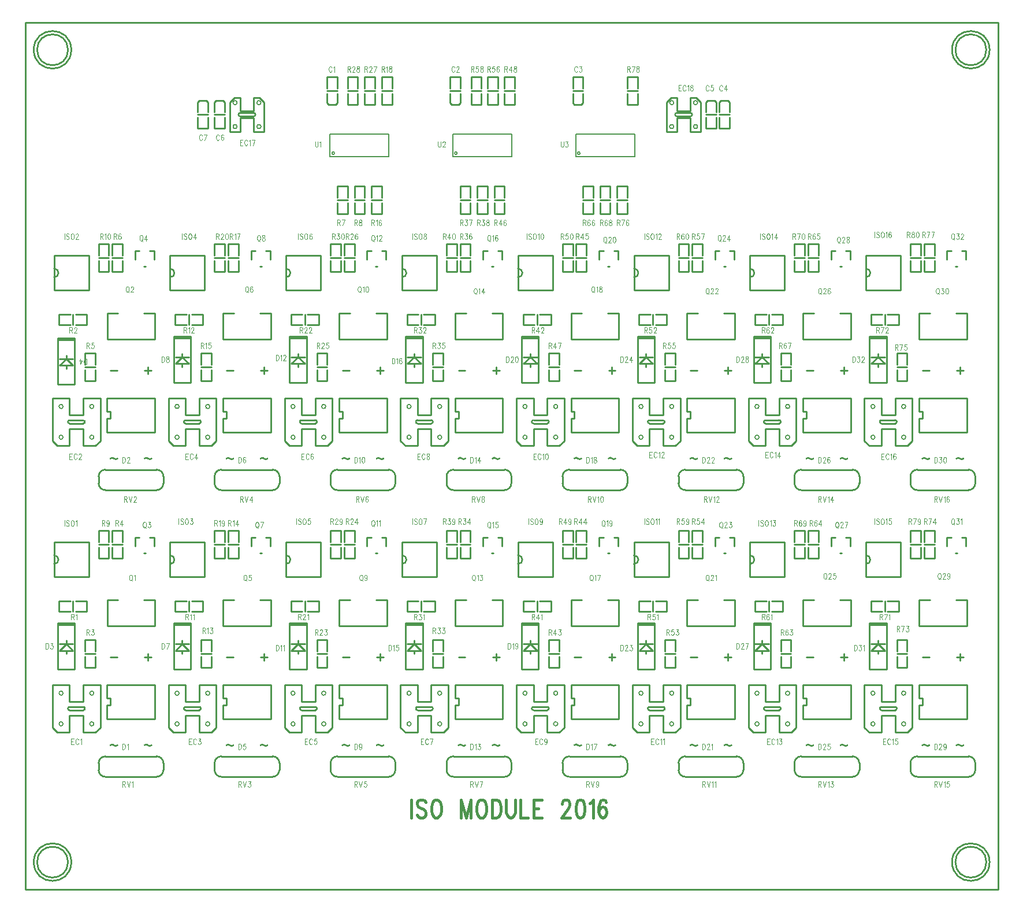
<source format=gbr>
*
*
G04 PADS Layout (Build Number 2005.266.2) generated Gerber (RS-274-X) file*
G04 PC Version=2.1*
*
%IN "cece_module_isoinput_10"*%
*
%MOMM*%
*
%FSLAX35Y35*%
*
*
*
*
G04 PC Standard Apertures*
*
*
G04 Thermal Relief Aperture macro.*
%AMTER*
1,1,$1,0,0*
1,0,$1-$2,0,0*
21,0,$3,$4,0,0,45*
21,0,$3,$4,0,0,135*
%
*
*
G04 Annular Aperture macro.*
%AMANN*
1,1,$1,0,0*
1,0,$2,0,0*
%
*
*
G04 Odd Aperture macro.*
%AMODD*
1,1,$1,0,0*
1,0,$1-0.005,0,0*
%
*
*
G04 PC Custom Aperture Macros*
*
*
*
*
*
*
G04 PC Aperture Table*
*
%ADD056C,0.1*%
%ADD058C,0.254*%
%ADD107C,0.2*%
%ADD108C,0.1778*%
%ADD113C,0.4*%
*
*
*
*
G04 PC Custom Flashes*
G04 Layer Name cece_module_isoinput_10 - flashes*
%LPD*%
*
*
G04 PC Circuitry*
G04 Layer Name cece_module_isoinput_10 - circuitry*
%LPD*%
*
G54D56*
G01X29893295Y24738500D02*
X29890409Y24746437D01*
X29890409D02*
X29884636Y24754375D01*
X29878864Y24758344*
X29867318*
X29861545Y24754375*
X29855773Y24746437*
X29855773D02*
X29852886Y24738500D01*
X29850000Y24726594*
Y24706750*
X29852886Y24694844*
X29855773Y24686906*
X29861545Y24678969*
X29867318Y24675000*
X29878864*
X29884636Y24678969*
X29890409Y24686906*
X29893295Y24694844*
X29919273Y24742469D02*
X29925045Y24746437D01*
X29925045D02*
X29933705Y24758344D01*
X29933705D02*
Y24675000D01*
X31693295Y24738500D02*
X31690409Y24746437D01*
X31690409D02*
X31684636Y24754375D01*
X31678864Y24758344*
X31667318*
X31661545Y24754375*
X31655773Y24746437*
X31655773D02*
X31652886Y24738500D01*
X31650000Y24726594*
Y24706750*
X31652886Y24694844*
X31655773Y24686906*
X31661545Y24678969*
X31667318Y24675000*
X31678864*
X31684636Y24678969*
X31690409Y24686906*
X31693295Y24694844*
X31722159Y24738500D02*
Y24742469D01*
X31725045Y24750406*
X31727932Y24754375*
X31733705Y24758344*
X31733705D02*
X31745250D01*
X31751023Y24754375*
X31753909Y24750406*
X31756795Y24742469*
Y24734531*
X31753909Y24726594*
X31748136Y24714687*
X31748136D02*
X31719273Y24675000D01*
X31759682*
X33493295Y24738500D02*
X33490409Y24746437D01*
X33490409D02*
X33484636Y24754375D01*
X33478864Y24758344*
X33467318*
X33461545Y24754375*
X33455773Y24746437*
X33455773D02*
X33452886Y24738500D01*
X33450000Y24726594*
Y24706750*
X33452886Y24694844*
X33455773Y24686906*
X33461545Y24678969*
X33467318Y24675000*
X33478864*
X33484636Y24678969*
X33490409Y24686906*
X33493295Y24694844*
X33525045Y24758344D02*
X33556795D01*
X33539477Y24726594*
X33548136*
X33553909Y24722625*
X33556795Y24718656*
X33559682Y24706750*
Y24698812*
X33559682D02*
X33556795Y24686906D01*
X33551023Y24678969*
X33542364Y24675000*
X33533705*
X33533705D02*
X33525045Y24678969D01*
X33522159Y24682937*
X33522159D02*
X33519273Y24690875D01*
X35618295Y24463500D02*
X35615409Y24471437D01*
X35615409D02*
X35609636Y24479375D01*
X35603864Y24483344*
X35592318*
X35586545Y24479375*
X35580773Y24471437*
X35580773D02*
X35577886Y24463500D01*
X35575000Y24451594*
Y24431750*
X35577886Y24419844*
X35580773Y24411906*
X35586545Y24403969*
X35592318Y24400000*
X35603864*
X35609636Y24403969*
X35615409Y24411906*
X35618295Y24419844*
X35673136Y24483344D02*
X35644273Y24427781D01*
X35687568*
X35673136Y24483344D02*
Y24400000D01*
X35418295Y24463500D02*
X35415409Y24471437D01*
X35415409D02*
X35409636Y24479375D01*
X35403864Y24483344*
X35392318*
X35386545Y24479375*
X35380773Y24471437*
X35380773D02*
X35377886Y24463500D01*
X35375000Y24451594*
Y24431750*
X35377886Y24419844*
X35380773Y24411906*
X35386545Y24403969*
X35392318Y24400000*
X35403864*
X35409636Y24403969*
X35415409Y24411906*
X35418295Y24419844*
X35481795Y24483344D02*
X35452932D01*
X35450045Y24447625*
X35452932Y24451594*
X35461591Y24455562*
X35461591D02*
X35470250D01*
X35470250D02*
X35478909Y24451594D01*
X35484682Y24443656*
X35487568Y24431750*
X35484682Y24423812*
X35484682D02*
X35481795Y24411906D01*
X35476023Y24403969*
X35467364Y24400000*
X35458705*
X35458705D02*
X35450045Y24403969D01*
X35447159Y24407937*
X35447159D02*
X35444273Y24415875D01*
X28243295Y23738500D02*
X28240409Y23746437D01*
X28240409D02*
X28234636Y23754375D01*
X28228864Y23758344*
X28217318*
X28211545Y23754375*
X28211545D02*
X28205773Y23746437D01*
X28205773D02*
X28202886Y23738500D01*
X28200000Y23726594*
Y23706750*
X28202886Y23694844*
X28205773Y23686906*
X28211545Y23678969*
X28211545D02*
X28217318Y23675000D01*
X28228864*
X28234636Y23678969*
X28240409Y23686906*
X28243295Y23694844*
X28303909Y23746437D02*
X28301023Y23754375D01*
X28292364Y23758344*
X28286591*
X28277932Y23754375*
X28272159Y23742469*
X28269273Y23722625*
Y23702781*
X28272159Y23686906*
X28277932Y23678969*
X28286591Y23675000*
X28289477*
X28298136Y23678969*
X28303909Y23686906*
X28306795Y23698812*
X28306795D02*
Y23702781D01*
X28306795D02*
X28303909Y23714687D01*
X28303909D02*
X28298136Y23722625D01*
X28289477Y23726594*
X28286591*
X28277932Y23722625*
X28272159Y23714687*
X28272159D02*
X28269273Y23702781D01*
X27993295Y23738500D02*
X27990409Y23746437D01*
X27990409D02*
X27984636Y23754375D01*
X27978864Y23758344*
X27967318*
X27961545Y23754375*
X27961545D02*
X27955773Y23746437D01*
X27955773D02*
X27952886Y23738500D01*
X27950000Y23726594*
Y23706750*
X27952886Y23694844*
X27955773Y23686906*
X27961545Y23678969*
X27961545D02*
X27967318Y23675000D01*
X27978864*
X27984636Y23678969*
X27990409Y23686906*
X27993295Y23694844*
X28059682Y23758344D02*
X28030818Y23675000D01*
X28019273Y23758344D02*
X28059682D01*
X26825000Y14833344D02*
Y14750000D01*
Y14833344D02*
X26845205D01*
X26845205D02*
X26853864Y14829375D01*
X26859636Y14821437*
X26859636D02*
X26862523Y14813500D01*
X26865409Y14801594*
Y14781750*
X26862523Y14769844*
X26859636Y14761906*
X26853864Y14753969*
X26845205Y14750000*
X26845205D02*
X26825000D01*
X26891386Y14817469D02*
X26897159Y14821437D01*
X26897159D02*
X26905818Y14833344D01*
Y14750000*
X30225000Y19033344D02*
Y18950000D01*
Y19033344D02*
X30245205D01*
X30245205D02*
X30253864Y19029375D01*
X30259636Y19021437*
X30259636D02*
X30262523Y19013500D01*
X30265409Y19001594*
Y18981750*
X30262523Y18969844*
X30259636Y18961906*
X30253864Y18953969*
X30245205Y18950000*
X30245205D02*
X30225000D01*
X30291386Y19017469D02*
X30297159Y19021437D01*
X30297159D02*
X30305818Y19033344D01*
Y18950000*
X30349114Y19033344D02*
X30340455Y19029375D01*
X30340455D02*
X30334682Y19017469D01*
X30331795Y18997625*
Y18985719*
X30334682Y18965875*
X30340455Y18953969*
X30340455D02*
X30349114Y18950000D01*
X30354886*
X30363545Y18953969*
X30369318Y18965875*
X30372205Y18985719*
X30372205D02*
Y18997625D01*
X30372205D02*
X30369318Y19017469D01*
X30363545Y19029375*
X30354886Y19033344*
X30349114*
X29075000Y16283344D02*
Y16200000D01*
Y16283344D02*
X29095205D01*
X29095205D02*
X29103864Y16279375D01*
X29109636Y16271437*
X29109636D02*
X29112523Y16263500D01*
X29115409Y16251594*
Y16231750*
X29112523Y16219844*
X29109636Y16211906*
X29103864Y16203969*
X29095205Y16200000*
X29095205D02*
X29075000D01*
X29141386Y16267469D02*
X29147159Y16271437D01*
X29147159D02*
X29155818Y16283344D01*
Y16200000*
X29181795Y16267469D02*
X29187568Y16271437D01*
X29187568D02*
X29196227Y16283344D01*
Y16200000*
X29075000Y20533344D02*
Y20450000D01*
Y20533344D02*
X29095205D01*
X29095205D02*
X29103864Y20529375D01*
X29109636Y20521437*
X29109636D02*
X29112523Y20513500D01*
X29115409Y20501594*
Y20481750*
X29112523Y20469844*
X29109636Y20461906*
X29103864Y20453969*
X29095205Y20450000*
X29095205D02*
X29075000D01*
X29141386Y20517469D02*
X29147159Y20521437D01*
X29147159D02*
X29155818Y20533344D01*
Y20450000*
X29184682Y20513500D02*
Y20517469D01*
X29187568Y20525406*
X29190455Y20529375*
X29190455D02*
X29196227Y20533344D01*
X29207773*
X29213545Y20529375*
X29216432Y20525406*
X29219318Y20517469*
Y20509531*
X29216432Y20501594*
X29210659Y20489687*
X29210659D02*
X29181795Y20450000D01*
X29222205*
X31925000Y14833344D02*
Y14750000D01*
Y14833344D02*
X31945205D01*
X31945205D02*
X31953864Y14829375D01*
X31959636Y14821437*
X31959636D02*
X31962523Y14813500D01*
X31965409Y14801594*
Y14781750*
X31962523Y14769844*
X31959636Y14761906*
X31953864Y14753969*
X31945205Y14750000*
X31945205D02*
X31925000D01*
X31991386Y14817469D02*
X31997159Y14821437D01*
X31997159D02*
X32005818Y14833344D01*
Y14750000*
X32037568Y14833344D02*
X32069318D01*
X32052000Y14801594*
X32060659*
X32066432Y14797625*
X32069318Y14793656*
X32072205Y14781750*
X32072205D02*
Y14773812D01*
X32072205D02*
X32069318Y14761906D01*
X32063545Y14753969*
X32054886Y14750000*
X32046227*
X32037568Y14753969*
X32034682Y14757937*
X32034682D02*
X32031795Y14765875D01*
X31925000Y19033344D02*
Y18950000D01*
Y19033344D02*
X31945205D01*
X31945205D02*
X31953864Y19029375D01*
X31959636Y19021437*
X31959636D02*
X31962523Y19013500D01*
X31965409Y19001594*
Y18981750*
X31962523Y18969844*
X31959636Y18961906*
X31953864Y18953969*
X31945205Y18950000*
X31945205D02*
X31925000D01*
X31991386Y19017469D02*
X31997159Y19021437D01*
X31997159D02*
X32005818Y19033344D01*
Y18950000*
X32060659Y19033344D02*
X32031795Y18977781D01*
X32075091*
X32060659Y19033344D02*
Y18950000D01*
X30725000Y16283344D02*
Y16200000D01*
Y16283344D02*
X30745205D01*
X30745205D02*
X30753864Y16279375D01*
X30759636Y16271437*
X30759636D02*
X30762523Y16263500D01*
X30765409Y16251594*
Y16231750*
X30762523Y16219844*
X30759636Y16211906*
X30753864Y16203969*
X30745205Y16200000*
X30745205D02*
X30725000D01*
X30791386Y16267469D02*
X30797159Y16271437D01*
X30797159D02*
X30805818Y16283344D01*
Y16200000*
X30869318Y16283344D02*
X30840455D01*
X30840455D02*
X30837568Y16247625D01*
X30840455Y16251594*
X30840455D02*
X30849114Y16255562D01*
X30849114D02*
X30857773D01*
X30857773D02*
X30866432Y16251594D01*
X30872205Y16243656*
X30872205D02*
X30875091Y16231750D01*
X30872205Y16223812*
X30872205D02*
X30869318Y16211906D01*
X30863545Y16203969*
X30854886Y16200000*
X30846227*
X30837568Y16203969*
X30834682Y16207937*
X30834682D02*
X30831795Y16215875D01*
X30775000Y20483344D02*
Y20400000D01*
Y20483344D02*
X30795205D01*
X30795205D02*
X30803864Y20479375D01*
X30809636Y20471437*
X30809636D02*
X30812523Y20463500D01*
X30815409Y20451594*
Y20431750*
X30812523Y20419844*
X30809636Y20411906*
X30803864Y20403969*
X30795205Y20400000*
X30795205D02*
X30775000D01*
X30841386Y20467469D02*
X30847159Y20471437D01*
X30847159D02*
X30855818Y20483344D01*
Y20400000*
X30916432Y20471437D02*
X30913545Y20479375D01*
X30904886Y20483344*
X30899114*
X30890455Y20479375*
X30890455D02*
X30884682Y20467469D01*
X30881795Y20447625*
Y20427781*
X30884682Y20411906*
X30890455Y20403969*
X30890455D02*
X30899114Y20400000D01*
X30902000*
X30910659Y20403969*
X30916432Y20411906*
X30919318Y20423812*
X30919318D02*
Y20427781D01*
X30916432Y20439687*
X30916432D02*
X30910659Y20447625D01*
X30902000Y20451594*
X30899114*
X30890455Y20447625*
X30890455D02*
X30884682Y20439687D01*
X30884682D02*
X30881795Y20427781D01*
X33625000Y14833344D02*
Y14750000D01*
Y14833344D02*
X33645205D01*
X33645205D02*
X33653864Y14829375D01*
X33659636Y14821437*
X33659636D02*
X33662523Y14813500D01*
X33665409Y14801594*
Y14781750*
X33662523Y14769844*
X33659636Y14761906*
X33653864Y14753969*
X33645205Y14750000*
X33645205D02*
X33625000D01*
X33691386Y14817469D02*
X33697159Y14821437D01*
X33697159D02*
X33705818Y14833344D01*
Y14750000*
X33772205Y14833344D02*
X33743341Y14750000D01*
X33731795Y14833344D02*
X33772205D01*
X33625000Y19033344D02*
Y18950000D01*
Y19033344D02*
X33645205D01*
X33645205D02*
X33653864Y19029375D01*
X33659636Y19021437*
X33659636D02*
X33662523Y19013500D01*
X33665409Y19001594*
Y18981750*
X33662523Y18969844*
X33659636Y18961906*
X33653864Y18953969*
X33645205Y18950000*
X33645205D02*
X33625000D01*
X33691386Y19017469D02*
X33697159Y19021437D01*
X33697159D02*
X33705818Y19033344D01*
Y18950000*
X33746227Y19033344D02*
X33737568Y19029375D01*
X33734682Y19021437*
X33734682D02*
Y19013500D01*
X33737568Y19005562*
X33737568D02*
X33743341Y19001594D01*
X33754886Y18997625*
X33763545Y18993656*
X33769318Y18985719*
X33772205Y18977781*
X33772205D02*
Y18965875D01*
X33772205D02*
X33769318Y18957937D01*
X33769318D02*
X33766432Y18953969D01*
X33757773Y18950000*
X33746227*
X33737568Y18953969*
X33734682Y18957937*
X33734682D02*
X33731795Y18965875D01*
Y18977781*
X33734682Y18985719*
X33740455Y18993656*
X33740455D02*
X33749114Y18997625D01*
X33760659Y19001594*
X33766432Y19005562*
X33766432D02*
X33769318Y19013500D01*
Y19021437*
X33769318D02*
X33766432Y19029375D01*
X33757773Y19033344*
X33746227*
X32475000Y16308344D02*
Y16225000D01*
Y16308344D02*
X32495205D01*
X32495205D02*
X32503864Y16304375D01*
X32509636Y16296437*
X32509636D02*
X32512523Y16288500D01*
X32515409Y16276594*
Y16256750*
X32512523Y16244844*
X32509636Y16236906*
X32503864Y16228969*
X32495205Y16225000*
X32495205D02*
X32475000D01*
X32541386Y16292469D02*
X32547159Y16296437D01*
X32547159D02*
X32555818Y16308344D01*
Y16225000*
X32619318Y16280562D02*
X32616432Y16268656D01*
X32610659Y16260719*
X32602000Y16256750*
X32599114*
X32590455Y16260719*
X32590455D02*
X32584682Y16268656D01*
X32581795Y16280562*
X32581795D02*
Y16284531D01*
X32584682Y16296437*
X32584682D02*
X32590455Y16304375D01*
X32590455D02*
X32599114Y16308344D01*
X32602000*
X32610659Y16304375*
X32616432Y16296437*
X32616432D02*
X32619318Y16280562D01*
X32619318D02*
Y16260719D01*
X32616432Y16240875*
X32610659Y16228969*
X32602000Y16225000*
X32596227*
X32587568Y16228969*
X32584682Y16236906*
X26825000Y19033344D02*
Y18950000D01*
Y19033344D02*
X26845205D01*
X26845205D02*
X26853864Y19029375D01*
X26859636Y19021437*
X26859636D02*
X26862523Y19013500D01*
X26865409Y19001594*
Y18981750*
X26862523Y18969844*
X26859636Y18961906*
X26853864Y18953969*
X26845205Y18950000*
X26845205D02*
X26825000D01*
X26894273Y19013500D02*
Y19017469D01*
X26897159Y19025406*
X26900045Y19029375*
X26905818Y19033344*
X26917364*
X26923136Y19029375*
X26926023Y19025406*
X26928909Y19017469*
Y19009531*
X26926023Y19001594*
X26920250Y18989687*
X26920250D02*
X26891386Y18950000D01*
X26931795*
X32450000Y20508344D02*
Y20425000D01*
Y20508344D02*
X32470205D01*
X32470205D02*
X32478864Y20504375D01*
X32484636Y20496437*
X32484636D02*
X32487523Y20488500D01*
X32490409Y20476594*
Y20456750*
X32487523Y20444844*
X32484636Y20436906*
X32478864Y20428969*
X32470205Y20425000*
X32470205D02*
X32450000D01*
X32519273Y20488500D02*
Y20492469D01*
X32522159Y20500406*
X32525045Y20504375*
X32530818Y20508344*
X32542364*
X32548136Y20504375*
X32551023Y20500406*
X32553909Y20492469*
Y20484531*
X32551023Y20476594*
X32545250Y20464687*
X32545250D02*
X32516386Y20425000D01*
X32556795*
X32600091Y20508344D02*
X32591432Y20504375D01*
X32585659Y20492469*
X32582773Y20472625*
Y20460719*
X32585659Y20440875*
X32591432Y20428969*
X32600091Y20425000*
X32605864*
X32614523Y20428969*
X32620295Y20440875*
X32623182Y20460719*
Y20472625*
X32620295Y20492469*
X32614523Y20504375*
X32605864Y20508344*
X32600091*
X35325000Y14833344D02*
Y14750000D01*
Y14833344D02*
X35345205D01*
X35345205D02*
X35353864Y14829375D01*
X35359636Y14821437*
X35359636D02*
X35362523Y14813500D01*
X35365409Y14801594*
Y14781750*
X35362523Y14769844*
X35359636Y14761906*
X35353864Y14753969*
X35345205Y14750000*
X35345205D02*
X35325000D01*
X35394273Y14813500D02*
Y14817469D01*
X35397159Y14825406*
X35400045Y14829375*
X35405818Y14833344*
X35417364*
X35423136Y14829375*
X35426023Y14825406*
X35428909Y14817469*
Y14809531*
X35426023Y14801594*
X35420250Y14789687*
X35420250D02*
X35391386Y14750000D01*
X35431795*
X35457773Y14817469D02*
X35463545Y14821437D01*
X35463545D02*
X35472205Y14833344D01*
X35472205D02*
Y14750000D01*
X35325000Y19033344D02*
Y18950000D01*
Y19033344D02*
X35345205D01*
X35345205D02*
X35353864Y19029375D01*
X35359636Y19021437*
X35359636D02*
X35362523Y19013500D01*
X35365409Y19001594*
Y18981750*
X35362523Y18969844*
X35359636Y18961906*
X35353864Y18953969*
X35345205Y18950000*
X35345205D02*
X35325000D01*
X35394273Y19013500D02*
Y19017469D01*
X35397159Y19025406*
X35400045Y19029375*
X35405818Y19033344*
X35417364*
X35423136Y19029375*
X35426023Y19025406*
X35428909Y19017469*
Y19009531*
X35426023Y19001594*
X35420250Y18989687*
X35420250D02*
X35391386Y18950000D01*
X35431795*
X35460659Y19013500D02*
Y19017469D01*
X35463545Y19025406*
X35466432Y19029375*
X35472205Y19033344*
X35472205D02*
X35483750D01*
X35489523Y19029375*
X35492409Y19025406*
X35495295Y19017469*
Y19009531*
X35492409Y19001594*
X35486636Y18989687*
X35486636D02*
X35457773Y18950000D01*
X35498182*
X34125000Y16283344D02*
Y16200000D01*
Y16283344D02*
X34145205D01*
X34145205D02*
X34153864Y16279375D01*
X34159636Y16271437*
X34159636D02*
X34162523Y16263500D01*
X34165409Y16251594*
Y16231750*
X34162523Y16219844*
X34159636Y16211906*
X34153864Y16203969*
X34145205Y16200000*
X34145205D02*
X34125000D01*
X34194273Y16263500D02*
Y16267469D01*
X34197159Y16275406*
X34200045Y16279375*
X34205818Y16283344*
X34217364*
X34223136Y16279375*
X34226023Y16275406*
X34228909Y16267469*
Y16259531*
X34226023Y16251594*
X34220250Y16239687*
X34220250D02*
X34191386Y16200000D01*
X34231795*
X34263545Y16283344D02*
X34295295D01*
X34277977Y16251594*
X34286636*
X34292409Y16247625*
X34295295Y16243656*
X34298182Y16231750*
Y16223812*
X34298182D02*
X34295295Y16211906D01*
X34289523Y16203969*
X34280864Y16200000*
X34272205*
X34272205D02*
X34263545Y16203969D01*
X34260659Y16207937*
X34260659D02*
X34257773Y16215875D01*
X34125000Y20508344D02*
Y20425000D01*
Y20508344D02*
X34145205D01*
X34145205D02*
X34153864Y20504375D01*
X34159636Y20496437*
X34159636D02*
X34162523Y20488500D01*
X34165409Y20476594*
Y20456750*
X34162523Y20444844*
X34159636Y20436906*
X34153864Y20428969*
X34145205Y20425000*
X34145205D02*
X34125000D01*
X34194273Y20488500D02*
Y20492469D01*
X34197159Y20500406*
X34200045Y20504375*
X34205818Y20508344*
X34217364*
X34223136Y20504375*
X34226023Y20500406*
X34228909Y20492469*
Y20484531*
X34226023Y20476594*
X34220250Y20464687*
X34220250D02*
X34191386Y20425000D01*
X34231795*
X34286636Y20508344D02*
X34257773Y20452781D01*
X34301068*
X34286636Y20508344D02*
Y20425000D01*
X37025000Y14833344D02*
Y14750000D01*
Y14833344D02*
X37045205D01*
X37045205D02*
X37053864Y14829375D01*
X37059636Y14821437*
X37059636D02*
X37062523Y14813500D01*
X37065409Y14801594*
Y14781750*
X37062523Y14769844*
X37059636Y14761906*
X37053864Y14753969*
X37045205Y14750000*
X37045205D02*
X37025000D01*
X37094273Y14813500D02*
Y14817469D01*
X37097159Y14825406*
X37100045Y14829375*
X37105818Y14833344*
X37117364*
X37123136Y14829375*
X37126023Y14825406*
X37128909Y14817469*
Y14809531*
X37126023Y14801594*
X37120250Y14789687*
X37120250D02*
X37091386Y14750000D01*
X37131795*
X37195295Y14833344D02*
X37166432D01*
X37163545Y14797625*
X37166432Y14801594*
X37175091Y14805562*
X37175091D02*
X37183750D01*
X37183750D02*
X37192409Y14801594D01*
X37198182Y14793656*
X37201068Y14781750*
X37198182Y14773812*
X37198182D02*
X37195295Y14761906D01*
X37189523Y14753969*
X37180864Y14750000*
X37172205*
X37172205D02*
X37163545Y14753969D01*
X37160659Y14757937*
X37160659D02*
X37157773Y14765875D01*
X37025000Y19033344D02*
Y18950000D01*
Y19033344D02*
X37045205D01*
X37045205D02*
X37053864Y19029375D01*
X37059636Y19021437*
X37059636D02*
X37062523Y19013500D01*
X37065409Y19001594*
Y18981750*
X37062523Y18969844*
X37059636Y18961906*
X37053864Y18953969*
X37045205Y18950000*
X37045205D02*
X37025000D01*
X37094273Y19013500D02*
Y19017469D01*
X37097159Y19025406*
X37100045Y19029375*
X37105818Y19033344*
X37117364*
X37123136Y19029375*
X37126023Y19025406*
X37128909Y19017469*
Y19009531*
X37126023Y19001594*
X37120250Y18989687*
X37120250D02*
X37091386Y18950000D01*
X37131795*
X37192409Y19021437D02*
X37189523Y19029375D01*
X37180864Y19033344*
X37175091*
X37166432Y19029375*
X37160659Y19017469*
X37157773Y18997625*
Y18977781*
X37160659Y18961906*
X37166432Y18953969*
X37175091Y18950000*
X37177977*
X37186636Y18953969*
X37192409Y18961906*
X37195295Y18973812*
X37195295D02*
Y18977781D01*
X37192409Y18989687*
X37192409D02*
X37186636Y18997625D01*
X37177977Y19001594*
X37175091*
X37166432Y18997625*
X37160659Y18989687*
X37160659D02*
X37157773Y18977781D01*
X35825000Y16308344D02*
Y16225000D01*
Y16308344D02*
X35845205D01*
X35845205D02*
X35853864Y16304375D01*
X35859636Y16296437*
X35859636D02*
X35862523Y16288500D01*
X35865409Y16276594*
Y16256750*
X35862523Y16244844*
X35859636Y16236906*
X35853864Y16228969*
X35845205Y16225000*
X35845205D02*
X35825000D01*
X35894273Y16288500D02*
Y16292469D01*
X35897159Y16300406*
X35900045Y16304375*
X35905818Y16308344*
X35917364*
X35923136Y16304375*
X35926023Y16300406*
X35928909Y16292469*
Y16284531*
X35926023Y16276594*
X35920250Y16264687*
X35920250D02*
X35891386Y16225000D01*
X35931795*
X35998182Y16308344D02*
X35969318Y16225000D01*
X35957773Y16308344D02*
X35998182D01*
X35825000Y20508344D02*
Y20425000D01*
Y20508344D02*
X35845205D01*
X35845205D02*
X35853864Y20504375D01*
X35859636Y20496437*
X35859636D02*
X35862523Y20488500D01*
X35865409Y20476594*
Y20456750*
X35862523Y20444844*
X35859636Y20436906*
X35853864Y20428969*
X35845205Y20425000*
X35845205D02*
X35825000D01*
X35894273Y20488500D02*
Y20492469D01*
X35897159Y20500406*
X35900045Y20504375*
X35905818Y20508344*
X35917364*
X35923136Y20504375*
X35926023Y20500406*
X35928909Y20492469*
Y20484531*
X35926023Y20476594*
X35920250Y20464687*
X35920250D02*
X35891386Y20425000D01*
X35931795*
X35972205Y20508344D02*
X35963545Y20504375D01*
X35960659Y20496437*
X35960659D02*
Y20488500D01*
X35963545Y20480562*
X35963545D02*
X35969318Y20476594D01*
X35980864Y20472625*
X35989523Y20468656*
X35995295Y20460719*
X35998182Y20452781*
Y20440875*
X35995295Y20432937*
X35995295D02*
X35992409Y20428969D01*
X35983750Y20425000*
X35972205*
X35972205D02*
X35963545Y20428969D01*
X35960659Y20432937*
X35960659D02*
X35957773Y20440875D01*
Y20452781*
X35960659Y20460719*
X35966432Y20468656*
X35975091Y20472625*
X35986636Y20476594*
X35992409Y20480562*
X35992409D02*
X35995295Y20488500D01*
Y20496437*
X35995295D02*
X35992409Y20504375D01*
X35983750Y20508344*
X35972205*
X38725000Y14833344D02*
Y14750000D01*
Y14833344D02*
X38745205D01*
X38745205D02*
X38753864Y14829375D01*
X38759636Y14821437*
X38759636D02*
X38762523Y14813500D01*
X38765409Y14801594*
Y14781750*
X38762523Y14769844*
X38759636Y14761906*
X38753864Y14753969*
X38745205Y14750000*
X38745205D02*
X38725000D01*
X38794273Y14813500D02*
Y14817469D01*
X38797159Y14825406*
X38800045Y14829375*
X38805818Y14833344*
X38817364*
X38823136Y14829375*
X38826023Y14825406*
X38828909Y14817469*
Y14809531*
X38826023Y14801594*
X38820250Y14789687*
X38820250D02*
X38791386Y14750000D01*
X38831795*
X38895295Y14805562D02*
X38892409Y14793656D01*
X38886636Y14785719*
X38877977Y14781750*
X38875091*
X38866432Y14785719*
X38860659Y14793656*
X38857773Y14805562*
X38857773D02*
Y14809531D01*
X38860659Y14821437*
X38860659D02*
X38866432Y14829375D01*
X38875091Y14833344*
X38877977*
X38886636Y14829375*
X38892409Y14821437*
X38892409D02*
X38895295Y14805562D01*
X38895295D02*
Y14785719D01*
X38892409Y14765875*
X38886636Y14753969*
X38877977Y14750000*
X38872205*
X38872205D02*
X38863545Y14753969D01*
X38860659Y14761906*
X25700000Y16308344D02*
Y16225000D01*
Y16308344D02*
X25720205D01*
X25720205D02*
X25728864Y16304375D01*
X25734636Y16296437*
X25734636D02*
X25737523Y16288500D01*
X25740409Y16276594*
Y16256750*
X25737523Y16244844*
X25734636Y16236906*
X25728864Y16228969*
X25720205Y16225000*
X25720205D02*
X25700000D01*
X25772159Y16308344D02*
X25803909D01*
X25786591Y16276594*
X25795250*
X25801023Y16272625*
X25803909Y16268656*
X25806795Y16256750*
Y16248812*
X25806795D02*
X25803909Y16236906D01*
X25798136Y16228969*
X25789477Y16225000*
X25780818*
X25772159Y16228969*
X25769273Y16232937*
X25769273D02*
X25766386Y16240875D01*
X38725000Y19033344D02*
Y18950000D01*
Y19033344D02*
X38745205D01*
X38745205D02*
X38753864Y19029375D01*
X38759636Y19021437*
X38759636D02*
X38762523Y19013500D01*
X38765409Y19001594*
Y18981750*
X38762523Y18969844*
X38759636Y18961906*
X38753864Y18953969*
X38745205Y18950000*
X38745205D02*
X38725000D01*
X38797159Y19033344D02*
X38828909D01*
X38811591Y19001594*
X38820250*
X38826023Y18997625*
X38828909Y18993656*
X38831795Y18981750*
Y18973812*
X38831795D02*
X38828909Y18961906D01*
X38823136Y18953969*
X38814477Y18950000*
X38805818*
X38797159Y18953969*
X38794273Y18957937*
X38794273D02*
X38791386Y18965875D01*
X38875091Y19033344D02*
X38866432Y19029375D01*
X38860659Y19017469*
X38857773Y18997625*
Y18985719*
X38860659Y18965875*
X38866432Y18953969*
X38875091Y18950000*
X38880864*
X38889523Y18953969*
X38895295Y18965875*
X38898182Y18985719*
Y18997625*
X38895295Y19017469*
X38889523Y19029375*
X38880864Y19033344*
X38875091*
X37550000Y16283344D02*
Y16200000D01*
Y16283344D02*
X37570205D01*
X37570205D02*
X37578864Y16279375D01*
X37584636Y16271437*
X37584636D02*
X37587523Y16263500D01*
X37590409Y16251594*
Y16231750*
X37587523Y16219844*
X37584636Y16211906*
X37578864Y16203969*
X37570205Y16200000*
X37570205D02*
X37550000D01*
X37622159Y16283344D02*
X37653909D01*
X37636591Y16251594*
X37645250*
X37651023Y16247625*
X37653909Y16243656*
X37656795Y16231750*
Y16223812*
X37656795D02*
X37653909Y16211906D01*
X37648136Y16203969*
X37639477Y16200000*
X37630818*
X37622159Y16203969*
X37619273Y16207937*
X37619273D02*
X37616386Y16215875D01*
X37682773Y16267469D02*
X37688545Y16271437D01*
X37688545D02*
X37697205Y16283344D01*
X37697205D02*
Y16200000D01*
X37525000Y20508344D02*
Y20425000D01*
Y20508344D02*
X37545205D01*
X37545205D02*
X37553864Y20504375D01*
X37559636Y20496437*
X37559636D02*
X37562523Y20488500D01*
X37565409Y20476594*
Y20456750*
X37562523Y20444844*
X37559636Y20436906*
X37553864Y20428969*
X37545205Y20425000*
X37545205D02*
X37525000D01*
X37597159Y20508344D02*
X37628909D01*
X37611591Y20476594*
X37620250*
X37626023Y20472625*
X37628909Y20468656*
X37631795Y20456750*
Y20448812*
X37631795D02*
X37628909Y20436906D01*
X37623136Y20428969*
X37614477Y20425000*
X37605818*
X37597159Y20428969*
X37594273Y20432937*
X37594273D02*
X37591386Y20440875D01*
X37660659Y20488500D02*
Y20492469D01*
X37663545Y20500406*
X37666432Y20504375*
X37672205Y20508344*
X37672205D02*
X37683750D01*
X37689523Y20504375*
X37692409Y20500406*
X37695295Y20492469*
Y20484531*
X37692409Y20476594*
X37686636Y20464687*
X37686636D02*
X37657773Y20425000D01*
X37698182*
X26300000Y20391656D02*
Y20475000D01*
Y20391656D02*
X26279795D01*
X26271136Y20395625*
X26265364Y20403562*
X26265364D02*
X26262477Y20411500D01*
X26259591Y20423406*
Y20443250*
X26262477Y20455156*
X26265364Y20463094*
X26271136Y20471031*
X26279795Y20475000*
X26300000*
X26204750Y20391656D02*
X26233614Y20447219D01*
X26190318*
X26204750Y20391656D02*
Y20475000D01*
X28525000Y14833344D02*
Y14750000D01*
Y14833344D02*
X28545205D01*
X28545205D02*
X28553864Y14829375D01*
X28559636Y14821437*
X28559636D02*
X28562523Y14813500D01*
X28565409Y14801594*
Y14781750*
X28562523Y14769844*
X28559636Y14761906*
X28553864Y14753969*
X28545205Y14750000*
X28545205D02*
X28525000D01*
X28628909Y14833344D02*
X28600045D01*
X28597159Y14797625*
X28600045Y14801594*
X28608705Y14805562*
X28608705D02*
X28617364D01*
X28617364D02*
X28626023Y14801594D01*
X28631795Y14793656*
X28634682Y14781750*
X28631795Y14773812*
X28631795D02*
X28628909Y14761906D01*
X28623136Y14753969*
X28614477Y14750000*
X28605818*
X28597159Y14753969*
X28594273Y14757937*
X28594273D02*
X28591386Y14765875D01*
X28525000Y19033344D02*
Y18950000D01*
Y19033344D02*
X28545205D01*
X28545205D02*
X28553864Y19029375D01*
X28559636Y19021437*
X28559636D02*
X28562523Y19013500D01*
X28565409Y19001594*
Y18981750*
X28562523Y18969844*
X28559636Y18961906*
X28553864Y18953969*
X28545205Y18950000*
X28545205D02*
X28525000D01*
X28626023Y19021437D02*
X28623136Y19029375D01*
X28614477Y19033344*
X28608705*
X28608705D02*
X28600045Y19029375D01*
X28594273Y19017469*
X28591386Y18997625*
Y18977781*
X28594273Y18961906*
X28600045Y18953969*
X28608705Y18950000*
X28608705D02*
X28611591D01*
X28620250Y18953969*
X28626023Y18961906*
X28628909Y18973812*
X28628909D02*
Y18977781D01*
X28626023Y18989687*
X28626023D02*
X28620250Y18997625D01*
X28611591Y19001594*
X28608705*
X28608705D02*
X28600045Y18997625D01*
X28594273Y18989687*
X28594273D02*
X28591386Y18977781D01*
X27400000Y16308344D02*
Y16225000D01*
Y16308344D02*
X27420205D01*
X27420205D02*
X27428864Y16304375D01*
X27434636Y16296437*
X27434636D02*
X27437523Y16288500D01*
X27440409Y16276594*
Y16256750*
X27437523Y16244844*
X27434636Y16236906*
X27428864Y16228969*
X27420205Y16225000*
X27420205D02*
X27400000D01*
X27506795Y16308344D02*
X27477932Y16225000D01*
X27466386Y16308344D02*
X27506795D01*
X27400000Y20508344D02*
Y20425000D01*
Y20508344D02*
X27420205D01*
X27420205D02*
X27428864Y20504375D01*
X27434636Y20496437*
X27434636D02*
X27437523Y20488500D01*
X27440409Y20476594*
Y20456750*
X27437523Y20444844*
X27434636Y20436906*
X27428864Y20428969*
X27420205Y20425000*
X27420205D02*
X27400000D01*
X27480818Y20508344D02*
X27472159Y20504375D01*
X27469273Y20496437*
X27469273D02*
Y20488500D01*
X27472159Y20480562*
X27472159D02*
X27477932Y20476594D01*
X27489477Y20472625*
X27498136Y20468656*
X27503909Y20460719*
X27506795Y20452781*
Y20440875*
X27503909Y20432937*
X27503909D02*
X27501023Y20428969D01*
X27492364Y20425000*
X27480818*
X27472159Y20428969*
X27469273Y20432937*
X27469273D02*
X27466386Y20440875D01*
Y20452781*
X27469273Y20460719*
X27475045Y20468656*
X27483705Y20472625*
X27483705D02*
X27495250Y20476594D01*
X27501023Y20480562*
X27501023D02*
X27503909Y20488500D01*
Y20496437*
X27503909D02*
X27501023Y20504375D01*
X27492364Y20508344*
X27480818*
X30225000Y14833344D02*
Y14750000D01*
Y14833344D02*
X30245205D01*
X30245205D02*
X30253864Y14829375D01*
X30259636Y14821437*
X30259636D02*
X30262523Y14813500D01*
X30265409Y14801594*
Y14781750*
X30262523Y14769844*
X30259636Y14761906*
X30253864Y14753969*
X30245205Y14750000*
X30245205D02*
X30225000D01*
X30328909Y14805562D02*
X30326023Y14793656D01*
X30320250Y14785719*
X30311591Y14781750*
X30308705*
X30308705D02*
X30300045Y14785719D01*
X30294273Y14793656*
X30291386Y14805562*
X30291386D02*
Y14809531D01*
X30294273Y14821437*
X30294273D02*
X30300045Y14829375D01*
X30308705Y14833344*
X30308705D02*
X30311591D01*
X30320250Y14829375*
X30326023Y14821437*
X30326023D02*
X30328909Y14805562D01*
X30328909D02*
Y14785719D01*
X30326023Y14765875*
X30320250Y14753969*
X30311591Y14750000*
X30305818*
X30297159Y14753969*
X30294273Y14761906*
X26075000Y14908344D02*
Y14825000D01*
Y14908344D02*
X26112523D01*
X26075000Y14868656D02*
X26098091D01*
X26075000Y14825000D02*
X26112523D01*
X26181795Y14888500D02*
X26178909Y14896437D01*
X26178909D02*
X26173136Y14904375D01*
X26167364Y14908344*
X26155818*
X26150045Y14904375*
X26150045D02*
X26144273Y14896437D01*
X26144273D02*
X26141386Y14888500D01*
X26138500Y14876594*
Y14856750*
X26141386Y14844844*
X26144273Y14836906*
X26150045Y14828969*
X26150045D02*
X26155818Y14825000D01*
X26167364*
X26173136Y14828969*
X26178909Y14836906*
X26181795Y14844844*
X26207773Y14892469D02*
X26213545Y14896437D01*
X26213545D02*
X26222205Y14908344D01*
Y14825000*
X32850000Y19083344D02*
Y19000000D01*
Y19083344D02*
X32887523D01*
X32850000Y19043656D02*
X32873091D01*
X32850000Y19000000D02*
X32887523D01*
X32956795Y19063500D02*
X32953909Y19071437D01*
X32953909D02*
X32948136Y19079375D01*
X32942364Y19083344*
X32930818*
X32925045Y19079375*
X32925045D02*
X32919273Y19071437D01*
X32919273D02*
X32916386Y19063500D01*
X32913500Y19051594*
Y19031750*
X32916386Y19019844*
X32919273Y19011906*
X32925045Y19003969*
X32925045D02*
X32930818Y19000000D01*
X32942364*
X32948136Y19003969*
X32953909Y19011906*
X32956795Y19019844*
X32982773Y19067469D02*
X32988545Y19071437D01*
X32988545D02*
X32997205Y19083344D01*
Y19000000*
X33040500Y19083344D02*
X33031841Y19079375D01*
X33026068Y19067469*
X33023182Y19047625*
Y19035719*
X33026068Y19015875*
X33031841Y19003969*
X33040500Y19000000*
X33046273*
X33054932Y19003969*
X33060705Y19015875*
X33063591Y19035719*
Y19047625*
X33060705Y19067469*
X33054932Y19079375*
X33046273Y19083344*
X33040500*
X34575000Y14908344D02*
Y14825000D01*
Y14908344D02*
X34612523D01*
X34575000Y14868656D02*
X34598091D01*
X34575000Y14825000D02*
X34612523D01*
X34681795Y14888500D02*
X34678909Y14896437D01*
X34678909D02*
X34673136Y14904375D01*
X34667364Y14908344*
X34655818*
X34650045Y14904375*
X34650045D02*
X34644273Y14896437D01*
X34644273D02*
X34641386Y14888500D01*
X34638500Y14876594*
Y14856750*
X34641386Y14844844*
X34644273Y14836906*
X34650045Y14828969*
X34650045D02*
X34655818Y14825000D01*
X34667364*
X34673136Y14828969*
X34678909Y14836906*
X34681795Y14844844*
X34707773Y14892469D02*
X34713545Y14896437D01*
X34713545D02*
X34722205Y14908344D01*
Y14825000*
X34748182Y14892469D02*
X34753955Y14896437D01*
X34753955D02*
X34762614Y14908344D01*
Y14825000*
X34550000Y19108344D02*
Y19025000D01*
Y19108344D02*
X34587523D01*
X34550000Y19068656D02*
X34573091D01*
X34550000Y19025000D02*
X34587523D01*
X34656795Y19088500D02*
X34653909Y19096437D01*
X34653909D02*
X34648136Y19104375D01*
X34642364Y19108344*
X34630818*
X34625045Y19104375*
X34625045D02*
X34619273Y19096437D01*
X34619273D02*
X34616386Y19088500D01*
X34613500Y19076594*
Y19056750*
X34616386Y19044844*
X34619273Y19036906*
X34625045Y19028969*
X34625045D02*
X34630818Y19025000D01*
X34642364*
X34648136Y19028969*
X34653909Y19036906*
X34656795Y19044844*
X34682773Y19092469D02*
X34688545Y19096437D01*
X34688545D02*
X34697205Y19108344D01*
Y19025000*
X34726068Y19088500D02*
Y19092469D01*
X34728955Y19100406*
X34731841Y19104375*
X34737614Y19108344*
X34749159*
X34754932Y19104375*
X34757818Y19100406*
X34760705Y19092469*
Y19084531*
X34757818Y19076594*
X34752045Y19064687*
X34752045D02*
X34723182Y19025000D01*
X34763591*
X36275000Y14908344D02*
Y14825000D01*
Y14908344D02*
X36312523D01*
X36275000Y14868656D02*
X36298091D01*
X36275000Y14825000D02*
X36312523D01*
X36381795Y14888500D02*
X36378909Y14896437D01*
X36378909D02*
X36373136Y14904375D01*
X36367364Y14908344*
X36355818*
X36350045Y14904375*
X36350045D02*
X36344273Y14896437D01*
X36344273D02*
X36341386Y14888500D01*
X36338500Y14876594*
Y14856750*
X36341386Y14844844*
X36344273Y14836906*
X36350045Y14828969*
X36350045D02*
X36355818Y14825000D01*
X36367364*
X36373136Y14828969*
X36378909Y14836906*
X36381795Y14844844*
X36407773Y14892469D02*
X36413545Y14896437D01*
X36413545D02*
X36422205Y14908344D01*
Y14825000*
X36453955Y14908344D02*
X36485705D01*
X36468386Y14876594*
X36477045*
X36477045D02*
X36482818Y14872625D01*
X36485705Y14868656*
X36488591Y14856750*
Y14848812*
X36488591D02*
X36485705Y14836906D01*
X36479932Y14828969*
X36471273Y14825000*
X36462614*
X36453955Y14828969*
X36451068Y14832937*
X36451068D02*
X36448182Y14840875D01*
X36250000Y19108344D02*
Y19025000D01*
Y19108344D02*
X36287523D01*
X36250000Y19068656D02*
X36273091D01*
X36250000Y19025000D02*
X36287523D01*
X36356795Y19088500D02*
X36353909Y19096437D01*
X36353909D02*
X36348136Y19104375D01*
X36342364Y19108344*
X36330818*
X36325045Y19104375*
X36325045D02*
X36319273Y19096437D01*
X36319273D02*
X36316386Y19088500D01*
X36313500Y19076594*
Y19056750*
X36316386Y19044844*
X36319273Y19036906*
X36325045Y19028969*
X36325045D02*
X36330818Y19025000D01*
X36342364*
X36348136Y19028969*
X36353909Y19036906*
X36356795Y19044844*
X36382773Y19092469D02*
X36388545Y19096437D01*
X36388545D02*
X36397205Y19108344D01*
Y19025000*
X36452045Y19108344D02*
X36423182Y19052781D01*
X36466477*
X36452045Y19108344D02*
Y19025000D01*
X37975000Y14908344D02*
Y14825000D01*
Y14908344D02*
X38012523D01*
X37975000Y14868656D02*
X37998091D01*
X37975000Y14825000D02*
X38012523D01*
X38081795Y14888500D02*
X38078909Y14896437D01*
X38078909D02*
X38073136Y14904375D01*
X38067364Y14908344*
X38055818*
X38050045Y14904375*
X38050045D02*
X38044273Y14896437D01*
X38044273D02*
X38041386Y14888500D01*
X38038500Y14876594*
Y14856750*
X38041386Y14844844*
X38044273Y14836906*
X38050045Y14828969*
X38050045D02*
X38055818Y14825000D01*
X38067364*
X38073136Y14828969*
X38078909Y14836906*
X38081795Y14844844*
X38107773Y14892469D02*
X38113545Y14896437D01*
X38113545D02*
X38122205Y14908344D01*
Y14825000*
X38185705Y14908344D02*
X38156841D01*
X38153955Y14872625*
X38156841Y14876594*
X38165500Y14880562*
X38165500D02*
X38174159D01*
X38174159D02*
X38182818Y14876594D01*
X38188591Y14868656*
X38191477Y14856750*
X38188591Y14848812*
X38188591D02*
X38185705Y14836906D01*
X38179932Y14828969*
X38171273Y14825000*
X38162614*
X38153955Y14828969*
X38151068Y14832937*
X38151068D02*
X38148182Y14840875D01*
X37950000Y19083344D02*
Y19000000D01*
Y19083344D02*
X37987523D01*
X37950000Y19043656D02*
X37973091D01*
X37950000Y19000000D02*
X37987523D01*
X38056795Y19063500D02*
X38053909Y19071437D01*
X38053909D02*
X38048136Y19079375D01*
X38042364Y19083344*
X38030818*
X38025045Y19079375*
X38025045D02*
X38019273Y19071437D01*
X38019273D02*
X38016386Y19063500D01*
X38013500Y19051594*
Y19031750*
X38016386Y19019844*
X38019273Y19011906*
X38025045Y19003969*
X38025045D02*
X38030818Y19000000D01*
X38042364*
X38048136Y19003969*
X38053909Y19011906*
X38056795Y19019844*
X38082773Y19067469D02*
X38088545Y19071437D01*
X38088545D02*
X38097205Y19083344D01*
Y19000000*
X38157818Y19071437D02*
X38154932Y19079375D01*
X38146273Y19083344*
X38140500*
X38131841Y19079375*
X38126068Y19067469*
X38123182Y19047625*
Y19027781*
X38126068Y19011906*
X38131841Y19003969*
X38140500Y19000000*
X38143386*
X38152045Y19003969*
X38152045D02*
X38157818Y19011906D01*
X38160705Y19023812*
X38160705D02*
Y19027781D01*
X38157818Y19039687*
X38157818D02*
X38152045Y19047625D01*
X38152045D02*
X38143386Y19051594D01*
X38140500*
X38131841Y19047625*
X38126068Y19039687*
X38126068D02*
X38123182Y19027781D01*
X28550000Y23683344D02*
Y23600000D01*
Y23683344D02*
X28587523D01*
X28550000Y23643656D02*
X28573091D01*
X28550000Y23600000D02*
X28587523D01*
X28656795Y23663500D02*
X28653909Y23671437D01*
X28653909D02*
X28648136Y23679375D01*
X28642364Y23683344*
X28630818*
X28625045Y23679375*
X28625045D02*
X28619273Y23671437D01*
X28619273D02*
X28616386Y23663500D01*
X28613500Y23651594*
Y23631750*
X28616386Y23619844*
X28619273Y23611906*
X28625045Y23603969*
X28625045D02*
X28630818Y23600000D01*
X28642364*
X28648136Y23603969*
X28653909Y23611906*
X28656795Y23619844*
X28682773Y23667469D02*
X28688545Y23671437D01*
X28688545D02*
X28697205Y23683344D01*
Y23600000*
X28763591Y23683344D02*
X28734727Y23600000D01*
X28723182Y23683344D02*
X28763591D01*
X34975000Y24483344D02*
Y24400000D01*
Y24483344D02*
X35012523D01*
X34975000Y24443656D02*
X34998091D01*
X34975000Y24400000D02*
X35012523D01*
X35081795Y24463500D02*
X35078909Y24471437D01*
X35078909D02*
X35073136Y24479375D01*
X35067364Y24483344*
X35055818*
X35050045Y24479375*
X35044273Y24471437*
X35044273D02*
X35041386Y24463500D01*
X35038500Y24451594*
Y24431750*
X35041386Y24419844*
X35044273Y24411906*
X35050045Y24403969*
X35055818Y24400000*
X35067364*
X35073136Y24403969*
X35078909Y24411906*
X35081795Y24419844*
X35107773Y24467469D02*
X35113545Y24471437D01*
X35113545D02*
X35122205Y24483344D01*
X35122205D02*
Y24400000D01*
X35162614Y24483344D02*
X35153955Y24479375D01*
X35153955D02*
X35151068Y24471437D01*
X35151068D02*
Y24463500D01*
X35153955Y24455562*
X35153955D02*
X35159727Y24451594D01*
X35171273Y24447625*
X35179932Y24443656*
X35185705Y24435719*
X35185705D02*
X35188591Y24427781D01*
Y24415875*
X35185705Y24407937*
X35185705D02*
X35182818Y24403969D01*
X35174159Y24400000*
X35162614*
X35153955Y24403969*
X35153955D02*
X35151068Y24407937D01*
X35151068D02*
X35148182Y24415875D01*
Y24427781*
X35151068Y24435719*
X35156841Y24443656*
X35165500Y24447625*
X35177045Y24451594*
X35182818Y24455562*
X35182818D02*
X35185705Y24463500D01*
X35185705D02*
Y24471437D01*
X35185705D02*
X35182818Y24479375D01*
X35174159Y24483344*
X35162614*
X26050000Y19083344D02*
Y19000000D01*
Y19083344D02*
X26087523D01*
X26050000Y19043656D02*
X26073091D01*
X26050000Y19000000D02*
X26087523D01*
X26156795Y19063500D02*
X26153909Y19071437D01*
X26153909D02*
X26148136Y19079375D01*
X26142364Y19083344*
X26130818*
X26125045Y19079375*
X26125045D02*
X26119273Y19071437D01*
X26119273D02*
X26116386Y19063500D01*
X26113500Y19051594*
Y19031750*
X26116386Y19019844*
X26119273Y19011906*
X26125045Y19003969*
X26125045D02*
X26130818Y19000000D01*
X26142364*
X26148136Y19003969*
X26153909Y19011906*
X26156795Y19019844*
X26185659Y19063500D02*
Y19067469D01*
X26188545Y19075406*
X26188545D02*
X26191432Y19079375D01*
X26197205Y19083344*
X26208750*
X26214523Y19079375*
X26217409Y19075406*
X26220295Y19067469*
X26220295D02*
Y19059531D01*
X26220295D02*
X26217409Y19051594D01*
X26211636Y19039687*
X26211636D02*
X26182773Y19000000D01*
X26223182*
X27800000Y14908344D02*
Y14825000D01*
Y14908344D02*
X27837523D01*
X27800000Y14868656D02*
X27823091D01*
X27800000Y14825000D02*
X27837523D01*
X27906795Y14888500D02*
X27903909Y14896437D01*
X27903909D02*
X27898136Y14904375D01*
X27892364Y14908344*
X27880818*
X27875045Y14904375*
X27875045D02*
X27869273Y14896437D01*
X27869273D02*
X27866386Y14888500D01*
X27863500Y14876594*
Y14856750*
X27866386Y14844844*
X27869273Y14836906*
X27875045Y14828969*
X27875045D02*
X27880818Y14825000D01*
X27892364*
X27898136Y14828969*
X27903909Y14836906*
X27906795Y14844844*
X27938545Y14908344D02*
X27970295D01*
X27970295D02*
X27952977Y14876594D01*
X27961636*
X27967409Y14872625*
X27970295Y14868656*
X27970295D02*
X27973182Y14856750D01*
Y14848812*
X27973182D02*
X27970295Y14836906D01*
X27970295D02*
X27964523Y14828969D01*
X27955864Y14825000*
X27947205*
X27938545Y14828969*
X27938545D02*
X27935659Y14832937D01*
X27935659D02*
X27932773Y14840875D01*
X27750000Y19083344D02*
Y19000000D01*
Y19083344D02*
X27787523D01*
X27750000Y19043656D02*
X27773091D01*
X27750000Y19000000D02*
X27787523D01*
X27856795Y19063500D02*
X27853909Y19071437D01*
X27853909D02*
X27848136Y19079375D01*
X27842364Y19083344*
X27830818*
X27825045Y19079375*
X27825045D02*
X27819273Y19071437D01*
X27819273D02*
X27816386Y19063500D01*
X27813500Y19051594*
Y19031750*
X27816386Y19019844*
X27819273Y19011906*
X27825045Y19003969*
X27825045D02*
X27830818Y19000000D01*
X27842364*
X27848136Y19003969*
X27853909Y19011906*
X27856795Y19019844*
X27911636Y19083344D02*
X27882773Y19027781D01*
X27926068*
X27911636Y19083344D02*
Y19000000D01*
X29500000Y14908344D02*
Y14825000D01*
Y14908344D02*
X29537523D01*
X29500000Y14868656D02*
X29523091D01*
X29500000Y14825000D02*
X29537523D01*
X29606795Y14888500D02*
X29603909Y14896437D01*
X29603909D02*
X29598136Y14904375D01*
X29592364Y14908344*
X29580818*
X29575045Y14904375*
X29575045D02*
X29569273Y14896437D01*
X29569273D02*
X29566386Y14888500D01*
X29563500Y14876594*
Y14856750*
X29566386Y14844844*
X29569273Y14836906*
X29575045Y14828969*
X29575045D02*
X29580818Y14825000D01*
X29592364*
X29598136Y14828969*
X29603909Y14836906*
X29606795Y14844844*
X29670295Y14908344D02*
X29641432D01*
X29638545Y14872625*
X29638545D02*
X29641432Y14876594D01*
X29650091Y14880562*
X29650091D02*
X29658750D01*
X29658750D02*
X29667409Y14876594D01*
X29673182Y14868656*
X29676068Y14856750*
X29673182Y14848812*
X29673182D02*
X29670295Y14836906D01*
X29670295D02*
X29664523Y14828969D01*
X29655864Y14825000*
X29647205*
X29638545Y14828969*
X29638545D02*
X29635659Y14832937D01*
X29635659D02*
X29632773Y14840875D01*
X29450000Y19083344D02*
Y19000000D01*
Y19083344D02*
X29487523D01*
X29450000Y19043656D02*
X29473091D01*
X29450000Y19000000D02*
X29487523D01*
X29556795Y19063500D02*
X29553909Y19071437D01*
X29553909D02*
X29548136Y19079375D01*
X29542364Y19083344*
X29530818*
X29525045Y19079375*
X29525045D02*
X29519273Y19071437D01*
X29519273D02*
X29516386Y19063500D01*
X29513500Y19051594*
Y19031750*
X29516386Y19019844*
X29519273Y19011906*
X29525045Y19003969*
X29525045D02*
X29530818Y19000000D01*
X29542364*
X29548136Y19003969*
X29553909Y19011906*
X29556795Y19019844*
X29617409Y19071437D02*
X29614523Y19079375D01*
X29605864Y19083344*
X29600091*
X29591432Y19079375*
X29585659Y19067469*
X29582773Y19047625*
Y19027781*
X29585659Y19011906*
X29591432Y19003969*
X29600091Y19000000*
X29602977*
X29611636Y19003969*
X29617409Y19011906*
X29620295Y19023812*
X29620295D02*
Y19027781D01*
X29620295D02*
X29617409Y19039687D01*
X29617409D02*
X29611636Y19047625D01*
X29602977Y19051594*
X29600091*
X29591432Y19047625*
X29585659Y19039687*
X29585659D02*
X29582773Y19027781D01*
X31200000Y14908344D02*
Y14825000D01*
Y14908344D02*
X31237523D01*
X31200000Y14868656D02*
X31223091D01*
X31200000Y14825000D02*
X31237523D01*
X31306795Y14888500D02*
X31303909Y14896437D01*
X31303909D02*
X31298136Y14904375D01*
X31292364Y14908344*
X31280818*
X31275045Y14904375*
X31275045D02*
X31269273Y14896437D01*
X31269273D02*
X31266386Y14888500D01*
X31263500Y14876594*
Y14856750*
X31266386Y14844844*
X31269273Y14836906*
X31275045Y14828969*
X31275045D02*
X31280818Y14825000D01*
X31292364*
X31298136Y14828969*
X31303909Y14836906*
X31306795Y14844844*
X31373182Y14908344D02*
X31344318Y14825000D01*
X31332773Y14908344D02*
X31373182D01*
X31150000Y19083344D02*
Y19000000D01*
Y19083344D02*
X31187523D01*
X31150000Y19043656D02*
X31173091D01*
X31150000Y19000000D02*
X31187523D01*
X31256795Y19063500D02*
X31253909Y19071437D01*
X31253909D02*
X31248136Y19079375D01*
X31242364Y19083344*
X31230818*
X31225045Y19079375*
X31225045D02*
X31219273Y19071437D01*
X31219273D02*
X31216386Y19063500D01*
X31213500Y19051594*
Y19031750*
X31216386Y19019844*
X31219273Y19011906*
X31225045Y19003969*
X31225045D02*
X31230818Y19000000D01*
X31242364*
X31248136Y19003969*
X31253909Y19011906*
X31256795Y19019844*
X31297205Y19083344D02*
X31288545Y19079375D01*
X31288545D02*
X31285659Y19071437D01*
X31285659D02*
Y19063500D01*
X31288545Y19055562*
X31288545D02*
X31294318Y19051594D01*
X31305864Y19047625*
X31314523Y19043656*
X31320295Y19035719*
X31320295D02*
X31323182Y19027781D01*
Y19015875*
X31320295Y19007937*
X31320295D02*
X31317409Y19003969D01*
X31308750Y19000000*
X31297205*
X31288545Y19003969*
X31288545D02*
X31285659Y19007937D01*
X31285659D02*
X31282773Y19015875D01*
Y19027781*
X31285659Y19035719*
X31291432Y19043656*
X31300091Y19047625*
X31311636Y19051594*
X31317409Y19055562*
X31317409D02*
X31320295Y19063500D01*
X31320295D02*
Y19071437D01*
X31320295D02*
X31317409Y19079375D01*
X31308750Y19083344*
X31297205*
X32875000Y14908344D02*
Y14825000D01*
Y14908344D02*
X32912523D01*
X32875000Y14868656D02*
X32898091D01*
X32875000Y14825000D02*
X32912523D01*
X32981795Y14888500D02*
X32978909Y14896437D01*
X32978909D02*
X32973136Y14904375D01*
X32967364Y14908344*
X32955818*
X32950045Y14904375*
X32950045D02*
X32944273Y14896437D01*
X32944273D02*
X32941386Y14888500D01*
X32938500Y14876594*
Y14856750*
X32941386Y14844844*
X32944273Y14836906*
X32950045Y14828969*
X32950045D02*
X32955818Y14825000D01*
X32967364*
X32973136Y14828969*
X32978909Y14836906*
X32981795Y14844844*
X33045295Y14880562D02*
X33042409Y14868656D01*
X33036636Y14860719*
X33027977Y14856750*
X33025091*
X33016432Y14860719*
X33010659Y14868656*
X33007773Y14880562*
X33007773D02*
Y14884531D01*
X33010659Y14896437*
X33010659D02*
X33016432Y14904375D01*
X33025091Y14908344*
X33027977*
X33036636Y14904375*
X33042409Y14896437*
X33042409D02*
X33045295Y14880562D01*
X33045295D02*
Y14860719D01*
X33045295D02*
X33042409Y14840875D01*
X33036636Y14828969*
X33027977Y14825000*
X33022205*
X33013545Y14828969*
X33013545D02*
X33010659Y14836906D01*
X25975000Y18108344D02*
Y18025000D01*
X26041386Y18096437D02*
X26035614Y18104375D01*
X26026955Y18108344*
X26026955D02*
X26015409D01*
X26006750Y18104375*
X26000977Y18096437*
X26000977D02*
Y18088500D01*
X26003864Y18080562*
X26003864D02*
X26006750Y18076594D01*
X26012523Y18072625*
X26029841Y18064687*
X26029841D02*
X26035614Y18060719D01*
X26038500Y18056750*
X26041386Y18048812*
X26041386D02*
Y18036906D01*
X26035614Y18028969*
X26026955Y18025000*
X26026955D02*
X26015409D01*
X26006750Y18028969*
X26000977Y18036906*
X26084682Y18108344D02*
X26078909Y18104375D01*
X26073136Y18096437*
X26073136D02*
X26070250Y18088500D01*
X26067364Y18076594*
Y18056750*
X26070250Y18044844*
X26073136Y18036906*
X26078909Y18028969*
X26084682Y18025000*
X26096227*
X26102000Y18028969*
X26107773Y18036906*
X26110659Y18044844*
X26113545Y18056750*
Y18076594*
X26110659Y18088500*
X26107773Y18096437*
X26107773D02*
X26102000Y18104375D01*
X26096227Y18108344*
X26084682*
X26139523Y18092469D02*
X26145295Y18096437D01*
X26145295D02*
X26153955Y18108344D01*
X26153955D02*
Y18025000D01*
X32750000Y22308344D02*
Y22225000D01*
X32816386Y22296437D02*
X32810614Y22304375D01*
X32801955Y22308344*
X32801955D02*
X32790409D01*
X32781750Y22304375*
X32775977Y22296437*
X32775977D02*
Y22288500D01*
X32778864Y22280562*
X32778864D02*
X32781750Y22276594D01*
X32787523Y22272625*
X32804841Y22264687*
X32804841D02*
X32810614Y22260719D01*
X32813500Y22256750*
X32816386Y22248812*
X32816386D02*
Y22236906D01*
X32810614Y22228969*
X32801955Y22225000*
X32801955D02*
X32790409D01*
X32781750Y22228969*
X32775977Y22236906*
X32859682Y22308344D02*
X32853909Y22304375D01*
X32848136Y22296437*
X32848136D02*
X32845250Y22288500D01*
X32842364Y22276594*
Y22256750*
X32845250Y22244844*
X32848136Y22236906*
X32853909Y22228969*
X32859682Y22225000*
X32871227*
X32877000Y22228969*
X32882773Y22236906*
X32885659Y22244844*
X32888545Y22256750*
Y22276594*
X32885659Y22288500*
X32882773Y22296437*
X32882773D02*
X32877000Y22304375D01*
X32871227Y22308344*
X32859682*
X32914523Y22292469D02*
X32920295Y22296437D01*
X32920295D02*
X32928955Y22308344D01*
X32928955D02*
Y22225000D01*
X32972250Y22308344D02*
X32963591Y22304375D01*
X32957818Y22292469*
X32954932Y22272625*
Y22260719*
X32957818Y22240875*
X32963591Y22228969*
X32972250Y22225000*
X32978023*
X32986682Y22228969*
X32992455Y22240875*
X32992455D02*
X32995341Y22260719D01*
Y22272625*
X32992455Y22292469*
X32992455D02*
X32986682Y22304375D01*
X32978023Y22308344*
X32972250*
X34475000Y18133344D02*
Y18050000D01*
X34541386Y18121437D02*
X34535614Y18129375D01*
X34526955Y18133344*
X34526955D02*
X34515409D01*
X34506750Y18129375*
X34500977Y18121437*
X34500977D02*
Y18113500D01*
X34503864Y18105562*
X34503864D02*
X34506750Y18101594D01*
X34512523Y18097625*
X34529841Y18089687*
X34529841D02*
X34535614Y18085719D01*
X34538500Y18081750*
X34541386Y18073812*
X34541386D02*
Y18061906D01*
X34535614Y18053969*
X34526955Y18050000*
X34526955D02*
X34515409D01*
X34506750Y18053969*
X34500977Y18061906*
X34584682Y18133344D02*
X34578909Y18129375D01*
X34573136Y18121437*
X34573136D02*
X34570250Y18113500D01*
X34567364Y18101594*
Y18081750*
X34570250Y18069844*
X34573136Y18061906*
X34578909Y18053969*
X34584682Y18050000*
X34596227*
X34602000Y18053969*
X34607773Y18061906*
X34610659Y18069844*
X34613545Y18081750*
Y18101594*
X34610659Y18113500*
X34607773Y18121437*
X34607773D02*
X34602000Y18129375D01*
X34596227Y18133344*
X34584682*
X34639523Y18117469D02*
X34645295Y18121437D01*
X34645295D02*
X34653955Y18133344D01*
X34653955D02*
Y18050000D01*
X34679932Y18117469D02*
X34685705Y18121437D01*
X34685705D02*
X34694364Y18133344D01*
Y18050000*
X34475000Y22308344D02*
Y22225000D01*
X34541386Y22296437D02*
X34535614Y22304375D01*
X34526955Y22308344*
X34526955D02*
X34515409D01*
X34506750Y22304375*
X34500977Y22296437*
X34500977D02*
Y22288500D01*
X34503864Y22280562*
X34503864D02*
X34506750Y22276594D01*
X34512523Y22272625*
X34529841Y22264687*
X34529841D02*
X34535614Y22260719D01*
X34538500Y22256750*
X34541386Y22248812*
X34541386D02*
Y22236906D01*
X34535614Y22228969*
X34526955Y22225000*
X34526955D02*
X34515409D01*
X34506750Y22228969*
X34500977Y22236906*
X34584682Y22308344D02*
X34578909Y22304375D01*
X34573136Y22296437*
X34573136D02*
X34570250Y22288500D01*
X34567364Y22276594*
Y22256750*
X34570250Y22244844*
X34573136Y22236906*
X34578909Y22228969*
X34584682Y22225000*
X34596227*
X34602000Y22228969*
X34607773Y22236906*
X34610659Y22244844*
X34613545Y22256750*
Y22276594*
X34610659Y22288500*
X34607773Y22296437*
X34607773D02*
X34602000Y22304375D01*
X34596227Y22308344*
X34584682*
X34639523Y22292469D02*
X34645295Y22296437D01*
X34645295D02*
X34653955Y22308344D01*
X34653955D02*
Y22225000D01*
X34682818Y22288500D02*
Y22292469D01*
X34685705Y22300406*
X34685705D02*
X34688591Y22304375D01*
X34694364Y22308344*
X34705909*
X34711682Y22304375*
X34714568Y22300406*
X34717455Y22292469*
X34717455D02*
Y22284531D01*
X34717455D02*
X34714568Y22276594D01*
X34708795Y22264687*
X34708795D02*
X34679932Y22225000D01*
X34720341*
X36150000Y18108344D02*
Y18025000D01*
X36216386Y18096437D02*
X36210614Y18104375D01*
X36201955Y18108344*
X36201955D02*
X36190409D01*
X36181750Y18104375*
X36175977Y18096437*
X36175977D02*
Y18088500D01*
X36178864Y18080562*
X36178864D02*
X36181750Y18076594D01*
X36187523Y18072625*
X36204841Y18064687*
X36204841D02*
X36210614Y18060719D01*
X36213500Y18056750*
X36216386Y18048812*
X36216386D02*
Y18036906D01*
X36210614Y18028969*
X36201955Y18025000*
X36201955D02*
X36190409D01*
X36181750Y18028969*
X36175977Y18036906*
X36259682Y18108344D02*
X36253909Y18104375D01*
X36248136Y18096437*
X36248136D02*
X36245250Y18088500D01*
X36242364Y18076594*
Y18056750*
X36245250Y18044844*
X36248136Y18036906*
X36253909Y18028969*
X36259682Y18025000*
X36271227*
X36277000Y18028969*
X36282773Y18036906*
X36285659Y18044844*
X36288545Y18056750*
Y18076594*
X36285659Y18088500*
X36282773Y18096437*
X36282773D02*
X36277000Y18104375D01*
X36271227Y18108344*
X36259682*
X36314523Y18092469D02*
X36320295Y18096437D01*
X36320295D02*
X36328955Y18108344D01*
X36328955D02*
Y18025000D01*
X36360705Y18108344D02*
X36392455D01*
X36392455D02*
X36375136Y18076594D01*
X36383795*
X36389568Y18072625*
X36392455Y18068656*
X36392455D02*
X36395341Y18056750D01*
Y18048812*
X36395341D02*
X36392455Y18036906D01*
X36392455D02*
X36386682Y18028969D01*
X36378023Y18025000*
X36369364*
X36360705Y18028969*
X36360705D02*
X36357818Y18032937D01*
X36357818D02*
X36354932Y18040875D01*
X36175000Y22308344D02*
Y22225000D01*
X36241386Y22296437D02*
X36235614Y22304375D01*
X36226955Y22308344*
X36226955D02*
X36215409D01*
X36206750Y22304375*
X36200977Y22296437*
X36200977D02*
Y22288500D01*
X36203864Y22280562*
X36203864D02*
X36206750Y22276594D01*
X36212523Y22272625*
X36229841Y22264687*
X36229841D02*
X36235614Y22260719D01*
X36238500Y22256750*
X36241386Y22248812*
X36241386D02*
Y22236906D01*
X36235614Y22228969*
X36226955Y22225000*
X36226955D02*
X36215409D01*
X36206750Y22228969*
X36200977Y22236906*
X36284682Y22308344D02*
X36278909Y22304375D01*
X36273136Y22296437*
X36273136D02*
X36270250Y22288500D01*
X36267364Y22276594*
Y22256750*
X36270250Y22244844*
X36273136Y22236906*
X36278909Y22228969*
X36284682Y22225000*
X36296227*
X36302000Y22228969*
X36307773Y22236906*
X36310659Y22244844*
X36313545Y22256750*
Y22276594*
X36310659Y22288500*
X36307773Y22296437*
X36307773D02*
X36302000Y22304375D01*
X36296227Y22308344*
X36284682*
X36339523Y22292469D02*
X36345295Y22296437D01*
X36345295D02*
X36353955Y22308344D01*
X36353955D02*
Y22225000D01*
X36408795Y22308344D02*
X36379932Y22252781D01*
X36423227*
X36408795Y22308344D02*
Y22225000D01*
X37850000Y18133344D02*
Y18050000D01*
X37916386Y18121437D02*
X37910614Y18129375D01*
X37901955Y18133344*
X37901955D02*
X37890409D01*
X37881750Y18129375*
X37875977Y18121437*
X37875977D02*
Y18113500D01*
X37878864Y18105562*
X37878864D02*
X37881750Y18101594D01*
X37887523Y18097625*
X37904841Y18089687*
X37904841D02*
X37910614Y18085719D01*
X37913500Y18081750*
X37916386Y18073812*
X37916386D02*
Y18061906D01*
X37910614Y18053969*
X37901955Y18050000*
X37901955D02*
X37890409D01*
X37881750Y18053969*
X37875977Y18061906*
X37959682Y18133344D02*
X37953909Y18129375D01*
X37948136Y18121437*
X37948136D02*
X37945250Y18113500D01*
X37942364Y18101594*
Y18081750*
X37945250Y18069844*
X37948136Y18061906*
X37953909Y18053969*
X37959682Y18050000*
X37971227*
X37977000Y18053969*
X37982773Y18061906*
X37985659Y18069844*
X37988545Y18081750*
Y18101594*
X37985659Y18113500*
X37982773Y18121437*
X37982773D02*
X37977000Y18129375D01*
X37971227Y18133344*
X37959682*
X38014523Y18117469D02*
X38020295Y18121437D01*
X38020295D02*
X38028955Y18133344D01*
X38028955D02*
Y18050000D01*
X38092455Y18133344D02*
X38063591D01*
X38060705Y18097625*
X38060705D02*
X38063591Y18101594D01*
X38072250Y18105562*
X38072250D02*
X38080909D01*
X38080909D02*
X38089568Y18101594D01*
X38095341Y18093656*
X38098227Y18081750*
X38095341Y18073812*
X38095341D02*
X38092455Y18061906D01*
X38092455D02*
X38086682Y18053969D01*
X38078023Y18050000*
X38069364*
X38060705Y18053969*
X38060705D02*
X38057818Y18057937D01*
X38057818D02*
X38054932Y18065875D01*
X37850000Y22333344D02*
Y22250000D01*
X37916386Y22321437D02*
X37910614Y22329375D01*
X37901955Y22333344*
X37901955D02*
X37890409D01*
X37881750Y22329375*
X37875977Y22321437*
X37875977D02*
Y22313500D01*
X37878864Y22305562*
X37878864D02*
X37881750Y22301594D01*
X37887523Y22297625*
X37904841Y22289687*
X37904841D02*
X37910614Y22285719D01*
X37913500Y22281750*
X37916386Y22273812*
X37916386D02*
Y22261906D01*
X37910614Y22253969*
X37901955Y22250000*
X37901955D02*
X37890409D01*
X37881750Y22253969*
X37875977Y22261906*
X37959682Y22333344D02*
X37953909Y22329375D01*
X37948136Y22321437*
X37948136D02*
X37945250Y22313500D01*
X37942364Y22301594*
Y22281750*
X37945250Y22269844*
X37948136Y22261906*
X37953909Y22253969*
X37959682Y22250000*
X37971227*
X37977000Y22253969*
X37982773Y22261906*
X37985659Y22269844*
X37988545Y22281750*
Y22301594*
X37985659Y22313500*
X37982773Y22321437*
X37982773D02*
X37977000Y22329375D01*
X37971227Y22333344*
X37959682*
X38014523Y22317469D02*
X38020295Y22321437D01*
X38020295D02*
X38028955Y22333344D01*
X38028955D02*
Y22250000D01*
X38089568Y22321437D02*
X38086682Y22329375D01*
X38078023Y22333344*
X38072250*
X38063591Y22329375*
X38057818Y22317469*
X38054932Y22297625*
Y22277781*
X38057818Y22261906*
X38063591Y22253969*
X38072250Y22250000*
X38075136*
X38083795Y22253969*
X38089568Y22261906*
X38092455Y22273812*
X38092455D02*
Y22277781D01*
X38092455D02*
X38089568Y22289687D01*
X38089568D02*
X38083795Y22297625D01*
X38075136Y22301594*
X38072250*
X38063591Y22297625*
X38057818Y22289687*
X38057818D02*
X38054932Y22277781D01*
X25975000Y22308344D02*
Y22225000D01*
X26041386Y22296437D02*
X26035614Y22304375D01*
X26026955Y22308344*
X26026955D02*
X26015409D01*
X26006750Y22304375*
X26000977Y22296437*
X26000977D02*
Y22288500D01*
X26003864Y22280562*
X26003864D02*
X26006750Y22276594D01*
X26012523Y22272625*
X26029841Y22264687*
X26029841D02*
X26035614Y22260719D01*
X26038500Y22256750*
X26041386Y22248812*
X26041386D02*
Y22236906D01*
X26035614Y22228969*
X26026955Y22225000*
X26026955D02*
X26015409D01*
X26006750Y22228969*
X26000977Y22236906*
X26084682Y22308344D02*
X26078909Y22304375D01*
X26073136Y22296437*
X26073136D02*
X26070250Y22288500D01*
X26067364Y22276594*
Y22256750*
X26070250Y22244844*
X26073136Y22236906*
X26078909Y22228969*
X26084682Y22225000*
X26096227*
X26102000Y22228969*
X26107773Y22236906*
X26110659Y22244844*
X26113545Y22256750*
Y22276594*
X26110659Y22288500*
X26107773Y22296437*
X26107773D02*
X26102000Y22304375D01*
X26096227Y22308344*
X26084682*
X26142409Y22288500D02*
Y22292469D01*
X26145295Y22300406*
X26148182Y22304375*
X26153955Y22308344*
X26153955D02*
X26165500D01*
X26171273Y22304375*
X26174159Y22300406*
X26177045Y22292469*
Y22284531*
X26174159Y22276594*
X26168386Y22264687*
X26168386D02*
X26139523Y22225000D01*
X26179932*
X27650000Y18133344D02*
Y18050000D01*
X27716386Y18121437D02*
X27710614Y18129375D01*
X27701955Y18133344*
X27701955D02*
X27690409D01*
X27681750Y18129375*
X27675977Y18121437*
X27675977D02*
Y18113500D01*
X27678864Y18105562*
X27678864D02*
X27681750Y18101594D01*
X27687523Y18097625*
X27704841Y18089687*
X27704841D02*
X27710614Y18085719D01*
X27713500Y18081750*
X27716386Y18073812*
X27716386D02*
Y18061906D01*
X27710614Y18053969*
X27701955Y18050000*
X27701955D02*
X27690409D01*
X27681750Y18053969*
X27675977Y18061906*
X27759682Y18133344D02*
X27753909Y18129375D01*
X27748136Y18121437*
X27748136D02*
X27745250Y18113500D01*
X27742364Y18101594*
Y18081750*
X27745250Y18069844*
X27748136Y18061906*
X27753909Y18053969*
X27759682Y18050000*
X27771227*
X27777000Y18053969*
X27782773Y18061906*
X27785659Y18069844*
X27788545Y18081750*
Y18101594*
X27785659Y18113500*
X27782773Y18121437*
X27782773D02*
X27777000Y18129375D01*
X27771227Y18133344*
X27759682*
X27820295D02*
X27852045D01*
X27834727Y18101594*
X27843386*
X27849159Y18097625*
X27852045Y18093656*
X27854932Y18081750*
Y18073812*
X27854932D02*
X27852045Y18061906D01*
X27846273Y18053969*
X27837614Y18050000*
X27828955*
X27828955D02*
X27820295Y18053969D01*
X27817409Y18057937*
X27817409D02*
X27814523Y18065875D01*
X27700000Y22308344D02*
Y22225000D01*
X27766386Y22296437D02*
X27760614Y22304375D01*
X27751955Y22308344*
X27751955D02*
X27740409D01*
X27731750Y22304375*
X27725977Y22296437*
X27725977D02*
Y22288500D01*
X27728864Y22280562*
X27728864D02*
X27731750Y22276594D01*
X27737523Y22272625*
X27754841Y22264687*
X27754841D02*
X27760614Y22260719D01*
X27763500Y22256750*
X27766386Y22248812*
X27766386D02*
Y22236906D01*
X27760614Y22228969*
X27751955Y22225000*
X27751955D02*
X27740409D01*
X27731750Y22228969*
X27725977Y22236906*
X27809682Y22308344D02*
X27803909Y22304375D01*
X27798136Y22296437*
X27798136D02*
X27795250Y22288500D01*
X27792364Y22276594*
Y22256750*
X27795250Y22244844*
X27798136Y22236906*
X27803909Y22228969*
X27809682Y22225000*
X27821227*
X27827000Y22228969*
X27832773Y22236906*
X27835659Y22244844*
X27838545Y22256750*
Y22276594*
X27835659Y22288500*
X27832773Y22296437*
X27832773D02*
X27827000Y22304375D01*
X27821227Y22308344*
X27809682*
X27893386D02*
X27864523Y22252781D01*
X27907818*
X27893386Y22308344D02*
Y22225000D01*
X29375000Y18133344D02*
Y18050000D01*
X29441386Y18121437D02*
X29435614Y18129375D01*
X29426955Y18133344*
X29426955D02*
X29415409D01*
X29406750Y18129375*
X29400977Y18121437*
X29400977D02*
Y18113500D01*
X29403864Y18105562*
X29403864D02*
X29406750Y18101594D01*
X29412523Y18097625*
X29429841Y18089687*
X29429841D02*
X29435614Y18085719D01*
X29438500Y18081750*
X29441386Y18073812*
X29441386D02*
Y18061906D01*
X29435614Y18053969*
X29426955Y18050000*
X29426955D02*
X29415409D01*
X29406750Y18053969*
X29400977Y18061906*
X29484682Y18133344D02*
X29478909Y18129375D01*
X29473136Y18121437*
X29473136D02*
X29470250Y18113500D01*
X29467364Y18101594*
Y18081750*
X29470250Y18069844*
X29473136Y18061906*
X29478909Y18053969*
X29484682Y18050000*
X29496227*
X29502000Y18053969*
X29507773Y18061906*
X29510659Y18069844*
X29513545Y18081750*
Y18101594*
X29510659Y18113500*
X29507773Y18121437*
X29507773D02*
X29502000Y18129375D01*
X29496227Y18133344*
X29484682*
X29577045D02*
X29548182D01*
X29545295Y18097625*
X29548182Y18101594*
X29556841Y18105562*
X29556841D02*
X29565500D01*
X29565500D02*
X29574159Y18101594D01*
X29579932Y18093656*
X29582818Y18081750*
X29579932Y18073812*
X29579932D02*
X29577045Y18061906D01*
X29571273Y18053969*
X29562614Y18050000*
X29553955*
X29553955D02*
X29545295Y18053969D01*
X29542409Y18057937*
X29542409D02*
X29539523Y18065875D01*
X29400000Y22308344D02*
Y22225000D01*
X29466386Y22296437D02*
X29460614Y22304375D01*
X29451955Y22308344*
X29451955D02*
X29440409D01*
X29431750Y22304375*
X29425977Y22296437*
X29425977D02*
Y22288500D01*
X29428864Y22280562*
X29428864D02*
X29431750Y22276594D01*
X29437523Y22272625*
X29454841Y22264687*
X29454841D02*
X29460614Y22260719D01*
X29463500Y22256750*
X29466386Y22248812*
X29466386D02*
Y22236906D01*
X29460614Y22228969*
X29451955Y22225000*
X29451955D02*
X29440409D01*
X29431750Y22228969*
X29425977Y22236906*
X29509682Y22308344D02*
X29503909Y22304375D01*
X29498136Y22296437*
X29498136D02*
X29495250Y22288500D01*
X29492364Y22276594*
Y22256750*
X29495250Y22244844*
X29498136Y22236906*
X29503909Y22228969*
X29509682Y22225000*
X29521227*
X29527000Y22228969*
X29532773Y22236906*
X29535659Y22244844*
X29538545Y22256750*
Y22276594*
X29535659Y22288500*
X29532773Y22296437*
X29532773D02*
X29527000Y22304375D01*
X29521227Y22308344*
X29509682*
X29599159Y22296437D02*
X29596273Y22304375D01*
X29587614Y22308344*
X29581841*
X29573182Y22304375*
X29567409Y22292469*
X29564523Y22272625*
Y22252781*
X29567409Y22236906*
X29573182Y22228969*
X29581841Y22225000*
X29584727*
X29593386Y22228969*
X29599159Y22236906*
X29602045Y22248812*
X29602045D02*
Y22252781D01*
X29599159Y22264687*
X29599159D02*
X29593386Y22272625D01*
X29584727Y22276594*
X29581841*
X29573182Y22272625*
X29567409Y22264687*
X29567409D02*
X29564523Y22252781D01*
X31075000Y18133344D02*
Y18050000D01*
X31141386Y18121437D02*
X31135614Y18129375D01*
X31126955Y18133344*
X31126955D02*
X31115409D01*
X31106750Y18129375*
X31100977Y18121437*
X31100977D02*
Y18113500D01*
X31103864Y18105562*
X31103864D02*
X31106750Y18101594D01*
X31112523Y18097625*
X31129841Y18089687*
X31129841D02*
X31135614Y18085719D01*
X31138500Y18081750*
X31141386Y18073812*
X31141386D02*
Y18061906D01*
X31135614Y18053969*
X31126955Y18050000*
X31126955D02*
X31115409D01*
X31106750Y18053969*
X31100977Y18061906*
X31184682Y18133344D02*
X31178909Y18129375D01*
X31173136Y18121437*
X31173136D02*
X31170250Y18113500D01*
X31167364Y18101594*
Y18081750*
X31170250Y18069844*
X31173136Y18061906*
X31178909Y18053969*
X31184682Y18050000*
X31196227*
X31202000Y18053969*
X31207773Y18061906*
X31210659Y18069844*
X31213545Y18081750*
Y18101594*
X31210659Y18113500*
X31207773Y18121437*
X31207773D02*
X31202000Y18129375D01*
X31196227Y18133344*
X31184682*
X31279932D02*
X31251068Y18050000D01*
X31239523Y18133344D02*
X31279932D01*
X31075000Y22308344D02*
Y22225000D01*
X31141386Y22296437D02*
X31135614Y22304375D01*
X31126955Y22308344*
X31126955D02*
X31115409D01*
X31106750Y22304375*
X31100977Y22296437*
X31100977D02*
Y22288500D01*
X31103864Y22280562*
X31103864D02*
X31106750Y22276594D01*
X31112523Y22272625*
X31129841Y22264687*
X31129841D02*
X31135614Y22260719D01*
X31138500Y22256750*
X31141386Y22248812*
X31141386D02*
Y22236906D01*
X31135614Y22228969*
X31126955Y22225000*
X31126955D02*
X31115409D01*
X31106750Y22228969*
X31100977Y22236906*
X31184682Y22308344D02*
X31178909Y22304375D01*
X31173136Y22296437*
X31173136D02*
X31170250Y22288500D01*
X31167364Y22276594*
Y22256750*
X31170250Y22244844*
X31173136Y22236906*
X31178909Y22228969*
X31184682Y22225000*
X31196227*
X31202000Y22228969*
X31207773Y22236906*
X31210659Y22244844*
X31213545Y22256750*
Y22276594*
X31210659Y22288500*
X31207773Y22296437*
X31207773D02*
X31202000Y22304375D01*
X31196227Y22308344*
X31184682*
X31253955D02*
X31245295Y22304375D01*
X31242409Y22296437*
X31242409D02*
Y22288500D01*
X31245295Y22280562*
X31245295D02*
X31251068Y22276594D01*
X31262614Y22272625*
X31271273Y22268656*
X31277045Y22260719*
X31279932Y22252781*
Y22240875*
X31277045Y22232937*
X31277045D02*
X31274159Y22228969D01*
X31265500Y22225000*
X31253955*
X31253955D02*
X31245295Y22228969D01*
X31242409Y22232937*
X31242409D02*
X31239523Y22240875D01*
Y22252781*
X31242409Y22260719*
X31248182Y22268656*
X31256841Y22272625*
X31268386Y22276594*
X31274159Y22280562*
X31274159D02*
X31277045Y22288500D01*
Y22296437*
X31277045D02*
X31274159Y22304375D01*
X31265500Y22308344*
X31253955*
X32775000Y18133344D02*
Y18050000D01*
X32841386Y18121437D02*
X32835614Y18129375D01*
X32826955Y18133344*
X32826955D02*
X32815409D01*
X32806750Y18129375*
X32800977Y18121437*
X32800977D02*
Y18113500D01*
X32803864Y18105562*
X32803864D02*
X32806750Y18101594D01*
X32812523Y18097625*
X32829841Y18089687*
X32829841D02*
X32835614Y18085719D01*
X32838500Y18081750*
X32841386Y18073812*
X32841386D02*
Y18061906D01*
X32835614Y18053969*
X32826955Y18050000*
X32826955D02*
X32815409D01*
X32806750Y18053969*
X32800977Y18061906*
X32884682Y18133344D02*
X32878909Y18129375D01*
X32873136Y18121437*
X32873136D02*
X32870250Y18113500D01*
X32867364Y18101594*
Y18081750*
X32870250Y18069844*
X32873136Y18061906*
X32878909Y18053969*
X32884682Y18050000*
X32896227*
X32902000Y18053969*
X32907773Y18061906*
X32910659Y18069844*
X32913545Y18081750*
Y18101594*
X32910659Y18113500*
X32907773Y18121437*
X32907773D02*
X32902000Y18129375D01*
X32896227Y18133344*
X32884682*
X32977045Y18105562D02*
X32974159Y18093656D01*
X32968386Y18085719*
X32959727Y18081750*
X32956841*
X32948182Y18085719*
X32942409Y18093656*
X32939523Y18105562*
X32939523D02*
Y18109531D01*
X32942409Y18121437*
X32942409D02*
X32948182Y18129375D01*
X32956841Y18133344*
X32959727*
X32968386Y18129375*
X32974159Y18121437*
X32974159D02*
X32977045Y18105562D01*
X32977045D02*
Y18085719D01*
X32974159Y18065875*
X32968386Y18053969*
X32959727Y18050000*
X32953955*
X32953955D02*
X32945295Y18053969D01*
X32942409Y18061906*
X26942318Y17308344D02*
X26936545Y17304375D01*
X26930773Y17296437*
X26930773D02*
X26927886Y17288500D01*
X26925000Y17276594*
Y17256750*
X26927886Y17244844*
X26930773Y17236906*
X26936545Y17228969*
X26942318Y17225000*
X26953864*
X26959636Y17228969*
X26965409Y17236906*
X26968295Y17244844*
X26971182Y17256750*
Y17276594*
X26968295Y17288500*
X26965409Y17296437*
X26965409D02*
X26959636Y17304375D01*
X26953864Y17308344*
X26942318*
X26950977Y17240875D02*
X26968295Y17217062D01*
X26997159Y17292469D02*
X27002932Y17296437D01*
X27002932D02*
X27011591Y17308344D01*
Y17225000*
X30292318Y21533344D02*
X30286545Y21529375D01*
X30280773Y21521437*
X30280773D02*
X30277886Y21513500D01*
X30275000Y21501594*
Y21481750*
X30277886Y21469844*
X30280773Y21461906*
X30286545Y21453969*
X30292318Y21450000*
X30303864*
X30309636Y21453969*
X30315409Y21461906*
X30318295Y21469844*
X30321182Y21481750*
Y21501594*
X30318295Y21513500*
X30315409Y21521437*
X30315409D02*
X30309636Y21529375D01*
X30303864Y21533344*
X30292318*
X30300977Y21465875D02*
X30318295Y21442062D01*
X30347159Y21517469D02*
X30352932Y21521437D01*
X30352932D02*
X30361591Y21533344D01*
Y21450000*
X30404886Y21533344D02*
X30396227Y21529375D01*
X30390455Y21517469*
X30390455D02*
X30387568Y21497625D01*
Y21485719*
X30390455Y21465875*
X30390455D02*
X30396227Y21453969D01*
X30404886Y21450000*
X30410659*
X30419318Y21453969*
X30425091Y21465875*
X30427977Y21485719*
Y21497625*
X30425091Y21517469*
X30419318Y21529375*
X30410659Y21533344*
X30404886*
X30492318Y18108344D02*
X30486545Y18104375D01*
X30480773Y18096437*
X30480773D02*
X30477886Y18088500D01*
X30475000Y18076594*
Y18056750*
X30477886Y18044844*
X30480773Y18036906*
X30486545Y18028969*
X30492318Y18025000*
X30503864*
X30509636Y18028969*
X30515409Y18036906*
X30518295Y18044844*
X30521182Y18056750*
Y18076594*
X30518295Y18088500*
X30515409Y18096437*
X30515409D02*
X30509636Y18104375D01*
X30503864Y18108344*
X30492318*
X30500977Y18040875D02*
X30518295Y18017062D01*
X30547159Y18092469D02*
X30552932Y18096437D01*
X30552932D02*
X30561591Y18108344D01*
Y18025000*
X30587568Y18092469D02*
X30593341Y18096437D01*
X30593341D02*
X30602000Y18108344D01*
Y18025000*
X30492318Y22283344D02*
X30486545Y22279375D01*
X30480773Y22271437*
X30480773D02*
X30477886Y22263500D01*
X30475000Y22251594*
Y22231750*
X30477886Y22219844*
X30480773Y22211906*
X30486545Y22203969*
X30492318Y22200000*
X30503864*
X30509636Y22203969*
X30515409Y22211906*
X30518295Y22219844*
X30521182Y22231750*
Y22251594*
X30518295Y22263500*
X30515409Y22271437*
X30515409D02*
X30509636Y22279375D01*
X30503864Y22283344*
X30492318*
X30500977Y22215875D02*
X30518295Y22192062D01*
X30547159Y22267469D02*
X30552932Y22271437D01*
X30552932D02*
X30561591Y22283344D01*
Y22200000*
X30590455Y22263500D02*
Y22267469D01*
X30590455D02*
X30593341Y22275406D01*
X30596227Y22279375*
X30602000Y22283344*
X30613545*
X30619318Y22279375*
X30622205Y22275406*
X30622205D02*
X30625091Y22267469D01*
Y22259531*
X30622205Y22251594*
X30622205D02*
X30616432Y22239687D01*
X30616432D02*
X30587568Y22200000D01*
X30627977*
X31967318Y17308344D02*
X31961545Y17304375D01*
X31955773Y17296437*
X31955773D02*
X31952886Y17288500D01*
X31950000Y17276594*
Y17256750*
X31952886Y17244844*
X31955773Y17236906*
X31961545Y17228969*
X31967318Y17225000*
X31978864*
X31984636Y17228969*
X31990409Y17236906*
X31993295Y17244844*
X31996182Y17256750*
Y17276594*
X31993295Y17288500*
X31990409Y17296437*
X31990409D02*
X31984636Y17304375D01*
X31978864Y17308344*
X31967318*
X31975977Y17240875D02*
X31993295Y17217062D01*
X32022159Y17292469D02*
X32027932Y17296437D01*
X32027932D02*
X32036591Y17308344D01*
Y17225000*
X32068341Y17308344D02*
X32100091D01*
X32082773Y17276594*
X32091432*
X32097205Y17272625*
X32097205D02*
X32100091Y17268656D01*
X32102977Y17256750*
Y17248812*
X32102977D02*
X32100091Y17236906D01*
X32094318Y17228969*
X32085659Y17225000*
X32077000*
X32068341Y17228969*
X32065455Y17232937*
X32065455D02*
X32062568Y17240875D01*
X31992318Y21508344D02*
X31986545Y21504375D01*
X31980773Y21496437*
X31980773D02*
X31977886Y21488500D01*
X31975000Y21476594*
Y21456750*
X31977886Y21444844*
X31980773Y21436906*
X31986545Y21428969*
X31992318Y21425000*
X32003864*
X32009636Y21428969*
X32015409Y21436906*
X32018295Y21444844*
X32021182Y21456750*
Y21476594*
X32018295Y21488500*
X32015409Y21496437*
X32015409D02*
X32009636Y21504375D01*
X32003864Y21508344*
X31992318*
X32000977Y21440875D02*
X32018295Y21417062D01*
X32047159Y21492469D02*
X32052932Y21496437D01*
X32052932D02*
X32061591Y21508344D01*
Y21425000*
X32116432Y21508344D02*
X32087568Y21452781D01*
X32130864*
X32116432Y21508344D02*
Y21425000D01*
X32192318Y18083344D02*
X32186545Y18079375D01*
X32180773Y18071437*
X32180773D02*
X32177886Y18063500D01*
X32175000Y18051594*
Y18031750*
X32177886Y18019844*
X32180773Y18011906*
X32186545Y18003969*
X32192318Y18000000*
X32203864*
X32209636Y18003969*
X32215409Y18011906*
X32218295Y18019844*
X32221182Y18031750*
Y18051594*
X32218295Y18063500*
X32215409Y18071437*
X32215409D02*
X32209636Y18079375D01*
X32203864Y18083344*
X32192318*
X32200977Y18015875D02*
X32218295Y17992062D01*
X32247159Y18067469D02*
X32252932Y18071437D01*
X32252932D02*
X32261591Y18083344D01*
Y18000000*
X32325091Y18083344D02*
X32296227D01*
X32293341Y18047625*
X32296227Y18051594*
X32304886Y18055562*
X32304886D02*
X32313545D01*
X32313545D02*
X32322205Y18051594D01*
X32322205D02*
X32327977Y18043656D01*
X32330864Y18031750*
X32327977Y18023812*
X32327977D02*
X32325091Y18011906D01*
X32319318Y18003969*
X32310659Y18000000*
X32302000*
X32293341Y18003969*
X32290455Y18007937*
X32290455D02*
X32287568Y18015875D01*
X32192318Y22283344D02*
X32186545Y22279375D01*
X32180773Y22271437*
X32180773D02*
X32177886Y22263500D01*
X32175000Y22251594*
Y22231750*
X32177886Y22219844*
X32180773Y22211906*
X32186545Y22203969*
X32192318Y22200000*
X32203864*
X32209636Y22203969*
X32215409Y22211906*
X32218295Y22219844*
X32221182Y22231750*
Y22251594*
X32218295Y22263500*
X32215409Y22271437*
X32215409D02*
X32209636Y22279375D01*
X32203864Y22283344*
X32192318*
X32200977Y22215875D02*
X32218295Y22192062D01*
X32247159Y22267469D02*
X32252932Y22271437D01*
X32252932D02*
X32261591Y22283344D01*
Y22200000*
X32322205Y22271437D02*
X32319318Y22279375D01*
X32310659Y22283344*
X32304886*
X32296227Y22279375*
X32290455Y22267469*
X32290455D02*
X32287568Y22247625D01*
Y22227781*
X32290455Y22211906*
X32290455D02*
X32296227Y22203969D01*
X32304886Y22200000*
X32307773*
X32316432Y22203969*
X32322205Y22211906*
X32322205D02*
X32325091Y22223812D01*
X32325091D02*
Y22227781D01*
X32322205Y22239687*
X32322205D02*
X32316432Y22247625D01*
X32307773Y22251594*
X32304886*
X32296227Y22247625*
X32290455Y22239687*
X32290455D02*
X32287568Y22227781D01*
X33692318Y17308344D02*
X33686545Y17304375D01*
X33680773Y17296437*
X33680773D02*
X33677886Y17288500D01*
X33675000Y17276594*
Y17256750*
X33677886Y17244844*
X33680773Y17236906*
X33686545Y17228969*
X33692318Y17225000*
X33703864*
X33709636Y17228969*
X33715409Y17236906*
X33718295Y17244844*
X33721182Y17256750*
Y17276594*
X33718295Y17288500*
X33715409Y17296437*
X33715409D02*
X33709636Y17304375D01*
X33703864Y17308344*
X33692318*
X33700977Y17240875D02*
X33718295Y17217062D01*
X33747159Y17292469D02*
X33752932Y17296437D01*
X33752932D02*
X33761591Y17308344D01*
Y17225000*
X33827977Y17308344D02*
X33799114Y17225000D01*
X33787568Y17308344D02*
X33827977D01*
X33717318Y21533344D02*
X33711545Y21529375D01*
X33705773Y21521437*
X33705773D02*
X33702886Y21513500D01*
X33700000Y21501594*
Y21481750*
X33702886Y21469844*
X33705773Y21461906*
X33711545Y21453969*
X33717318Y21450000*
X33728864*
X33734636Y21453969*
X33740409Y21461906*
X33743295Y21469844*
X33746182Y21481750*
Y21501594*
X33743295Y21513500*
X33740409Y21521437*
X33740409D02*
X33734636Y21529375D01*
X33728864Y21533344*
X33717318*
X33725977Y21465875D02*
X33743295Y21442062D01*
X33772159Y21517469D02*
X33777932Y21521437D01*
X33777932D02*
X33786591Y21533344D01*
Y21450000*
X33827000Y21533344D02*
X33818341Y21529375D01*
X33815455Y21521437*
X33815455D02*
Y21513500D01*
X33815455D02*
X33818341Y21505562D01*
X33818341D02*
X33824114Y21501594D01*
X33835659Y21497625*
X33844318Y21493656*
X33850091Y21485719*
X33852977Y21477781*
Y21465875*
X33850091Y21457937*
X33850091D02*
X33847205Y21453969D01*
X33847205D02*
X33838545Y21450000D01*
X33827000*
X33818341Y21453969*
X33815455Y21457937*
X33815455D02*
X33812568Y21465875D01*
Y21477781*
X33815455Y21485719*
X33815455D02*
X33821227Y21493656D01*
X33829886Y21497625*
X33841432Y21501594*
X33847205Y21505562*
X33847205D02*
X33850091Y21513500D01*
Y21521437*
X33850091D02*
X33847205Y21529375D01*
X33847205D02*
X33838545Y21533344D01*
X33827000*
X33867318Y18108344D02*
X33861545Y18104375D01*
X33855773Y18096437*
X33855773D02*
X33852886Y18088500D01*
X33850000Y18076594*
Y18056750*
X33852886Y18044844*
X33855773Y18036906*
X33861545Y18028969*
X33867318Y18025000*
X33878864*
X33884636Y18028969*
X33890409Y18036906*
X33893295Y18044844*
X33896182Y18056750*
Y18076594*
X33893295Y18088500*
X33890409Y18096437*
X33890409D02*
X33884636Y18104375D01*
X33878864Y18108344*
X33867318*
X33875977Y18040875D02*
X33893295Y18017062D01*
X33922159Y18092469D02*
X33927932Y18096437D01*
X33927932D02*
X33936591Y18108344D01*
Y18025000*
X34000091Y18080562D02*
X33997205Y18068656D01*
X33997205D02*
X33991432Y18060719D01*
X33982773Y18056750*
X33979886*
X33971227Y18060719*
X33965455Y18068656*
X33965455D02*
X33962568Y18080562D01*
X33962568D02*
Y18084531D01*
X33965455Y18096437*
X33965455D02*
X33971227Y18104375D01*
X33979886Y18108344*
X33982773*
X33991432Y18104375*
X33997205Y18096437*
X33997205D02*
X34000091Y18080562D01*
X34000091D02*
Y18060719D01*
X33997205Y18040875*
X33997205D02*
X33991432Y18028969D01*
X33982773Y18025000*
X33977000*
X33968341Y18028969*
X33965455Y18036906*
X26892318Y21533344D02*
X26886545Y21529375D01*
X26880773Y21521437*
X26880773D02*
X26877886Y21513500D01*
X26875000Y21501594*
Y21481750*
X26877886Y21469844*
X26880773Y21461906*
X26886545Y21453969*
X26892318Y21450000*
X26903864*
X26909636Y21453969*
X26915409Y21461906*
X26918295Y21469844*
X26921182Y21481750*
Y21501594*
X26918295Y21513500*
X26915409Y21521437*
X26915409D02*
X26909636Y21529375D01*
X26903864Y21533344*
X26892318*
X26900977Y21465875D02*
X26918295Y21442062D01*
X26950045Y21513500D02*
Y21517469D01*
X26952932Y21525406*
X26955818Y21529375*
X26961591Y21533344*
X26973136*
X26978909Y21529375*
X26981795Y21525406*
X26984682Y21517469*
Y21509531*
X26981795Y21501594*
X26976023Y21489687*
X26976023D02*
X26947159Y21450000D01*
X26987568*
X33892318Y22258344D02*
X33886545Y22254375D01*
X33880773Y22246437*
X33880773D02*
X33877886Y22238500D01*
X33875000Y22226594*
Y22206750*
X33877886Y22194844*
X33880773Y22186906*
X33886545Y22178969*
X33892318Y22175000*
X33903864*
X33909636Y22178969*
X33915409Y22186906*
X33918295Y22194844*
X33921182Y22206750*
Y22226594*
X33918295Y22238500*
X33915409Y22246437*
X33915409D02*
X33909636Y22254375D01*
X33903864Y22258344*
X33892318*
X33900977Y22190875D02*
X33918295Y22167062D01*
X33950045Y22238500D02*
Y22242469D01*
X33952932Y22250406*
X33955818Y22254375*
X33961591Y22258344*
X33973136*
X33978909Y22254375*
X33981795Y22250406*
X33984682Y22242469*
Y22234531*
X33981795Y22226594*
X33976023Y22214687*
X33976023D02*
X33947159Y22175000D01*
X33987568*
X34030864Y22258344D02*
X34022205Y22254375D01*
X34022205D02*
X34016432Y22242469D01*
X34013545Y22222625*
Y22210719*
X34016432Y22190875*
X34022205Y22178969*
X34022205D02*
X34030864Y22175000D01*
X34036636*
X34045295Y22178969*
X34051068Y22190875*
X34053955Y22210719*
X34053955D02*
Y22222625D01*
X34053955D02*
X34051068Y22242469D01*
X34045295Y22254375*
X34036636Y22258344*
X34030864*
X35392318Y17308344D02*
X35386545Y17304375D01*
X35380773Y17296437*
X35380773D02*
X35377886Y17288500D01*
X35375000Y17276594*
Y17256750*
X35377886Y17244844*
X35380773Y17236906*
X35386545Y17228969*
X35392318Y17225000*
X35403864*
X35409636Y17228969*
X35415409Y17236906*
X35418295Y17244844*
X35421182Y17256750*
Y17276594*
X35418295Y17288500*
X35415409Y17296437*
X35415409D02*
X35409636Y17304375D01*
X35403864Y17308344*
X35392318*
X35400977Y17240875D02*
X35418295Y17217062D01*
X35450045Y17288500D02*
Y17292469D01*
X35452932Y17300406*
X35455818Y17304375*
X35461591Y17308344*
X35473136*
X35478909Y17304375*
X35481795Y17300406*
X35484682Y17292469*
Y17284531*
X35481795Y17276594*
X35476023Y17264687*
X35476023D02*
X35447159Y17225000D01*
X35487568*
X35513545Y17292469D02*
X35519318Y17296437D01*
X35519318D02*
X35527977Y17308344D01*
Y17225000*
X35392318Y21508344D02*
X35386545Y21504375D01*
X35380773Y21496437*
X35380773D02*
X35377886Y21488500D01*
X35375000Y21476594*
Y21456750*
X35377886Y21444844*
X35380773Y21436906*
X35386545Y21428969*
X35392318Y21425000*
X35403864*
X35409636Y21428969*
X35415409Y21436906*
X35418295Y21444844*
X35421182Y21456750*
Y21476594*
X35418295Y21488500*
X35415409Y21496437*
X35415409D02*
X35409636Y21504375D01*
X35403864Y21508344*
X35392318*
X35400977Y21440875D02*
X35418295Y21417062D01*
X35450045Y21488500D02*
Y21492469D01*
X35452932Y21500406*
X35455818Y21504375*
X35461591Y21508344*
X35473136*
X35478909Y21504375*
X35481795Y21500406*
X35484682Y21492469*
Y21484531*
X35481795Y21476594*
X35476023Y21464687*
X35476023D02*
X35447159Y21425000D01*
X35487568*
X35516432Y21488500D02*
Y21492469D01*
X35519318Y21500406*
X35522205Y21504375*
X35522205D02*
X35527977Y21508344D01*
X35539523*
X35545295Y21504375*
X35548182Y21500406*
X35551068Y21492469*
Y21484531*
X35548182Y21476594*
X35542409Y21464687*
X35542409D02*
X35513545Y21425000D01*
X35553955*
X35592318Y18083344D02*
X35586545Y18079375D01*
X35580773Y18071437*
X35580773D02*
X35577886Y18063500D01*
X35575000Y18051594*
Y18031750*
X35577886Y18019844*
X35580773Y18011906*
X35586545Y18003969*
X35592318Y18000000*
X35603864*
X35609636Y18003969*
X35615409Y18011906*
X35618295Y18019844*
X35621182Y18031750*
Y18051594*
X35618295Y18063500*
X35615409Y18071437*
X35615409D02*
X35609636Y18079375D01*
X35603864Y18083344*
X35592318*
X35600977Y18015875D02*
X35618295Y17992062D01*
X35650045Y18063500D02*
Y18067469D01*
X35652932Y18075406*
X35655818Y18079375*
X35661591Y18083344*
X35673136*
X35678909Y18079375*
X35681795Y18075406*
X35684682Y18067469*
Y18059531*
X35681795Y18051594*
X35676023Y18039687*
X35676023D02*
X35647159Y18000000D01*
X35687568*
X35719318Y18083344D02*
X35751068D01*
X35733750Y18051594*
X35742409*
X35748182Y18047625*
X35751068Y18043656*
X35753955Y18031750*
X35753955D02*
Y18023812D01*
X35753955D02*
X35751068Y18011906D01*
X35745295Y18003969*
X35736636Y18000000*
X35727977*
X35719318Y18003969*
X35716432Y18007937*
X35716432D02*
X35713545Y18015875D01*
X35567318Y22283344D02*
X35561545Y22279375D01*
X35555773Y22271437*
X35555773D02*
X35552886Y22263500D01*
X35550000Y22251594*
Y22231750*
X35552886Y22219844*
X35555773Y22211906*
X35561545Y22203969*
X35567318Y22200000*
X35578864*
X35584636Y22203969*
X35590409Y22211906*
X35593295Y22219844*
X35596182Y22231750*
Y22251594*
X35593295Y22263500*
X35590409Y22271437*
X35590409D02*
X35584636Y22279375D01*
X35578864Y22283344*
X35567318*
X35575977Y22215875D02*
X35593295Y22192062D01*
X35625045Y22263500D02*
Y22267469D01*
X35627932Y22275406*
X35630818Y22279375*
X35636591Y22283344*
X35648136*
X35653909Y22279375*
X35656795Y22275406*
X35659682Y22267469*
Y22259531*
X35656795Y22251594*
X35651023Y22239687*
X35651023D02*
X35622159Y22200000D01*
X35662568*
X35717409Y22283344D02*
X35688545Y22227781D01*
X35731841*
X35717409Y22283344D02*
Y22200000D01*
X37117318Y17333344D02*
X37111545Y17329375D01*
X37105773Y17321437*
X37105773D02*
X37102886Y17313500D01*
X37100000Y17301594*
Y17281750*
X37102886Y17269844*
X37105773Y17261906*
X37111545Y17253969*
X37117318Y17250000*
X37128864*
X37134636Y17253969*
X37140409Y17261906*
X37143295Y17269844*
X37146182Y17281750*
Y17301594*
X37143295Y17313500*
X37140409Y17321437*
X37140409D02*
X37134636Y17329375D01*
X37128864Y17333344*
X37117318*
X37125977Y17265875D02*
X37143295Y17242062D01*
X37175045Y17313500D02*
Y17317469D01*
X37177932Y17325406*
X37180818Y17329375*
X37186591Y17333344*
X37198136*
X37203909Y17329375*
X37206795Y17325406*
X37209682Y17317469*
Y17309531*
X37206795Y17301594*
X37201023Y17289687*
X37201023D02*
X37172159Y17250000D01*
X37212568*
X37276068Y17333344D02*
X37247205D01*
X37247205D02*
X37244318Y17297625D01*
X37247205Y17301594*
X37247205D02*
X37255864Y17305562D01*
X37255864D02*
X37264523D01*
X37264523D02*
X37273182Y17301594D01*
X37278955Y17293656*
X37278955D02*
X37281841Y17281750D01*
X37278955Y17273812*
X37278955D02*
X37276068Y17261906D01*
X37270295Y17253969*
X37261636Y17250000*
X37252977*
X37244318Y17253969*
X37241432Y17257937*
X37241432D02*
X37238545Y17265875D01*
X37042318Y21508344D02*
X37036545Y21504375D01*
X37030773Y21496437*
X37030773D02*
X37027886Y21488500D01*
X37025000Y21476594*
Y21456750*
X37027886Y21444844*
X37030773Y21436906*
X37036545Y21428969*
X37042318Y21425000*
X37053864*
X37059636Y21428969*
X37065409Y21436906*
X37068295Y21444844*
X37071182Y21456750*
Y21476594*
X37068295Y21488500*
X37065409Y21496437*
X37065409D02*
X37059636Y21504375D01*
X37053864Y21508344*
X37042318*
X37050977Y21440875D02*
X37068295Y21417062D01*
X37100045Y21488500D02*
Y21492469D01*
X37102932Y21500406*
X37105818Y21504375*
X37111591Y21508344*
X37123136*
X37128909Y21504375*
X37131795Y21500406*
X37134682Y21492469*
Y21484531*
X37131795Y21476594*
X37126023Y21464687*
X37126023D02*
X37097159Y21425000D01*
X37137568*
X37198182Y21496437D02*
X37195295Y21504375D01*
X37186636Y21508344*
X37180864*
X37172205Y21504375*
X37172205D02*
X37166432Y21492469D01*
X37163545Y21472625*
Y21452781*
X37166432Y21436906*
X37172205Y21428969*
X37172205D02*
X37180864Y21425000D01*
X37183750*
X37192409Y21428969*
X37198182Y21436906*
X37201068Y21448812*
X37201068D02*
Y21452781D01*
X37198182Y21464687*
X37198182D02*
X37192409Y21472625D01*
X37183750Y21476594*
X37180864*
X37172205Y21472625*
X37172205D02*
X37166432Y21464687D01*
X37166432D02*
X37163545Y21452781D01*
X37292318Y18083344D02*
X37286545Y18079375D01*
X37280773Y18071437*
X37280773D02*
X37277886Y18063500D01*
X37275000Y18051594*
Y18031750*
X37277886Y18019844*
X37280773Y18011906*
X37286545Y18003969*
X37292318Y18000000*
X37303864*
X37309636Y18003969*
X37315409Y18011906*
X37318295Y18019844*
X37321182Y18031750*
Y18051594*
X37318295Y18063500*
X37315409Y18071437*
X37315409D02*
X37309636Y18079375D01*
X37303864Y18083344*
X37292318*
X37300977Y18015875D02*
X37318295Y17992062D01*
X37350045Y18063500D02*
Y18067469D01*
X37352932Y18075406*
X37355818Y18079375*
X37361591Y18083344*
X37373136*
X37378909Y18079375*
X37381795Y18075406*
X37384682Y18067469*
Y18059531*
X37381795Y18051594*
X37376023Y18039687*
X37376023D02*
X37347159Y18000000D01*
X37387568*
X37453955Y18083344D02*
X37425091Y18000000D01*
X37413545Y18083344D02*
X37453955D01*
X37317318Y22258344D02*
X37311545Y22254375D01*
X37305773Y22246437*
X37305773D02*
X37302886Y22238500D01*
X37300000Y22226594*
Y22206750*
X37302886Y22194844*
X37305773Y22186906*
X37311545Y22178969*
X37317318Y22175000*
X37328864*
X37334636Y22178969*
X37340409Y22186906*
X37343295Y22194844*
X37346182Y22206750*
Y22226594*
X37343295Y22238500*
X37340409Y22246437*
X37340409D02*
X37334636Y22254375D01*
X37328864Y22258344*
X37317318*
X37325977Y22190875D02*
X37343295Y22167062D01*
X37375045Y22238500D02*
Y22242469D01*
X37377932Y22250406*
X37380818Y22254375*
X37386591Y22258344*
X37398136*
X37403909Y22254375*
X37406795Y22250406*
X37409682Y22242469*
Y22234531*
X37406795Y22226594*
X37401023Y22214687*
X37401023D02*
X37372159Y22175000D01*
X37412568*
X37452977Y22258344D02*
X37444318Y22254375D01*
X37441432Y22246437*
X37441432D02*
Y22238500D01*
X37444318Y22230562*
X37444318D02*
X37450091Y22226594D01*
X37461636Y22222625*
X37470295Y22218656*
X37476068Y22210719*
X37478955Y22202781*
X37478955D02*
Y22190875D01*
X37478955D02*
X37476068Y22182937D01*
X37476068D02*
X37473182Y22178969D01*
X37464523Y22175000*
X37452977*
X37444318Y22178969*
X37441432Y22182937*
X37441432D02*
X37438545Y22190875D01*
Y22202781*
X37441432Y22210719*
X37447205Y22218656*
X37447205D02*
X37455864Y22222625D01*
X37467409Y22226594*
X37473182Y22230562*
X37473182D02*
X37476068Y22238500D01*
Y22246437*
X37476068D02*
X37473182Y22254375D01*
X37464523Y22258344*
X37452977*
X38792318Y17333344D02*
X38786545Y17329375D01*
X38780773Y17321437*
X38780773D02*
X38777886Y17313500D01*
X38775000Y17301594*
Y17281750*
X38777886Y17269844*
X38780773Y17261906*
X38786545Y17253969*
X38792318Y17250000*
X38803864*
X38809636Y17253969*
X38815409Y17261906*
X38818295Y17269844*
X38821182Y17281750*
Y17301594*
X38818295Y17313500*
X38815409Y17321437*
X38815409D02*
X38809636Y17329375D01*
X38803864Y17333344*
X38792318*
X38800977Y17265875D02*
X38818295Y17242062D01*
X38850045Y17313500D02*
Y17317469D01*
X38852932Y17325406*
X38855818Y17329375*
X38861591Y17333344*
X38873136*
X38878909Y17329375*
X38881795Y17325406*
X38884682Y17317469*
Y17309531*
X38881795Y17301594*
X38876023Y17289687*
X38876023D02*
X38847159Y17250000D01*
X38887568*
X38951068Y17305562D02*
X38948182Y17293656D01*
X38942409Y17285719*
X38933750Y17281750*
X38930864*
X38922205Y17285719*
X38922205D02*
X38916432Y17293656D01*
X38913545Y17305562*
X38913545D02*
Y17309531D01*
X38916432Y17321437*
X38916432D02*
X38922205Y17329375D01*
X38922205D02*
X38930864Y17333344D01*
X38933750*
X38942409Y17329375*
X38948182Y17321437*
X38948182D02*
X38951068Y17305562D01*
X38951068D02*
Y17285719D01*
X38948182Y17265875*
X38942409Y17253969*
X38933750Y17250000*
X38927977*
X38919318Y17253969*
X38916432Y17261906*
X27142318Y18083344D02*
X27136545Y18079375D01*
X27130773Y18071437*
X27130773D02*
X27127886Y18063500D01*
X27125000Y18051594*
Y18031750*
X27127886Y18019844*
X27130773Y18011906*
X27136545Y18003969*
X27142318Y18000000*
X27153864*
X27159636Y18003969*
X27165409Y18011906*
X27168295Y18019844*
X27171182Y18031750*
Y18051594*
X27168295Y18063500*
X27165409Y18071437*
X27165409D02*
X27159636Y18079375D01*
X27153864Y18083344*
X27142318*
X27150977Y18015875D02*
X27168295Y17992062D01*
X27202932Y18083344D02*
X27234682D01*
X27217364Y18051594*
X27226023*
X27231795Y18047625*
X27234682Y18043656*
X27237568Y18031750*
Y18023812*
X27237568D02*
X27234682Y18011906D01*
X27228909Y18003969*
X27220250Y18000000*
X27211591*
X27202932Y18003969*
X27200045Y18007937*
X27200045D02*
X27197159Y18015875D01*
X38767318Y21508344D02*
X38761545Y21504375D01*
X38755773Y21496437*
X38755773D02*
X38752886Y21488500D01*
X38750000Y21476594*
Y21456750*
X38752886Y21444844*
X38755773Y21436906*
X38761545Y21428969*
X38767318Y21425000*
X38778864*
X38784636Y21428969*
X38790409Y21436906*
X38793295Y21444844*
X38796182Y21456750*
Y21476594*
X38793295Y21488500*
X38790409Y21496437*
X38790409D02*
X38784636Y21504375D01*
X38778864Y21508344*
X38767318*
X38775977Y21440875D02*
X38793295Y21417062D01*
X38827932Y21508344D02*
X38859682D01*
X38842364Y21476594*
X38851023*
X38856795Y21472625*
X38859682Y21468656*
X38862568Y21456750*
Y21448812*
X38862568D02*
X38859682Y21436906D01*
X38853909Y21428969*
X38845250Y21425000*
X38836591*
X38827932Y21428969*
X38825045Y21432937*
X38825045D02*
X38822159Y21440875D01*
X38905864Y21508344D02*
X38897205Y21504375D01*
X38897205D02*
X38891432Y21492469D01*
X38888545Y21472625*
Y21460719*
X38891432Y21440875*
X38897205Y21428969*
X38897205D02*
X38905864Y21425000D01*
X38911636*
X38920295Y21428969*
X38926068Y21440875*
X38928955Y21460719*
X38928955D02*
Y21472625D01*
X38928955D02*
X38926068Y21492469D01*
X38920295Y21504375*
X38911636Y21508344*
X38905864*
X38992318Y18133344D02*
X38986545Y18129375D01*
X38980773Y18121437*
X38980773D02*
X38977886Y18113500D01*
X38975000Y18101594*
Y18081750*
X38977886Y18069844*
X38980773Y18061906*
X38986545Y18053969*
X38992318Y18050000*
X39003864*
X39009636Y18053969*
X39015409Y18061906*
X39018295Y18069844*
X39021182Y18081750*
Y18101594*
X39018295Y18113500*
X39015409Y18121437*
X39015409D02*
X39009636Y18129375D01*
X39003864Y18133344*
X38992318*
X39000977Y18065875D02*
X39018295Y18042062D01*
X39052932Y18133344D02*
X39084682D01*
X39067364Y18101594*
X39076023*
X39081795Y18097625*
X39084682Y18093656*
X39087568Y18081750*
Y18073812*
X39087568D02*
X39084682Y18061906D01*
X39078909Y18053969*
X39070250Y18050000*
X39061591*
X39052932Y18053969*
X39050045Y18057937*
X39050045D02*
X39047159Y18065875D01*
X39113545Y18117469D02*
X39119318Y18121437D01*
X39119318D02*
X39127977Y18133344D01*
Y18050000*
X38992318Y22308344D02*
X38986545Y22304375D01*
X38980773Y22296437*
X38980773D02*
X38977886Y22288500D01*
X38975000Y22276594*
Y22256750*
X38977886Y22244844*
X38980773Y22236906*
X38986545Y22228969*
X38992318Y22225000*
X39003864*
X39009636Y22228969*
X39015409Y22236906*
X39018295Y22244844*
X39021182Y22256750*
Y22276594*
X39018295Y22288500*
X39015409Y22296437*
X39015409D02*
X39009636Y22304375D01*
X39003864Y22308344*
X38992318*
X39000977Y22240875D02*
X39018295Y22217062D01*
X39052932Y22308344D02*
X39084682D01*
X39067364Y22276594*
X39076023*
X39081795Y22272625*
X39084682Y22268656*
X39087568Y22256750*
Y22248812*
X39087568D02*
X39084682Y22236906D01*
X39078909Y22228969*
X39070250Y22225000*
X39061591*
X39052932Y22228969*
X39050045Y22232937*
X39050045D02*
X39047159Y22240875D01*
X39116432Y22288500D02*
Y22292469D01*
X39119318Y22300406*
X39122205Y22304375*
X39122205D02*
X39127977Y22308344D01*
X39139523*
X39145295Y22304375*
X39148182Y22300406*
X39151068Y22292469*
Y22284531*
X39148182Y22276594*
X39142409Y22264687*
X39142409D02*
X39113545Y22225000D01*
X39153955*
X27092318Y22283344D02*
X27086545Y22279375D01*
X27080773Y22271437*
X27080773D02*
X27077886Y22263500D01*
X27075000Y22251594*
Y22231750*
X27077886Y22219844*
X27080773Y22211906*
X27086545Y22203969*
X27092318Y22200000*
X27103864*
X27109636Y22203969*
X27115409Y22211906*
X27118295Y22219844*
X27121182Y22231750*
Y22251594*
X27118295Y22263500*
X27115409Y22271437*
X27115409D02*
X27109636Y22279375D01*
X27103864Y22283344*
X27092318*
X27100977Y22215875D02*
X27118295Y22192062D01*
X27176023Y22283344D02*
X27147159Y22227781D01*
X27190455*
X27176023Y22283344D02*
Y22200000D01*
X28617318Y17308344D02*
X28611545Y17304375D01*
X28605773Y17296437*
X28605773D02*
X28602886Y17288500D01*
X28600000Y17276594*
Y17256750*
X28602886Y17244844*
X28605773Y17236906*
X28611545Y17228969*
X28617318Y17225000*
X28628864*
X28634636Y17228969*
X28640409Y17236906*
X28643295Y17244844*
X28646182Y17256750*
Y17276594*
X28643295Y17288500*
X28640409Y17296437*
X28640409D02*
X28634636Y17304375D01*
X28628864Y17308344*
X28617318*
X28625977Y17240875D02*
X28643295Y17217062D01*
X28709682Y17308344D02*
X28680818D01*
X28677932Y17272625*
X28680818Y17276594*
X28689477Y17280562*
X28689477D02*
X28698136D01*
X28698136D02*
X28706795Y17276594D01*
X28712568Y17268656*
X28715455Y17256750*
X28715455D02*
X28712568Y17248812D01*
X28712568D02*
X28709682Y17236906D01*
X28703909Y17228969*
X28695250Y17225000*
X28686591*
X28677932Y17228969*
X28675045Y17232937*
X28675045D02*
X28672159Y17240875D01*
X28642318Y21533344D02*
X28636545Y21529375D01*
X28630773Y21521437*
X28630773D02*
X28627886Y21513500D01*
X28625000Y21501594*
Y21481750*
X28627886Y21469844*
X28630773Y21461906*
X28636545Y21453969*
X28642318Y21450000*
X28653864*
X28659636Y21453969*
X28665409Y21461906*
X28668295Y21469844*
X28671182Y21481750*
Y21501594*
X28668295Y21513500*
X28665409Y21521437*
X28665409D02*
X28659636Y21529375D01*
X28653864Y21533344*
X28642318*
X28650977Y21465875D02*
X28668295Y21442062D01*
X28731795Y21521437D02*
X28728909Y21529375D01*
X28720250Y21533344*
X28714477*
X28705818Y21529375*
X28700045Y21517469*
X28697159Y21497625*
Y21477781*
X28700045Y21461906*
X28705818Y21453969*
X28714477Y21450000*
X28717364*
X28726023Y21453969*
X28731795Y21461906*
X28734682Y21473812*
X28734682D02*
Y21477781D01*
X28731795Y21489687*
X28731795D02*
X28726023Y21497625D01*
X28717364Y21501594*
X28714477*
X28705818Y21497625*
X28700045Y21489687*
X28700045D02*
X28697159Y21477781D01*
X28792318Y18083344D02*
X28786545Y18079375D01*
X28780773Y18071437*
X28780773D02*
X28777886Y18063500D01*
X28775000Y18051594*
Y18031750*
X28777886Y18019844*
X28780773Y18011906*
X28786545Y18003969*
X28792318Y18000000*
X28803864*
X28809636Y18003969*
X28815409Y18011906*
X28818295Y18019844*
X28821182Y18031750*
Y18051594*
X28818295Y18063500*
X28815409Y18071437*
X28815409D02*
X28809636Y18079375D01*
X28803864Y18083344*
X28792318*
X28800977Y18015875D02*
X28818295Y17992062D01*
X28887568Y18083344D02*
X28858705Y18000000D01*
X28847159Y18083344D02*
X28887568D01*
X28817318Y22283344D02*
X28811545Y22279375D01*
X28805773Y22271437*
X28805773D02*
X28802886Y22263500D01*
X28800000Y22251594*
Y22231750*
X28802886Y22219844*
X28805773Y22211906*
X28811545Y22203969*
X28817318Y22200000*
X28828864*
X28834636Y22203969*
X28840409Y22211906*
X28843295Y22219844*
X28846182Y22231750*
Y22251594*
X28843295Y22263500*
X28840409Y22271437*
X28840409D02*
X28834636Y22279375D01*
X28828864Y22283344*
X28817318*
X28825977Y22215875D02*
X28843295Y22192062D01*
X28886591Y22283344D02*
X28877932Y22279375D01*
X28875045Y22271437*
X28875045D02*
Y22263500D01*
X28877932Y22255562*
X28877932D02*
X28883705Y22251594D01*
X28883705D02*
X28895250Y22247625D01*
X28903909Y22243656*
X28909682Y22235719*
X28912568Y22227781*
Y22215875*
X28909682Y22207937*
X28909682D02*
X28906795Y22203969D01*
X28898136Y22200000*
X28886591*
X28877932Y22203969*
X28875045Y22207937*
X28875045D02*
X28872159Y22215875D01*
Y22227781*
X28875045Y22235719*
X28880818Y22243656*
X28889477Y22247625*
X28901023Y22251594*
X28906795Y22255562*
X28906795D02*
X28909682Y22263500D01*
Y22271437*
X28909682D02*
X28906795Y22279375D01*
X28898136Y22283344*
X28886591*
X30317318Y17308344D02*
X30311545Y17304375D01*
X30305773Y17296437*
X30305773D02*
X30302886Y17288500D01*
X30300000Y17276594*
Y17256750*
X30302886Y17244844*
X30305773Y17236906*
X30311545Y17228969*
X30317318Y17225000*
X30328864*
X30334636Y17228969*
X30340409Y17236906*
X30343295Y17244844*
X30346182Y17256750*
Y17276594*
X30343295Y17288500*
X30340409Y17296437*
X30340409D02*
X30334636Y17304375D01*
X30328864Y17308344*
X30317318*
X30325977Y17240875D02*
X30343295Y17217062D01*
X30409682Y17280562D02*
X30406795Y17268656D01*
X30401023Y17260719*
X30392364Y17256750*
X30389477*
X30380818Y17260719*
X30375045Y17268656*
X30372159Y17280562*
X30372159D02*
Y17284531D01*
X30375045Y17296437*
X30375045D02*
X30380818Y17304375D01*
X30389477Y17308344*
X30392364*
X30401023Y17304375*
X30406795Y17296437*
X30406795D02*
X30409682Y17280562D01*
X30409682D02*
Y17260719D01*
X30406795Y17240875*
X30401023Y17228969*
X30392364Y17225000*
X30386591*
X30377932Y17228969*
X30375045Y17236906*
X26075000Y16733344D02*
Y16650000D01*
Y16733344D02*
X26100977D01*
X26109636Y16729375*
X26112523Y16725406*
X26115409Y16717469*
Y16709531*
X26112523Y16701594*
X26109636Y16697625*
X26100977Y16693656*
X26075000*
X26095205D02*
X26115409Y16650000D01*
X26141386Y16717469D02*
X26147159Y16721437D01*
X26147159D02*
X26155818Y16733344D01*
Y16650000*
X26500000Y22308344D02*
Y22225000D01*
Y22308344D02*
X26525977D01*
X26534636Y22304375*
X26537523Y22300406*
X26540409Y22292469*
Y22284531*
X26537523Y22276594*
X26534636Y22272625*
X26525977Y22268656*
X26500000*
X26520205D02*
X26540409Y22225000D01*
X26566386Y22292469D02*
X26572159Y22296437D01*
X26572159D02*
X26580818Y22308344D01*
Y22225000*
X26624114Y22308344D02*
X26615455Y22304375D01*
X26615455D02*
X26609682Y22292469D01*
X26606795Y22272625*
Y22260719*
X26609682Y22240875*
X26615455Y22228969*
X26615455D02*
X26624114Y22225000D01*
X26629886*
X26638545Y22228969*
X26644318Y22240875*
X26647205Y22260719*
X26647205D02*
Y22272625D01*
X26647205D02*
X26644318Y22292469D01*
X26638545Y22304375*
X26629886Y22308344*
X26624114*
X27750000Y16733344D02*
Y16650000D01*
Y16733344D02*
X27775977D01*
X27784636Y16729375*
X27787523Y16725406*
X27790409Y16717469*
Y16709531*
X27787523Y16701594*
X27784636Y16697625*
X27775977Y16693656*
X27750000*
X27770205D02*
X27790409Y16650000D01*
X27816386Y16717469D02*
X27822159Y16721437D01*
X27822159D02*
X27830818Y16733344D01*
Y16650000*
X27856795Y16717469D02*
X27862568Y16721437D01*
X27862568D02*
X27871227Y16733344D01*
Y16650000*
X27725000Y20933344D02*
Y20850000D01*
Y20933344D02*
X27750977D01*
X27759636Y20929375*
X27762523Y20925406*
X27765409Y20917469*
Y20909531*
X27762523Y20901594*
X27759636Y20897625*
X27750977Y20893656*
X27725000*
X27745205D02*
X27765409Y20850000D01*
X27791386Y20917469D02*
X27797159Y20921437D01*
X27797159D02*
X27805818Y20933344D01*
Y20850000*
X27834682Y20913500D02*
Y20917469D01*
X27837568Y20925406*
X27840455Y20929375*
X27846227Y20933344*
X27857773*
X27863545Y20929375*
X27863545D02*
X27866432Y20925406D01*
X27869318Y20917469*
Y20909531*
X27866432Y20901594*
X27860659Y20889687*
X27860659D02*
X27831795Y20850000D01*
X27831795D02*
X27872205D01*
X28000000Y16533344D02*
Y16450000D01*
Y16533344D02*
X28025977D01*
X28034636Y16529375*
X28037523Y16525406*
X28040409Y16517469*
Y16509531*
X28037523Y16501594*
X28034636Y16497625*
X28025977Y16493656*
X28000000*
X28020205D02*
X28040409Y16450000D01*
X28066386Y16517469D02*
X28072159Y16521437D01*
X28072159D02*
X28080818Y16533344D01*
Y16450000*
X28112568Y16533344D02*
X28144318D01*
X28127000Y16501594*
X28135659*
X28141432Y16497625*
X28144318Y16493656*
X28147205Y16481750*
X28147205D02*
Y16473812D01*
X28147205D02*
X28144318Y16461906D01*
X28138545Y16453969*
X28129886Y16450000*
X28121227*
X28112568Y16453969*
X28109682Y16457937*
X28109682D02*
X28106795Y16465875D01*
X28375000Y18108344D02*
Y18025000D01*
Y18108344D02*
X28400977D01*
X28409636Y18104375*
X28412523Y18100406*
X28415409Y18092469*
Y18084531*
X28412523Y18076594*
X28409636Y18072625*
X28400977Y18068656*
X28375000*
X28395205D02*
X28415409Y18025000D01*
X28441386Y18092469D02*
X28447159Y18096437D01*
X28447159D02*
X28455818Y18108344D01*
Y18025000*
X28510659Y18108344D02*
X28481795Y18052781D01*
X28525091*
X28510659Y18108344D02*
Y18025000D01*
X27975000Y20708344D02*
Y20625000D01*
Y20708344D02*
X28000977D01*
X28009636Y20704375*
X28012523Y20700406*
X28015409Y20692469*
Y20684531*
X28012523Y20676594*
X28009636Y20672625*
X28000977Y20668656*
X27975000*
X27995205D02*
X28015409Y20625000D01*
X28041386Y20692469D02*
X28047159Y20696437D01*
X28047159D02*
X28055818Y20708344D01*
Y20625000*
X28119318Y20708344D02*
X28090455D01*
X28090455D02*
X28087568Y20672625D01*
X28090455Y20676594*
X28090455D02*
X28099114Y20680562D01*
X28099114D02*
X28107773D01*
X28107773D02*
X28116432Y20676594D01*
X28122205Y20668656*
X28122205D02*
X28125091Y20656750D01*
X28122205Y20648812*
X28122205D02*
X28119318Y20636906D01*
X28113545Y20628969*
X28104886Y20625000*
X28096227*
X28087568Y20628969*
X28084682Y20632937*
X28084682D02*
X28081795Y20640875D01*
X30475000Y22508344D02*
Y22425000D01*
Y22508344D02*
X30500977D01*
X30509636Y22504375*
X30512523Y22500406*
X30515409Y22492469*
Y22484531*
X30512523Y22476594*
X30509636Y22472625*
X30500977Y22468656*
X30475000*
X30495205D02*
X30515409Y22425000D01*
X30541386Y22492469D02*
X30547159Y22496437D01*
X30547159D02*
X30555818Y22508344D01*
Y22425000*
X30616432Y22496437D02*
X30613545Y22504375D01*
X30613545D02*
X30604886Y22508344D01*
X30599114*
X30590455Y22504375*
X30584682Y22492469*
X30581795Y22472625*
X30581795D02*
Y22452781D01*
X30581795D02*
X30584682Y22436906D01*
X30590455Y22428969*
X30599114Y22425000*
X30602000*
X30610659Y22428969*
X30616432Y22436906*
X30619318Y22448812*
X30619318D02*
Y22452781D01*
X30616432Y22464687*
X30616432D02*
X30610659Y22472625D01*
X30602000Y22476594*
X30599114*
X30590455Y22472625*
X30584682Y22464687*
X30584682D02*
X30581795Y22452781D01*
X28400000Y22308344D02*
Y22225000D01*
Y22308344D02*
X28425977D01*
X28434636Y22304375*
X28437523Y22300406*
X28440409Y22292469*
Y22284531*
X28437523Y22276594*
X28434636Y22272625*
X28425977Y22268656*
X28400000*
X28420205D02*
X28440409Y22225000D01*
X28466386Y22292469D02*
X28472159Y22296437D01*
X28472159D02*
X28480818Y22308344D01*
Y22225000*
X28547205Y22308344D02*
X28518341Y22225000D01*
X28506795Y22308344D02*
X28547205D01*
X30625000Y24758344D02*
Y24675000D01*
Y24758344D02*
X30650977D01*
X30659636Y24754375*
X30662523Y24750406*
X30665409Y24742469*
Y24734531*
X30662523Y24726594*
X30659636Y24722625*
X30650977Y24718656*
X30625000*
X30645205D02*
X30665409Y24675000D01*
X30691386Y24742469D02*
X30697159Y24746437D01*
X30697159D02*
X30705818Y24758344D01*
Y24675000*
X30746227Y24758344D02*
X30737568Y24754375D01*
X30734682Y24746437*
X30734682D02*
Y24738500D01*
X30737568Y24730562*
X30737568D02*
X30743341Y24726594D01*
X30754886Y24722625*
X30763545Y24718656*
X30769318Y24710719*
X30772205Y24702781*
X30772205D02*
Y24690875D01*
X30772205D02*
X30769318Y24682937D01*
X30769318D02*
X30766432Y24678969D01*
X30757773Y24675000*
X30746227*
X30737568Y24678969*
X30734682Y24682937*
X30734682D02*
X30731795Y24690875D01*
Y24702781*
X30734682Y24710719*
X30740455Y24718656*
X30740455D02*
X30749114Y24722625D01*
X30760659Y24726594*
X30766432Y24730562*
X30766432D02*
X30769318Y24738500D01*
Y24746437*
X30769318D02*
X30766432Y24754375D01*
X30757773Y24758344*
X30746227*
X28175000Y18108344D02*
Y18025000D01*
Y18108344D02*
X28200977D01*
X28209636Y18104375*
X28212523Y18100406*
X28215409Y18092469*
Y18084531*
X28212523Y18076594*
X28209636Y18072625*
X28200977Y18068656*
X28175000*
X28195205D02*
X28215409Y18025000D01*
X28241386Y18092469D02*
X28247159Y18096437D01*
X28247159D02*
X28255818Y18108344D01*
Y18025000*
X28319318Y18080562D02*
X28316432Y18068656D01*
X28310659Y18060719*
X28302000Y18056750*
X28299114*
X28290455Y18060719*
X28290455D02*
X28284682Y18068656D01*
X28281795Y18080562*
X28281795D02*
Y18084531D01*
X28284682Y18096437*
X28284682D02*
X28290455Y18104375D01*
X28290455D02*
X28299114Y18108344D01*
X28302000*
X28310659Y18104375*
X28316432Y18096437*
X28316432D02*
X28319318Y18080562D01*
X28319318D02*
Y18060719D01*
X28316432Y18040875*
X28310659Y18028969*
X28302000Y18025000*
X28296227*
X28287568Y18028969*
X28284682Y18036906*
X26050000Y20933344D02*
Y20850000D01*
Y20933344D02*
X26075977D01*
X26084636Y20929375*
X26087523Y20925406*
X26090409Y20917469*
Y20909531*
X26087523Y20901594*
X26084636Y20897625*
X26075977Y20893656*
X26050000*
X26070205D02*
X26090409Y20850000D01*
X26119273Y20913500D02*
Y20917469D01*
X26122159Y20925406*
X26125045Y20929375*
X26125045D02*
X26130818Y20933344D01*
X26142364*
X26148136Y20929375*
X26151023Y20925406*
X26153909Y20917469*
Y20909531*
X26151023Y20901594*
X26145250Y20889687*
X26145250D02*
X26116386Y20850000D01*
X26156795*
X28200000Y22308344D02*
Y22225000D01*
Y22308344D02*
X28225977D01*
X28234636Y22304375*
X28237523Y22300406*
X28240409Y22292469*
Y22284531*
X28237523Y22276594*
X28234636Y22272625*
X28225977Y22268656*
X28200000*
X28220205D02*
X28240409Y22225000D01*
X28269273Y22288500D02*
Y22292469D01*
X28272159Y22300406*
X28275045Y22304375*
X28280818Y22308344*
X28292364*
X28298136Y22304375*
X28301023Y22300406*
X28303909Y22292469*
Y22284531*
X28301023Y22276594*
X28295250Y22264687*
X28295250D02*
X28266386Y22225000D01*
X28306795*
X28350091Y22308344D02*
X28341432Y22304375D01*
X28335659Y22292469*
X28332773Y22272625*
Y22260719*
X28335659Y22240875*
X28341432Y22228969*
X28350091Y22225000*
X28355864*
X28364523Y22228969*
X28370295Y22240875*
X28373182Y22260719*
Y22272625*
X28370295Y22292469*
X28364523Y22304375*
X28355864Y22308344*
X28350091*
X29400000Y16733344D02*
Y16650000D01*
Y16733344D02*
X29425977D01*
X29434636Y16729375*
X29437523Y16725406*
X29440409Y16717469*
Y16709531*
X29437523Y16701594*
X29434636Y16697625*
X29425977Y16693656*
X29400000*
X29420205D02*
X29440409Y16650000D01*
X29469273Y16713500D02*
Y16717469D01*
X29472159Y16725406*
X29475045Y16729375*
X29475045D02*
X29480818Y16733344D01*
X29492364*
X29498136Y16729375*
X29501023Y16725406*
X29503909Y16717469*
Y16709531*
X29501023Y16701594*
X29495250Y16689687*
X29495250D02*
X29466386Y16650000D01*
X29506795*
X29532773Y16717469D02*
X29538545Y16721437D01*
X29538545D02*
X29547205Y16733344D01*
Y16650000*
X29425000Y20933344D02*
Y20850000D01*
Y20933344D02*
X29450977D01*
X29459636Y20929375*
X29462523Y20925406*
X29465409Y20917469*
Y20909531*
X29462523Y20901594*
X29459636Y20897625*
X29450977Y20893656*
X29425000*
X29445205D02*
X29465409Y20850000D01*
X29494273Y20913500D02*
Y20917469D01*
X29497159Y20925406*
X29500045Y20929375*
X29500045D02*
X29505818Y20933344D01*
X29517364*
X29523136Y20929375*
X29526023Y20925406*
X29528909Y20917469*
Y20909531*
X29526023Y20901594*
X29520250Y20889687*
X29520250D02*
X29491386Y20850000D01*
X29531795*
X29560659Y20913500D02*
Y20917469D01*
X29563545Y20925406*
X29563545D02*
X29566432Y20929375D01*
X29572205Y20933344*
X29583750*
X29589523Y20929375*
X29592409Y20925406*
X29595295Y20917469*
X29595295D02*
Y20909531D01*
X29595295D02*
X29592409Y20901594D01*
X29586636Y20889687*
X29586636D02*
X29557773Y20850000D01*
X29598182*
X29650000Y16508344D02*
Y16425000D01*
Y16508344D02*
X29675977D01*
X29684636Y16504375*
X29687523Y16500406*
X29690409Y16492469*
Y16484531*
X29687523Y16476594*
X29684636Y16472625*
X29675977Y16468656*
X29650000*
X29670205D02*
X29690409Y16425000D01*
X29719273Y16488500D02*
Y16492469D01*
X29722159Y16500406*
X29725045Y16504375*
X29730818Y16508344*
X29742364*
X29748136Y16504375*
X29751023Y16500406*
X29753909Y16492469*
Y16484531*
X29751023Y16476594*
X29745250Y16464687*
X29745250D02*
X29716386Y16425000D01*
X29756795*
X29788545Y16508344D02*
X29820295D01*
X29802977Y16476594*
X29811636*
X29817409Y16472625*
X29820295Y16468656*
X29823182Y16456750*
Y16448812*
X29823182D02*
X29820295Y16436906D01*
X29814523Y16428969*
X29805864Y16425000*
X29797205*
X29797205D02*
X29788545Y16428969D01*
X29785659Y16432937*
X29785659D02*
X29782773Y16440875D01*
X30100000Y18133344D02*
Y18050000D01*
Y18133344D02*
X30125977D01*
X30134636Y18129375*
X30137523Y18125406*
X30140409Y18117469*
Y18109531*
X30137523Y18101594*
X30134636Y18097625*
X30125977Y18093656*
X30100000*
X30120205D02*
X30140409Y18050000D01*
X30169273Y18113500D02*
Y18117469D01*
X30172159Y18125406*
X30175045Y18129375*
X30180818Y18133344*
X30192364*
X30198136Y18129375*
X30201023Y18125406*
X30203909Y18117469*
Y18109531*
X30201023Y18101594*
X30195250Y18089687*
X30195250D02*
X30166386Y18050000D01*
X30206795*
X30261636Y18133344D02*
X30232773Y18077781D01*
X30276068*
X30261636Y18133344D02*
Y18050000D01*
X29675000Y20708344D02*
Y20625000D01*
Y20708344D02*
X29700977D01*
X29709636Y20704375*
X29712523Y20700406*
X29715409Y20692469*
Y20684531*
X29712523Y20676594*
X29709636Y20672625*
X29700977Y20668656*
X29675000*
X29695205D02*
X29715409Y20625000D01*
X29744273Y20688500D02*
Y20692469D01*
X29747159Y20700406*
X29750045Y20704375*
X29755818Y20708344*
X29767364*
X29773136Y20704375*
X29776023Y20700406*
X29778909Y20692469*
Y20684531*
X29776023Y20676594*
X29770250Y20664687*
X29770250D02*
X29741386Y20625000D01*
X29781795*
X29845295Y20708344D02*
X29816432D01*
X29813545Y20672625*
X29816432Y20676594*
X29825091Y20680562*
X29825091D02*
X29833750D01*
X29833750D02*
X29842409Y20676594D01*
X29848182Y20668656*
X29851068Y20656750*
X29848182Y20648812*
X29848182D02*
X29845295Y20636906D01*
X29839523Y20628969*
X29830864Y20625000*
X29822205*
X29822205D02*
X29813545Y20628969D01*
X29810659Y20632937*
X29810659D02*
X29807773Y20640875D01*
X30100000Y22308344D02*
Y22225000D01*
Y22308344D02*
X30125977D01*
X30134636Y22304375*
X30137523Y22300406*
X30140409Y22292469*
Y22284531*
X30137523Y22276594*
X30134636Y22272625*
X30125977Y22268656*
X30100000*
X30120205D02*
X30140409Y22225000D01*
X30169273Y22288500D02*
Y22292469D01*
X30172159Y22300406*
X30175045Y22304375*
X30180818Y22308344*
X30192364*
X30198136Y22304375*
X30201023Y22300406*
X30203909Y22292469*
Y22284531*
X30201023Y22276594*
X30195250Y22264687*
X30195250D02*
X30166386Y22225000D01*
X30206795*
X30267409Y22296437D02*
X30264523Y22304375D01*
X30255864Y22308344*
X30250091*
X30241432Y22304375*
X30235659Y22292469*
X30232773Y22272625*
Y22252781*
X30235659Y22236906*
X30241432Y22228969*
X30250091Y22225000*
X30252977*
X30261636Y22228969*
X30267409Y22236906*
X30270295Y22248812*
X30270295D02*
Y22252781D01*
X30267409Y22264687*
X30267409D02*
X30261636Y22272625D01*
X30252977Y22276594*
X30250091*
X30241432Y22272625*
X30235659Y22264687*
X30235659D02*
X30232773Y22252781D01*
X30375000Y24758344D02*
Y24675000D01*
Y24758344D02*
X30400977D01*
X30409636Y24754375*
X30412523Y24750406*
X30415409Y24742469*
Y24734531*
X30412523Y24726594*
X30409636Y24722625*
X30400977Y24718656*
X30375000*
X30395205D02*
X30415409Y24675000D01*
X30444273Y24738500D02*
Y24742469D01*
X30447159Y24750406*
X30450045Y24754375*
X30455818Y24758344*
X30467364*
X30473136Y24754375*
X30476023Y24750406*
X30478909Y24742469*
Y24734531*
X30476023Y24726594*
X30470250Y24714687*
X30470250D02*
X30441386Y24675000D01*
X30481795*
X30548182Y24758344D02*
X30519318Y24675000D01*
X30507773Y24758344D02*
X30548182D01*
X30125000D02*
Y24675000D01*
Y24758344D02*
X30150977D01*
X30159636Y24754375*
X30162523Y24750406*
X30165409Y24742469*
Y24734531*
X30162523Y24726594*
X30159636Y24722625*
X30150977Y24718656*
X30125000*
X30145205D02*
X30165409Y24675000D01*
X30194273Y24738500D02*
Y24742469D01*
X30197159Y24750406*
X30200045Y24754375*
X30205818Y24758344*
X30217364*
X30223136Y24754375*
X30226023Y24750406*
X30228909Y24742469*
Y24734531*
X30226023Y24726594*
X30220250Y24714687*
X30220250D02*
X30191386Y24675000D01*
X30231795*
X30272205Y24758344D02*
X30263545Y24754375D01*
X30260659Y24746437*
X30260659D02*
Y24738500D01*
X30263545Y24730562*
X30263545D02*
X30269318Y24726594D01*
X30280864Y24722625*
X30289523Y24718656*
X30295295Y24710719*
X30298182Y24702781*
Y24690875*
X30295295Y24682937*
X30295295D02*
X30292409Y24678969D01*
X30283750Y24675000*
X30272205*
X30272205D02*
X30263545Y24678969D01*
X30260659Y24682937*
X30260659D02*
X30257773Y24690875D01*
Y24702781*
X30260659Y24710719*
X30266432Y24718656*
X30275091Y24722625*
X30286636Y24726594*
X30292409Y24730562*
X30292409D02*
X30295295Y24738500D01*
Y24746437*
X30295295D02*
X30292409Y24754375D01*
X30283750Y24758344*
X30272205*
X29875000Y18133344D02*
Y18050000D01*
Y18133344D02*
X29900977D01*
X29909636Y18129375*
X29912523Y18125406*
X29915409Y18117469*
Y18109531*
X29912523Y18101594*
X29909636Y18097625*
X29900977Y18093656*
X29875000*
X29895205D02*
X29915409Y18050000D01*
X29944273Y18113500D02*
Y18117469D01*
X29947159Y18125406*
X29950045Y18129375*
X29955818Y18133344*
X29967364*
X29973136Y18129375*
X29976023Y18125406*
X29978909Y18117469*
Y18109531*
X29976023Y18101594*
X29970250Y18089687*
X29970250D02*
X29941386Y18050000D01*
X29981795*
X30045295Y18105562D02*
X30042409Y18093656D01*
X30036636Y18085719*
X30027977Y18081750*
X30025091*
X30016432Y18085719*
X30010659Y18093656*
X30007773Y18105562*
X30007773D02*
Y18109531D01*
X30010659Y18121437*
X30010659D02*
X30016432Y18129375D01*
X30025091Y18133344*
X30027977*
X30036636Y18129375*
X30042409Y18121437*
X30042409D02*
X30045295Y18105562D01*
X30045295D02*
Y18085719D01*
X30042409Y18065875*
X30036636Y18053969*
X30027977Y18050000*
X30022205*
X30022205D02*
X30013545Y18053969D01*
X30010659Y18061906*
X26300000Y16508344D02*
Y16425000D01*
Y16508344D02*
X26325977D01*
X26334636Y16504375*
X26337523Y16500406*
X26340409Y16492469*
Y16484531*
X26337523Y16476594*
X26334636Y16472625*
X26325977Y16468656*
X26300000*
X26320205D02*
X26340409Y16425000D01*
X26372159Y16508344D02*
X26403909D01*
X26386591Y16476594*
X26395250*
X26401023Y16472625*
X26403909Y16468656*
X26406795Y16456750*
Y16448812*
X26406795D02*
X26403909Y16436906D01*
X26398136Y16428969*
X26389477Y16425000*
X26380818*
X26372159Y16428969*
X26369273Y16432937*
X26369273D02*
X26366386Y16440875D01*
X29900000Y22308344D02*
Y22225000D01*
Y22308344D02*
X29925977D01*
X29934636Y22304375*
X29937523Y22300406*
X29940409Y22292469*
Y22284531*
X29937523Y22276594*
X29934636Y22272625*
X29925977Y22268656*
X29900000*
X29920205D02*
X29940409Y22225000D01*
X29972159Y22308344D02*
X30003909D01*
X29986591Y22276594*
X29995250*
X30001023Y22272625*
X30003909Y22268656*
X30006795Y22256750*
Y22248812*
X30006795D02*
X30003909Y22236906D01*
X29998136Y22228969*
X29989477Y22225000*
X29980818*
X29972159Y22228969*
X29969273Y22232937*
X29969273D02*
X29966386Y22240875D01*
X30050091Y22308344D02*
X30041432Y22304375D01*
X30035659Y22292469*
X30032773Y22272625*
Y22260719*
X30035659Y22240875*
X30041432Y22228969*
X30050091Y22225000*
X30055864*
X30064523Y22228969*
X30070295Y22240875*
X30073182Y22260719*
Y22272625*
X30070295Y22292469*
X30064523Y22304375*
X30055864Y22308344*
X30050091*
X31100000Y16733344D02*
Y16650000D01*
Y16733344D02*
X31125977D01*
X31134636Y16729375*
X31137523Y16725406*
X31140409Y16717469*
Y16709531*
X31137523Y16701594*
X31134636Y16697625*
X31125977Y16693656*
X31100000*
X31120205D02*
X31140409Y16650000D01*
X31172159Y16733344D02*
X31203909D01*
X31186591Y16701594*
X31195250*
X31201023Y16697625*
X31203909Y16693656*
X31206795Y16681750*
X31206795D02*
Y16673812D01*
X31206795D02*
X31203909Y16661906D01*
X31198136Y16653969*
X31189477Y16650000*
X31180818*
X31172159Y16653969*
X31169273Y16657937*
X31169273D02*
X31166386Y16665875D01*
X31232773Y16717469D02*
X31238545Y16721437D01*
X31238545D02*
X31247205Y16733344D01*
Y16650000*
X31100000Y20933344D02*
Y20850000D01*
Y20933344D02*
X31125977D01*
X31134636Y20929375*
X31137523Y20925406*
X31140409Y20917469*
Y20909531*
X31137523Y20901594*
X31134636Y20897625*
X31125977Y20893656*
X31100000*
X31120205D02*
X31140409Y20850000D01*
X31172159Y20933344D02*
X31203909D01*
X31186591Y20901594*
X31195250*
X31201023Y20897625*
X31203909Y20893656*
X31206795Y20881750*
X31206795D02*
Y20873812D01*
X31206795D02*
X31203909Y20861906D01*
X31198136Y20853969*
X31189477Y20850000*
X31180818*
X31172159Y20853969*
X31169273Y20857937*
X31169273D02*
X31166386Y20865875D01*
X31235659Y20913500D02*
Y20917469D01*
X31238545Y20925406*
X31238545D02*
X31241432Y20929375D01*
X31247205Y20933344*
X31258750*
X31264523Y20929375*
X31267409Y20925406*
X31270295Y20917469*
X31270295D02*
Y20909531D01*
X31270295D02*
X31267409Y20901594D01*
X31261636Y20889687*
X31261636D02*
X31232773Y20850000D01*
X31273182*
X31375000Y16533344D02*
Y16450000D01*
Y16533344D02*
X31400977D01*
X31409636Y16529375*
X31412523Y16525406*
X31415409Y16517469*
Y16509531*
X31412523Y16501594*
X31409636Y16497625*
X31400977Y16493656*
X31375000*
X31395205D02*
X31415409Y16450000D01*
X31447159Y16533344D02*
X31478909D01*
X31461591Y16501594*
X31470250*
X31476023Y16497625*
X31478909Y16493656*
X31481795Y16481750*
Y16473812*
X31481795D02*
X31478909Y16461906D01*
X31473136Y16453969*
X31464477Y16450000*
X31455818*
X31447159Y16453969*
X31444273Y16457937*
X31444273D02*
X31441386Y16465875D01*
X31513545Y16533344D02*
X31545295D01*
X31527977Y16501594*
X31536636*
X31542409Y16497625*
X31545295Y16493656*
X31548182Y16481750*
Y16473812*
X31548182D02*
X31545295Y16461906D01*
X31539523Y16453969*
X31530864Y16450000*
X31522205*
X31522205D02*
X31513545Y16453969D01*
X31510659Y16457937*
X31510659D02*
X31507773Y16465875D01*
X31750000Y18133344D02*
Y18050000D01*
Y18133344D02*
X31775977D01*
X31784636Y18129375*
X31787523Y18125406*
X31790409Y18117469*
Y18109531*
X31787523Y18101594*
X31784636Y18097625*
X31775977Y18093656*
X31750000*
X31770205D02*
X31790409Y18050000D01*
X31822159Y18133344D02*
X31853909D01*
X31836591Y18101594*
X31845250*
X31851023Y18097625*
X31853909Y18093656*
X31856795Y18081750*
Y18073812*
X31856795D02*
X31853909Y18061906D01*
X31848136Y18053969*
X31839477Y18050000*
X31830818*
X31822159Y18053969*
X31819273Y18057937*
X31819273D02*
X31816386Y18065875D01*
X31911636Y18133344D02*
X31882773Y18077781D01*
X31926068*
X31911636Y18133344D02*
Y18050000D01*
X31375000Y20708344D02*
Y20625000D01*
Y20708344D02*
X31400977D01*
X31409636Y20704375*
X31412523Y20700406*
X31415409Y20692469*
Y20684531*
X31412523Y20676594*
X31409636Y20672625*
X31400977Y20668656*
X31375000*
X31395205D02*
X31415409Y20625000D01*
X31447159Y20708344D02*
X31478909D01*
X31461591Y20676594*
X31470250*
X31476023Y20672625*
X31478909Y20668656*
X31481795Y20656750*
Y20648812*
X31481795D02*
X31478909Y20636906D01*
X31473136Y20628969*
X31464477Y20625000*
X31455818*
X31447159Y20628969*
X31444273Y20632937*
X31444273D02*
X31441386Y20640875D01*
X31545295Y20708344D02*
X31516432D01*
X31513545Y20672625*
X31516432Y20676594*
X31525091Y20680562*
X31525091D02*
X31533750D01*
X31533750D02*
X31542409Y20676594D01*
X31548182Y20668656*
X31551068Y20656750*
X31548182Y20648812*
X31548182D02*
X31545295Y20636906D01*
X31539523Y20628969*
X31530864Y20625000*
X31522205*
X31522205D02*
X31513545Y20628969D01*
X31510659Y20632937*
X31510659D02*
X31507773Y20640875D01*
X31775000Y22308344D02*
Y22225000D01*
Y22308344D02*
X31800977D01*
X31809636Y22304375*
X31812523Y22300406*
X31815409Y22292469*
Y22284531*
X31812523Y22276594*
X31809636Y22272625*
X31800977Y22268656*
X31775000*
X31795205D02*
X31815409Y22225000D01*
X31847159Y22308344D02*
X31878909D01*
X31861591Y22276594*
X31870250*
X31876023Y22272625*
X31878909Y22268656*
X31881795Y22256750*
Y22248812*
X31881795D02*
X31878909Y22236906D01*
X31873136Y22228969*
X31864477Y22225000*
X31855818*
X31847159Y22228969*
X31844273Y22232937*
X31844273D02*
X31841386Y22240875D01*
X31942409Y22296437D02*
X31939523Y22304375D01*
X31930864Y22308344*
X31925091*
X31916432Y22304375*
X31910659Y22292469*
X31907773Y22272625*
Y22252781*
X31910659Y22236906*
X31916432Y22228969*
X31925091Y22225000*
X31927977*
X31936636Y22228969*
X31942409Y22236906*
X31945295Y22248812*
X31945295D02*
Y22252781D01*
X31942409Y22264687*
X31942409D02*
X31936636Y22272625D01*
X31927977Y22276594*
X31925091*
X31916432Y22272625*
X31910659Y22264687*
X31910659D02*
X31907773Y22252781D01*
X31775000Y22508344D02*
Y22425000D01*
Y22508344D02*
X31800977D01*
X31809636Y22504375*
X31812523Y22500406*
X31815409Y22492469*
Y22484531*
X31812523Y22476594*
X31809636Y22472625*
X31800977Y22468656*
X31775000*
X31795205D02*
X31815409Y22425000D01*
X31847159Y22508344D02*
X31878909D01*
X31861591Y22476594*
X31870250*
X31876023Y22472625*
X31878909Y22468656*
X31881795Y22456750*
X31881795D02*
Y22448812D01*
X31881795D02*
X31878909Y22436906D01*
X31873136Y22428969*
X31864477Y22425000*
X31855818*
X31847159Y22428969*
X31844273Y22432937*
X31844273D02*
X31841386Y22440875D01*
X31948182Y22508344D02*
X31919318Y22425000D01*
X31907773Y22508344D02*
X31948182D01*
X32025000D02*
Y22425000D01*
Y22508344D02*
X32050977D01*
X32059636Y22504375*
X32062523Y22500406*
X32065409Y22492469*
Y22484531*
X32062523Y22476594*
X32059636Y22472625*
X32050977Y22468656*
X32025000*
X32045205D02*
X32065409Y22425000D01*
X32097159Y22508344D02*
X32128909D01*
X32111591Y22476594*
X32120250*
X32126023Y22472625*
X32128909Y22468656*
X32131795Y22456750*
X32131795D02*
Y22448812D01*
X32131795D02*
X32128909Y22436906D01*
X32123136Y22428969*
X32114477Y22425000*
X32105818*
X32097159Y22428969*
X32094273Y22432937*
X32094273D02*
X32091386Y22440875D01*
X32172205Y22508344D02*
X32163545Y22504375D01*
X32163545D02*
X32160659Y22496437D01*
X32160659D02*
Y22488500D01*
X32163545Y22480562*
X32163545D02*
X32169318Y22476594D01*
X32180864Y22472625*
X32189523Y22468656*
X32195295Y22460719*
X32195295D02*
X32198182Y22452781D01*
Y22440875*
X32195295Y22432937*
X32195295D02*
X32192409Y22428969D01*
X32183750Y22425000*
X32172205*
X32163545Y22428969*
X32163545D02*
X32160659Y22432937D01*
X32160659D02*
X32157773Y22440875D01*
Y22452781*
X32160659Y22460719*
X32166432Y22468656*
X32175091Y22472625*
X32186636Y22476594*
X32192409Y22480562*
X32192409D02*
X32195295Y22488500D01*
X32195295D02*
Y22496437D01*
X32195295D02*
X32192409Y22504375D01*
X32183750Y22508344*
X32172205*
X31525000Y18133344D02*
Y18050000D01*
Y18133344D02*
X31550977D01*
X31559636Y18129375*
X31562523Y18125406*
X31565409Y18117469*
Y18109531*
X31562523Y18101594*
X31559636Y18097625*
X31550977Y18093656*
X31525000*
X31545205D02*
X31565409Y18050000D01*
X31597159Y18133344D02*
X31628909D01*
X31611591Y18101594*
X31620250*
X31626023Y18097625*
X31628909Y18093656*
X31631795Y18081750*
Y18073812*
X31631795D02*
X31628909Y18061906D01*
X31623136Y18053969*
X31614477Y18050000*
X31605818*
X31597159Y18053969*
X31594273Y18057937*
X31594273D02*
X31591386Y18065875D01*
X31695295Y18105562D02*
X31692409Y18093656D01*
X31686636Y18085719*
X31677977Y18081750*
X31675091*
X31666432Y18085719*
X31660659Y18093656*
X31657773Y18105562*
X31657773D02*
Y18109531D01*
X31660659Y18121437*
X31660659D02*
X31666432Y18129375D01*
X31675091Y18133344*
X31677977*
X31686636Y18129375*
X31692409Y18121437*
X31692409D02*
X31695295Y18105562D01*
X31695295D02*
Y18085719D01*
X31692409Y18065875*
X31686636Y18053969*
X31677977Y18050000*
X31672205*
X31672205D02*
X31663545Y18053969D01*
X31660659Y18061906*
X26725000Y18108344D02*
Y18025000D01*
Y18108344D02*
X26750977D01*
X26759636Y18104375*
X26762523Y18100406*
X26765409Y18092469*
Y18084531*
X26762523Y18076594*
X26759636Y18072625*
X26750977Y18068656*
X26725000*
X26745205D02*
X26765409Y18025000D01*
X26820250Y18108344D02*
X26791386Y18052781D01*
X26834682*
X26820250Y18108344D02*
Y18025000D01*
X31525000Y22308344D02*
Y22225000D01*
Y22308344D02*
X31550977D01*
X31559636Y22304375*
X31562523Y22300406*
X31565409Y22292469*
Y22284531*
X31562523Y22276594*
X31559636Y22272625*
X31550977Y22268656*
X31525000*
X31545205D02*
X31565409Y22225000D01*
X31620250Y22308344D02*
X31591386Y22252781D01*
X31634682*
X31620250Y22308344D02*
Y22225000D01*
X31677977Y22308344D02*
X31669318Y22304375D01*
X31663545Y22292469*
X31660659Y22272625*
Y22260719*
X31663545Y22240875*
X31669318Y22228969*
X31677977Y22225000*
X31683750*
X31692409Y22228969*
X31698182Y22240875*
X31701068Y22260719*
Y22272625*
X31698182Y22292469*
X31692409Y22304375*
X31683750Y22308344*
X31677977*
X32825000Y16733344D02*
Y16650000D01*
Y16733344D02*
X32850977D01*
X32859636Y16729375*
X32862523Y16725406*
X32865409Y16717469*
Y16709531*
X32862523Y16701594*
X32859636Y16697625*
X32850977Y16693656*
X32825000*
X32845205D02*
X32865409Y16650000D01*
X32920250Y16733344D02*
X32891386Y16677781D01*
X32934682*
X32920250Y16733344D02*
Y16650000D01*
X32960659Y16717469D02*
X32966432Y16721437D01*
X32966432D02*
X32975091Y16733344D01*
Y16650000*
X32825000Y20933344D02*
Y20850000D01*
Y20933344D02*
X32850977D01*
X32859636Y20929375*
X32862523Y20925406*
X32865409Y20917469*
Y20909531*
X32862523Y20901594*
X32859636Y20897625*
X32850977Y20893656*
X32825000*
X32845205D02*
X32865409Y20850000D01*
X32920250Y20933344D02*
X32891386Y20877781D01*
X32934682*
X32920250Y20933344D02*
Y20850000D01*
X32963545Y20913500D02*
Y20917469D01*
X32963545D02*
X32966432Y20925406D01*
X32969318Y20929375*
X32975091Y20933344*
X32986636*
X32992409Y20929375*
X32995295Y20925406*
X32995295D02*
X32998182Y20917469D01*
Y20909531*
X32995295Y20901594*
X32995295D02*
X32989523Y20889687D01*
X32989523D02*
X32960659Y20850000D01*
X33001068*
X33075000Y16508344D02*
Y16425000D01*
Y16508344D02*
X33100977D01*
X33109636Y16504375*
X33112523Y16500406*
X33115409Y16492469*
Y16484531*
X33112523Y16476594*
X33109636Y16472625*
X33100977Y16468656*
X33075000*
X33095205D02*
X33115409Y16425000D01*
X33170250Y16508344D02*
X33141386Y16452781D01*
X33184682*
X33170250Y16508344D02*
Y16425000D01*
X33216432Y16508344D02*
X33248182D01*
X33230864Y16476594*
X33239523*
X33245295Y16472625*
X33248182Y16468656*
X33251068Y16456750*
Y16448812*
X33251068D02*
X33248182Y16436906D01*
X33242409Y16428969*
X33233750Y16425000*
X33225091*
X33216432Y16428969*
X33213545Y16432937*
X33213545D02*
X33210659Y16440875D01*
X33450000Y18133344D02*
Y18050000D01*
Y18133344D02*
X33475977D01*
X33484636Y18129375*
X33487523Y18125406*
X33490409Y18117469*
Y18109531*
X33487523Y18101594*
X33484636Y18097625*
X33475977Y18093656*
X33450000*
X33470205D02*
X33490409Y18050000D01*
X33545250Y18133344D02*
X33516386Y18077781D01*
X33559682*
X33545250Y18133344D02*
Y18050000D01*
X33614523Y18133344D02*
X33585659Y18077781D01*
X33628955*
X33614523Y18133344D02*
Y18050000D01*
X33475000Y22308344D02*
Y22225000D01*
Y22308344D02*
X33500977D01*
X33509636Y22304375*
X33512523Y22300406*
X33515409Y22292469*
Y22284531*
X33512523Y22276594*
X33509636Y22272625*
X33500977Y22268656*
X33475000*
X33495205D02*
X33515409Y22225000D01*
X33570250Y22308344D02*
X33541386Y22252781D01*
X33584682*
X33570250Y22308344D02*
Y22225000D01*
X33648182Y22308344D02*
X33619318D01*
X33616432Y22272625*
X33619318Y22276594*
X33627977Y22280562*
X33627977D02*
X33636636D01*
X33636636D02*
X33645295Y22276594D01*
X33651068Y22268656*
X33653955Y22256750*
X33653955D02*
X33651068Y22248812D01*
X33651068D02*
X33648182Y22236906D01*
X33642409Y22228969*
X33633750Y22225000*
X33625091*
X33616432Y22228969*
X33613545Y22232937*
X33613545D02*
X33610659Y22240875D01*
X32275000Y22508344D02*
Y22425000D01*
Y22508344D02*
X32300977D01*
X32309636Y22504375*
X32312523Y22500406*
X32315409Y22492469*
Y22484531*
X32312523Y22476594*
X32309636Y22472625*
X32300977Y22468656*
X32275000*
X32295205D02*
X32315409Y22425000D01*
X32370250Y22508344D02*
X32341386Y22452781D01*
X32384682*
X32370250Y22508344D02*
Y22425000D01*
X32445295Y22496437D02*
X32442409Y22504375D01*
X32433750Y22508344*
X32427977*
X32419318Y22504375*
X32413545Y22492469*
X32413545D02*
X32410659Y22472625D01*
Y22452781*
X32413545Y22436906*
X32413545D02*
X32419318Y22428969D01*
X32427977Y22425000*
X32430864*
X32439523Y22428969*
X32445295Y22436906*
X32445295D02*
X32448182Y22448812D01*
X32448182D02*
Y22452781D01*
X32445295Y22464687*
X32445295D02*
X32439523Y22472625D01*
X32430864Y22476594*
X32427977*
X32419318Y22472625*
X32413545Y22464687*
X32413545D02*
X32410659Y22452781D01*
X33075000Y20708344D02*
Y20625000D01*
Y20708344D02*
X33100977D01*
X33109636Y20704375*
X33112523Y20700406*
X33115409Y20692469*
Y20684531*
X33112523Y20676594*
X33109636Y20672625*
X33100977Y20668656*
X33075000*
X33095205D02*
X33115409Y20625000D01*
X33170250Y20708344D02*
X33141386Y20652781D01*
X33184682*
X33170250Y20708344D02*
Y20625000D01*
X33251068Y20708344D02*
X33222205Y20625000D01*
X33210659Y20708344D02*
X33251068D01*
X32425000Y24758344D02*
Y24675000D01*
Y24758344D02*
X32450977D01*
X32459636Y24754375*
X32462523Y24750406*
X32465409Y24742469*
Y24734531*
X32462523Y24726594*
X32459636Y24722625*
X32450977Y24718656*
X32425000*
X32445205D02*
X32465409Y24675000D01*
X32520250Y24758344D02*
X32491386Y24702781D01*
X32534682*
X32520250Y24758344D02*
Y24675000D01*
X32575091Y24758344D02*
X32566432Y24754375D01*
X32563545Y24746437*
X32563545D02*
Y24738500D01*
X32566432Y24730562*
X32566432D02*
X32572205Y24726594D01*
X32572205D02*
X32583750Y24722625D01*
X32592409Y24718656*
X32598182Y24710719*
X32601068Y24702781*
Y24690875*
X32598182Y24682937*
X32598182D02*
X32595295Y24678969D01*
X32586636Y24675000*
X32575091*
X32566432Y24678969*
X32563545Y24682937*
X32563545D02*
X32560659Y24690875D01*
Y24702781*
X32563545Y24710719*
X32569318Y24718656*
X32577977Y24722625*
X32589523Y24726594*
X32595295Y24730562*
X32595295D02*
X32598182Y24738500D01*
Y24746437*
X32598182D02*
X32595295Y24754375D01*
X32586636Y24758344*
X32575091*
X33225000Y18133344D02*
Y18050000D01*
Y18133344D02*
X33250977D01*
X33259636Y18129375*
X33262523Y18125406*
X33265409Y18117469*
Y18109531*
X33262523Y18101594*
X33259636Y18097625*
X33250977Y18093656*
X33225000*
X33245205D02*
X33265409Y18050000D01*
X33320250Y18133344D02*
X33291386Y18077781D01*
X33334682*
X33320250Y18133344D02*
Y18050000D01*
X33398182Y18105562D02*
X33395295Y18093656D01*
X33389523Y18085719*
X33380864Y18081750*
X33377977*
X33369318Y18085719*
X33363545Y18093656*
X33360659Y18105562*
X33360659D02*
Y18109531D01*
X33363545Y18121437*
X33363545D02*
X33369318Y18129375D01*
X33377977Y18133344*
X33380864*
X33389523Y18129375*
X33395295Y18121437*
X33395295D02*
X33398182Y18105562D01*
X33398182D02*
Y18085719D01*
X33395295Y18065875*
X33389523Y18053969*
X33380864Y18050000*
X33375091*
X33366432Y18053969*
X33363545Y18061906*
X26300000Y20708344D02*
Y20625000D01*
Y20708344D02*
X26325977D01*
X26334636Y20704375*
X26337523Y20700406*
X26340409Y20692469*
Y20684531*
X26337523Y20676594*
X26334636Y20672625*
X26325977Y20668656*
X26300000*
X26320205D02*
X26340409Y20625000D01*
X26403909Y20708344D02*
X26375045D01*
X26372159Y20672625*
X26375045Y20676594*
X26383705Y20680562*
X26383705D02*
X26392364D01*
X26392364D02*
X26401023Y20676594D01*
X26406795Y20668656*
X26409682Y20656750*
X26406795Y20648812*
X26406795D02*
X26403909Y20636906D01*
X26398136Y20628969*
X26389477Y20625000*
X26380818*
X26372159Y20628969*
X26369273Y20632937*
X26369273D02*
X26366386Y20640875D01*
X33250000Y22308344D02*
Y22225000D01*
Y22308344D02*
X33275977D01*
X33284636Y22304375*
X33287523Y22300406*
X33290409Y22292469*
Y22284531*
X33287523Y22276594*
X33284636Y22272625*
X33275977Y22268656*
X33250000*
X33270205D02*
X33290409Y22225000D01*
X33353909Y22308344D02*
X33325045D01*
X33322159Y22272625*
X33325045Y22276594*
X33333705Y22280562*
X33333705D02*
X33342364D01*
X33342364D02*
X33351023Y22276594D01*
X33356795Y22268656*
X33359682Y22256750*
X33356795Y22248812*
X33356795D02*
X33353909Y22236906D01*
X33348136Y22228969*
X33339477Y22225000*
X33330818*
X33322159Y22228969*
X33319273Y22232937*
X33319273D02*
X33316386Y22240875D01*
X33402977Y22308344D02*
X33394318Y22304375D01*
X33388545Y22292469*
X33385659Y22272625*
Y22260719*
X33388545Y22240875*
X33394318Y22228969*
X33402977Y22225000*
X33408750*
X33417409Y22228969*
X33423182Y22240875*
X33426068Y22260719*
Y22272625*
X33423182Y22292469*
X33417409Y22304375*
X33408750Y22308344*
X33402977*
X34525000Y16733344D02*
Y16650000D01*
Y16733344D02*
X34550977D01*
X34559636Y16729375*
X34562523Y16725406*
X34565409Y16717469*
Y16709531*
X34562523Y16701594*
X34559636Y16697625*
X34550977Y16693656*
X34525000*
X34545205D02*
X34565409Y16650000D01*
X34628909Y16733344D02*
X34600045D01*
X34600045D02*
X34597159Y16697625D01*
X34600045Y16701594*
X34600045D02*
X34608705Y16705562D01*
X34608705D02*
X34617364D01*
X34617364D02*
X34626023Y16701594D01*
X34631795Y16693656*
X34631795D02*
X34634682Y16681750D01*
X34631795Y16673812*
X34631795D02*
X34628909Y16661906D01*
X34623136Y16653969*
X34614477Y16650000*
X34605818*
X34597159Y16653969*
X34594273Y16657937*
X34594273D02*
X34591386Y16665875D01*
X34660659Y16717469D02*
X34666432Y16721437D01*
X34666432D02*
X34675091Y16733344D01*
Y16650000*
X34475000Y20933344D02*
Y20850000D01*
Y20933344D02*
X34500977D01*
X34509636Y20929375*
X34512523Y20925406*
X34515409Y20917469*
Y20909531*
X34512523Y20901594*
X34509636Y20897625*
X34500977Y20893656*
X34475000*
X34495205D02*
X34515409Y20850000D01*
X34578909Y20933344D02*
X34550045D01*
X34550045D02*
X34547159Y20897625D01*
X34550045Y20901594*
X34550045D02*
X34558705Y20905562D01*
X34558705D02*
X34567364D01*
X34567364D02*
X34576023Y20901594D01*
X34581795Y20893656*
X34581795D02*
X34584682Y20881750D01*
X34581795Y20873812*
X34581795D02*
X34578909Y20861906D01*
X34573136Y20853969*
X34564477Y20850000*
X34555818*
X34547159Y20853969*
X34544273Y20857937*
X34544273D02*
X34541386Y20865875D01*
X34613545Y20913500D02*
Y20917469D01*
X34613545D02*
X34616432Y20925406D01*
X34619318Y20929375*
X34625091Y20933344*
X34636636*
X34642409Y20929375*
X34645295Y20925406*
X34645295D02*
X34648182Y20917469D01*
Y20909531*
X34645295Y20901594*
X34645295D02*
X34639523Y20889687D01*
X34639523D02*
X34610659Y20850000D01*
X34651068*
X34800000Y16508344D02*
Y16425000D01*
Y16508344D02*
X34825977D01*
X34834636Y16504375*
X34837523Y16500406*
X34840409Y16492469*
Y16484531*
X34837523Y16476594*
X34834636Y16472625*
X34825977Y16468656*
X34800000*
X34820205D02*
X34840409Y16425000D01*
X34903909Y16508344D02*
X34875045D01*
X34872159Y16472625*
X34875045Y16476594*
X34883705Y16480562*
X34883705D02*
X34892364D01*
X34892364D02*
X34901023Y16476594D01*
X34906795Y16468656*
X34909682Y16456750*
X34906795Y16448812*
X34906795D02*
X34903909Y16436906D01*
X34898136Y16428969*
X34889477Y16425000*
X34880818*
X34872159Y16428969*
X34869273Y16432937*
X34869273D02*
X34866386Y16440875D01*
X34941432Y16508344D02*
X34973182D01*
X34955864Y16476594*
X34964523*
X34970295Y16472625*
X34973182Y16468656*
X34976068Y16456750*
Y16448812*
X34976068D02*
X34973182Y16436906D01*
X34967409Y16428969*
X34958750Y16425000*
X34950091*
X34941432Y16428969*
X34938545Y16432937*
X34938545D02*
X34935659Y16440875D01*
X35175000Y18133344D02*
Y18050000D01*
Y18133344D02*
X35200977D01*
X35209636Y18129375*
X35212523Y18125406*
X35215409Y18117469*
Y18109531*
X35212523Y18101594*
X35209636Y18097625*
X35200977Y18093656*
X35175000*
X35195205D02*
X35215409Y18050000D01*
X35278909Y18133344D02*
X35250045D01*
X35247159Y18097625*
X35250045Y18101594*
X35258705Y18105562*
X35258705D02*
X35267364D01*
X35267364D02*
X35276023Y18101594D01*
X35281795Y18093656*
X35284682Y18081750*
X35281795Y18073812*
X35281795D02*
X35278909Y18061906D01*
X35273136Y18053969*
X35264477Y18050000*
X35255818*
X35247159Y18053969*
X35244273Y18057937*
X35244273D02*
X35241386Y18065875D01*
X35339523Y18133344D02*
X35310659Y18077781D01*
X35353955*
X35339523Y18133344D02*
Y18050000D01*
X34750000Y20708344D02*
Y20625000D01*
Y20708344D02*
X34775977D01*
X34784636Y20704375*
X34787523Y20700406*
X34790409Y20692469*
Y20684531*
X34787523Y20676594*
X34784636Y20672625*
X34775977Y20668656*
X34750000*
X34770205D02*
X34790409Y20625000D01*
X34853909Y20708344D02*
X34825045D01*
X34822159Y20672625*
X34825045Y20676594*
X34833705Y20680562*
X34833705D02*
X34842364D01*
X34842364D02*
X34851023Y20676594D01*
X34856795Y20668656*
X34859682Y20656750*
X34856795Y20648812*
X34856795D02*
X34853909Y20636906D01*
X34848136Y20628969*
X34839477Y20625000*
X34830818*
X34822159Y20628969*
X34819273Y20632937*
X34819273D02*
X34816386Y20640875D01*
X34923182Y20708344D02*
X34894318D01*
X34891432Y20672625*
X34894318Y20676594*
X34902977Y20680562*
X34902977D02*
X34911636D01*
X34911636D02*
X34920295Y20676594D01*
X34926068Y20668656*
X34928955Y20656750*
X34928955D02*
X34926068Y20648812D01*
X34926068D02*
X34923182Y20636906D01*
X34917409Y20628969*
X34908750Y20625000*
X34900091*
X34891432Y20628969*
X34888545Y20632937*
X34888545D02*
X34885659Y20640875D01*
X32175000Y24758344D02*
Y24675000D01*
Y24758344D02*
X32200977D01*
X32209636Y24754375*
X32212523Y24750406*
X32215409Y24742469*
Y24734531*
X32212523Y24726594*
X32209636Y24722625*
X32200977Y24718656*
X32175000*
X32195205D02*
X32215409Y24675000D01*
X32278909Y24758344D02*
X32250045D01*
X32247159Y24722625*
X32250045Y24726594*
X32258705Y24730562*
X32258705D02*
X32267364D01*
X32267364D02*
X32276023Y24726594D01*
X32281795Y24718656*
X32284682Y24706750*
X32281795Y24698812*
X32281795D02*
X32278909Y24686906D01*
X32273136Y24678969*
X32264477Y24675000*
X32255818*
X32247159Y24678969*
X32244273Y24682937*
X32244273D02*
X32241386Y24690875D01*
X32345295Y24746437D02*
X32342409Y24754375D01*
X32333750Y24758344*
X32327977*
X32319318Y24754375*
X32313545Y24742469*
X32310659Y24722625*
Y24702781*
X32313545Y24686906*
X32319318Y24678969*
X32327977Y24675000*
X32330864*
X32339523Y24678969*
X32345295Y24686906*
X32348182Y24698812*
X32348182D02*
Y24702781D01*
X32345295Y24714687*
X32345295D02*
X32339523Y24722625D01*
X32330864Y24726594*
X32327977*
X32319318Y24722625*
X32313545Y24714687*
X32313545D02*
X32310659Y24702781D01*
X35175000Y22308344D02*
Y22225000D01*
Y22308344D02*
X35200977D01*
X35209636Y22304375*
X35212523Y22300406*
X35215409Y22292469*
Y22284531*
X35212523Y22276594*
X35209636Y22272625*
X35200977Y22268656*
X35175000*
X35195205D02*
X35215409Y22225000D01*
X35278909Y22308344D02*
X35250045D01*
X35247159Y22272625*
X35250045Y22276594*
X35258705Y22280562*
X35258705D02*
X35267364D01*
X35267364D02*
X35276023Y22276594D01*
X35281795Y22268656*
X35284682Y22256750*
X35281795Y22248812*
X35281795D02*
X35278909Y22236906D01*
X35273136Y22228969*
X35264477Y22225000*
X35255818*
X35247159Y22228969*
X35244273Y22232937*
X35244273D02*
X35241386Y22240875D01*
X35351068Y22308344D02*
X35322205Y22225000D01*
X35310659Y22308344D02*
X35351068D01*
X31935000Y24758344D02*
Y24675000D01*
Y24758344D02*
X31960977D01*
X31969636Y24754375*
X31972523Y24750406*
X31975409Y24742469*
Y24734531*
X31972523Y24726594*
X31969636Y24722625*
X31960977Y24718656*
X31935000*
X31955205D02*
X31975409Y24675000D01*
X32038909Y24758344D02*
X32010045D01*
X32007159Y24722625*
X32010045Y24726594*
X32018705Y24730562*
X32018705D02*
X32027364D01*
X32027364D02*
X32036023Y24726594D01*
X32041795Y24718656*
X32044682Y24706750*
X32041795Y24698812*
X32041795D02*
X32038909Y24686906D01*
X32033136Y24678969*
X32024477Y24675000*
X32015818*
X32007159Y24678969*
X32004273Y24682937*
X32004273D02*
X32001386Y24690875D01*
X32085091Y24758344D02*
X32076432Y24754375D01*
X32073545Y24746437*
X32073545D02*
Y24738500D01*
X32076432Y24730562*
X32076432D02*
X32082205Y24726594D01*
X32082205D02*
X32093750Y24722625D01*
X32102409Y24718656*
X32108182Y24710719*
X32111068Y24702781*
Y24690875*
X32108182Y24682937*
X32108182D02*
X32105295Y24678969D01*
X32096636Y24675000*
X32085091*
X32076432Y24678969*
X32073545Y24682937*
X32073545D02*
X32070659Y24690875D01*
Y24702781*
X32073545Y24710719*
X32079318Y24718656*
X32087977Y24722625*
X32099523Y24726594*
X32105295Y24730562*
X32105295D02*
X32108182Y24738500D01*
Y24746437*
X32108182D02*
X32105295Y24754375D01*
X32096636Y24758344*
X32085091*
X34950000Y18133344D02*
Y18050000D01*
Y18133344D02*
X34975977D01*
X34984636Y18129375*
X34987523Y18125406*
X34990409Y18117469*
Y18109531*
X34987523Y18101594*
X34984636Y18097625*
X34975977Y18093656*
X34950000*
X34970205D02*
X34990409Y18050000D01*
X35053909Y18133344D02*
X35025045D01*
X35022159Y18097625*
X35025045Y18101594*
X35033705Y18105562*
X35033705D02*
X35042364D01*
X35042364D02*
X35051023Y18101594D01*
X35056795Y18093656*
X35059682Y18081750*
X35056795Y18073812*
X35056795D02*
X35053909Y18061906D01*
X35048136Y18053969*
X35039477Y18050000*
X35030818*
X35022159Y18053969*
X35019273Y18057937*
X35019273D02*
X35016386Y18065875D01*
X35123182Y18105562D02*
X35120295Y18093656D01*
X35114523Y18085719*
X35105864Y18081750*
X35102977*
X35094318Y18085719*
X35088545Y18093656*
X35085659Y18105562*
X35085659D02*
Y18109531D01*
X35088545Y18121437*
X35088545D02*
X35094318Y18129375D01*
X35102977Y18133344*
X35105864*
X35114523Y18129375*
X35120295Y18121437*
X35120295D02*
X35123182Y18105562D01*
X35123182D02*
Y18085719D01*
X35120295Y18065875*
X35114523Y18053969*
X35105864Y18050000*
X35100091*
X35091432Y18053969*
X35088545Y18061906*
X26700000Y22308344D02*
Y22225000D01*
Y22308344D02*
X26725977D01*
X26734636Y22304375*
X26737523Y22300406*
X26740409Y22292469*
Y22284531*
X26737523Y22276594*
X26734636Y22272625*
X26725977Y22268656*
X26700000*
X26720205D02*
X26740409Y22225000D01*
X26801023Y22296437D02*
X26798136Y22304375D01*
X26789477Y22308344*
X26783705*
X26783705D02*
X26775045Y22304375D01*
X26769273Y22292469*
X26766386Y22272625*
Y22252781*
X26769273Y22236906*
X26775045Y22228969*
X26783705Y22225000*
X26783705D02*
X26786591D01*
X26795250Y22228969*
X26801023Y22236906*
X26803909Y22248812*
X26803909D02*
Y22252781D01*
X26801023Y22264687*
X26801023D02*
X26795250Y22272625D01*
X26786591Y22276594*
X26783705*
X26783705D02*
X26775045Y22272625D01*
X26769273Y22264687*
X26769273D02*
X26766386Y22252781D01*
X34950000Y22308344D02*
Y22225000D01*
Y22308344D02*
X34975977D01*
X34984636Y22304375*
X34987523Y22300406*
X34990409Y22292469*
Y22284531*
X34987523Y22276594*
X34984636Y22272625*
X34975977Y22268656*
X34950000*
X34970205D02*
X34990409Y22225000D01*
X35051023Y22296437D02*
X35048136Y22304375D01*
X35039477Y22308344*
X35033705*
X35033705D02*
X35025045Y22304375D01*
X35019273Y22292469*
X35016386Y22272625*
Y22252781*
X35019273Y22236906*
X35025045Y22228969*
X35033705Y22225000*
X35033705D02*
X35036591D01*
X35045250Y22228969*
X35051023Y22236906*
X35053909Y22248812*
X35053909D02*
Y22252781D01*
X35051023Y22264687*
X35051023D02*
X35045250Y22272625D01*
X35036591Y22276594*
X35033705*
X35033705D02*
X35025045Y22272625D01*
X35019273Y22264687*
X35019273D02*
X35016386Y22252781D01*
X35097205Y22308344D02*
X35088545Y22304375D01*
X35082773Y22292469*
X35079886Y22272625*
Y22260719*
X35082773Y22240875*
X35088545Y22228969*
X35097205Y22225000*
X35097205D02*
X35102977D01*
X35111636Y22228969*
X35117409Y22240875*
X35120295Y22260719*
Y22272625*
X35117409Y22292469*
X35111636Y22304375*
X35102977Y22308344*
X35097205*
X36200000Y16733344D02*
Y16650000D01*
Y16733344D02*
X36225977D01*
X36234636Y16729375*
X36237523Y16725406*
X36240409Y16717469*
Y16709531*
X36237523Y16701594*
X36234636Y16697625*
X36225977Y16693656*
X36200000*
X36220205D02*
X36240409Y16650000D01*
X36301023Y16721437D02*
X36298136Y16729375D01*
X36289477Y16733344*
X36283705*
X36275045Y16729375*
X36275045D02*
X36269273Y16717469D01*
X36266386Y16697625*
Y16677781*
X36269273Y16661906*
X36275045Y16653969*
X36275045D02*
X36283705Y16650000D01*
X36286591*
X36295250Y16653969*
X36301023Y16661906*
X36303909Y16673812*
X36303909D02*
Y16677781D01*
X36301023Y16689687*
X36301023D02*
X36295250Y16697625D01*
X36286591Y16701594*
X36283705*
X36275045Y16697625*
X36275045D02*
X36269273Y16689687D01*
X36269273D02*
X36266386Y16677781D01*
X36329886Y16717469D02*
X36335659Y16721437D01*
X36335659D02*
X36344318Y16733344D01*
Y16650000*
X36200000Y20933344D02*
Y20850000D01*
Y20933344D02*
X36225977D01*
X36234636Y20929375*
X36237523Y20925406*
X36240409Y20917469*
Y20909531*
X36237523Y20901594*
X36234636Y20897625*
X36225977Y20893656*
X36200000*
X36220205D02*
X36240409Y20850000D01*
X36301023Y20921437D02*
X36298136Y20929375D01*
X36289477Y20933344*
X36283705*
X36275045Y20929375*
X36275045D02*
X36269273Y20917469D01*
X36266386Y20897625*
Y20877781*
X36269273Y20861906*
X36275045Y20853969*
X36275045D02*
X36283705Y20850000D01*
X36286591*
X36295250Y20853969*
X36301023Y20861906*
X36303909Y20873812*
X36303909D02*
Y20877781D01*
X36301023Y20889687*
X36301023D02*
X36295250Y20897625D01*
X36286591Y20901594*
X36283705*
X36275045Y20897625*
X36275045D02*
X36269273Y20889687D01*
X36269273D02*
X36266386Y20877781D01*
X36332773Y20913500D02*
Y20917469D01*
X36335659Y20925406*
X36338545Y20929375*
X36338545D02*
X36344318Y20933344D01*
X36355864*
X36361636Y20929375*
X36364523Y20925406*
X36367409Y20917469*
Y20909531*
X36364523Y20901594*
X36358750Y20889687*
X36358750D02*
X36329886Y20850000D01*
X36370295*
X36475000Y16508344D02*
Y16425000D01*
Y16508344D02*
X36500977D01*
X36509636Y16504375*
X36512523Y16500406*
X36515409Y16492469*
Y16484531*
X36512523Y16476594*
X36509636Y16472625*
X36500977Y16468656*
X36475000*
X36495205D02*
X36515409Y16425000D01*
X36576023Y16496437D02*
X36573136Y16504375D01*
X36564477Y16508344*
X36558705*
X36558705D02*
X36550045Y16504375D01*
X36544273Y16492469*
X36541386Y16472625*
Y16452781*
X36544273Y16436906*
X36550045Y16428969*
X36558705Y16425000*
X36558705D02*
X36561591D01*
X36570250Y16428969*
X36576023Y16436906*
X36578909Y16448812*
X36578909D02*
Y16452781D01*
X36576023Y16464687*
X36576023D02*
X36570250Y16472625D01*
X36561591Y16476594*
X36558705*
X36558705D02*
X36550045Y16472625D01*
X36544273Y16464687*
X36544273D02*
X36541386Y16452781D01*
X36610659Y16508344D02*
X36642409D01*
X36625091Y16476594*
X36633750*
X36639523Y16472625*
X36642409Y16468656*
X36645295Y16456750*
Y16448812*
X36645295D02*
X36642409Y16436906D01*
X36636636Y16428969*
X36627977Y16425000*
X36619318*
X36610659Y16428969*
X36607773Y16432937*
X36607773D02*
X36604886Y16440875D01*
X36900000Y18108344D02*
Y18025000D01*
Y18108344D02*
X36925977D01*
X36934636Y18104375*
X36937523Y18100406*
X36940409Y18092469*
Y18084531*
X36937523Y18076594*
X36934636Y18072625*
X36925977Y18068656*
X36900000*
X36920205D02*
X36940409Y18025000D01*
X37001023Y18096437D02*
X36998136Y18104375D01*
X36989477Y18108344*
X36983705*
X36983705D02*
X36975045Y18104375D01*
X36969273Y18092469*
X36966386Y18072625*
Y18052781*
X36969273Y18036906*
X36975045Y18028969*
X36983705Y18025000*
X36983705D02*
X36986591D01*
X36995250Y18028969*
X37001023Y18036906*
X37003909Y18048812*
X37003909D02*
Y18052781D01*
X37001023Y18064687*
X37001023D02*
X36995250Y18072625D01*
X36986591Y18076594*
X36983705*
X36983705D02*
X36975045Y18072625D01*
X36969273Y18064687*
X36969273D02*
X36966386Y18052781D01*
X37058750Y18108344D02*
X37029886Y18052781D01*
X37073182*
X37058750Y18108344D02*
Y18025000D01*
X36875000Y22308344D02*
Y22225000D01*
Y22308344D02*
X36900977D01*
X36909636Y22304375*
X36912523Y22300406*
X36915409Y22292469*
Y22284531*
X36912523Y22276594*
X36909636Y22272625*
X36900977Y22268656*
X36875000*
X36895205D02*
X36915409Y22225000D01*
X36976023Y22296437D02*
X36973136Y22304375D01*
X36964477Y22308344*
X36958705*
X36958705D02*
X36950045Y22304375D01*
X36944273Y22292469*
X36941386Y22272625*
Y22252781*
X36944273Y22236906*
X36950045Y22228969*
X36958705Y22225000*
X36958705D02*
X36961591D01*
X36970250Y22228969*
X36976023Y22236906*
X36978909Y22248812*
X36978909D02*
Y22252781D01*
X36976023Y22264687*
X36976023D02*
X36970250Y22272625D01*
X36961591Y22276594*
X36958705*
X36958705D02*
X36950045Y22272625D01*
X36944273Y22264687*
X36944273D02*
X36941386Y22252781D01*
X37042409Y22308344D02*
X37013545D01*
X37010659Y22272625*
X37013545Y22276594*
X37022205Y22280562*
X37022205D02*
X37030864D01*
X37030864D02*
X37039523Y22276594D01*
X37045295Y22268656*
X37048182Y22256750*
X37045295Y22248812*
X37045295D02*
X37042409Y22236906D01*
X37036636Y22228969*
X37027977Y22225000*
X37019318*
X37010659Y22228969*
X37007773Y22232937*
X37007773D02*
X37004886Y22240875D01*
X33575000Y22508344D02*
Y22425000D01*
Y22508344D02*
X33600977D01*
X33609636Y22504375*
X33612523Y22500406*
X33615409Y22492469*
Y22484531*
X33612523Y22476594*
X33609636Y22472625*
X33600977Y22468656*
X33575000*
X33595205D02*
X33615409Y22425000D01*
X33676023Y22496437D02*
X33673136Y22504375D01*
X33664477Y22508344*
X33658705*
X33650045Y22504375*
X33650045D02*
X33644273Y22492469D01*
X33641386Y22472625*
Y22452781*
X33644273Y22436906*
X33650045Y22428969*
X33650045D02*
X33658705Y22425000D01*
X33661591*
X33670250Y22428969*
X33676023Y22436906*
X33678909Y22448812*
X33678909D02*
Y22452781D01*
X33676023Y22464687*
X33676023D02*
X33670250Y22472625D01*
X33661591Y22476594*
X33658705*
X33650045Y22472625*
X33650045D02*
X33644273Y22464687D01*
X33644273D02*
X33641386Y22452781D01*
X33739523Y22496437D02*
X33736636Y22504375D01*
X33727977Y22508344*
X33722205*
X33713545Y22504375*
X33713545D02*
X33707773Y22492469D01*
X33704886Y22472625*
Y22452781*
X33707773Y22436906*
X33713545Y22428969*
X33713545D02*
X33722205Y22425000D01*
X33725091*
X33733750Y22428969*
X33739523Y22436906*
X33742409Y22448812*
X33742409D02*
Y22452781D01*
X33739523Y22464687*
X33739523D02*
X33733750Y22472625D01*
X33725091Y22476594*
X33722205*
X33713545Y22472625*
X33713545D02*
X33707773Y22464687D01*
X33707773D02*
X33704886Y22452781D01*
X36450000Y20708344D02*
Y20625000D01*
Y20708344D02*
X36475977D01*
X36484636Y20704375*
X36487523Y20700406*
X36490409Y20692469*
Y20684531*
X36487523Y20676594*
X36484636Y20672625*
X36475977Y20668656*
X36450000*
X36470205D02*
X36490409Y20625000D01*
X36551023Y20696437D02*
X36548136Y20704375D01*
X36539477Y20708344*
X36533705*
X36533705D02*
X36525045Y20704375D01*
X36519273Y20692469*
X36516386Y20672625*
Y20652781*
X36519273Y20636906*
X36525045Y20628969*
X36533705Y20625000*
X36533705D02*
X36536591D01*
X36545250Y20628969*
X36551023Y20636906*
X36553909Y20648812*
X36553909D02*
Y20652781D01*
X36551023Y20664687*
X36551023D02*
X36545250Y20672625D01*
X36536591Y20676594*
X36533705*
X36533705D02*
X36525045Y20672625D01*
X36519273Y20664687*
X36519273D02*
X36516386Y20652781D01*
X36620295Y20708344D02*
X36591432Y20625000D01*
X36579886Y20708344D02*
X36620295D01*
X33825000Y22508344D02*
Y22425000D01*
Y22508344D02*
X33850977D01*
X33859636Y22504375*
X33862523Y22500406*
X33865409Y22492469*
Y22484531*
X33862523Y22476594*
X33859636Y22472625*
X33850977Y22468656*
X33825000*
X33845205D02*
X33865409Y22425000D01*
X33926023Y22496437D02*
X33923136Y22504375D01*
X33914477Y22508344*
X33908705*
X33900045Y22504375*
X33900045D02*
X33894273Y22492469D01*
X33891386Y22472625*
Y22452781*
X33894273Y22436906*
X33900045Y22428969*
X33900045D02*
X33908705Y22425000D01*
X33911591*
X33920250Y22428969*
X33926023Y22436906*
X33928909Y22448812*
X33928909D02*
Y22452781D01*
X33926023Y22464687*
X33926023D02*
X33920250Y22472625D01*
X33911591Y22476594*
X33908705*
X33900045Y22472625*
X33900045D02*
X33894273Y22464687D01*
X33894273D02*
X33891386Y22452781D01*
X33969318Y22508344D02*
X33960659Y22504375D01*
X33957773Y22496437*
X33957773D02*
Y22488500D01*
X33960659Y22480562*
X33960659D02*
X33966432Y22476594D01*
X33977977Y22472625*
X33986636Y22468656*
X33992409Y22460719*
X33995295Y22452781*
X33995295D02*
Y22440875D01*
X33995295D02*
X33992409Y22432937D01*
X33992409D02*
X33989523Y22428969D01*
X33980864Y22425000*
X33969318*
X33960659Y22428969*
X33957773Y22432937*
X33957773D02*
X33954886Y22440875D01*
Y22452781*
X33957773Y22460719*
X33963545Y22468656*
X33963545D02*
X33972205Y22472625D01*
X33983750Y22476594*
X33989523Y22480562*
X33989523D02*
X33992409Y22488500D01*
Y22496437*
X33992409D02*
X33989523Y22504375D01*
X33980864Y22508344*
X33969318*
X36675000Y18108344D02*
Y18025000D01*
Y18108344D02*
X36700977D01*
X36709636Y18104375*
X36712523Y18100406*
X36715409Y18092469*
Y18084531*
X36712523Y18076594*
X36709636Y18072625*
X36700977Y18068656*
X36675000*
X36695205D02*
X36715409Y18025000D01*
X36776023Y18096437D02*
X36773136Y18104375D01*
X36764477Y18108344*
X36758705*
X36758705D02*
X36750045Y18104375D01*
X36744273Y18092469*
X36741386Y18072625*
Y18052781*
X36744273Y18036906*
X36750045Y18028969*
X36758705Y18025000*
X36758705D02*
X36761591D01*
X36770250Y18028969*
X36776023Y18036906*
X36778909Y18048812*
X36778909D02*
Y18052781D01*
X36776023Y18064687*
X36776023D02*
X36770250Y18072625D01*
X36761591Y18076594*
X36758705*
X36758705D02*
X36750045Y18072625D01*
X36744273Y18064687*
X36744273D02*
X36741386Y18052781D01*
X36842409Y18080562D02*
X36839523Y18068656D01*
X36833750Y18060719*
X36825091Y18056750*
X36822205*
X36822205D02*
X36813545Y18060719D01*
X36807773Y18068656*
X36804886Y18080562*
X36804886D02*
Y18084531D01*
X36807773Y18096437*
X36807773D02*
X36813545Y18104375D01*
X36822205Y18108344*
X36822205D02*
X36825091D01*
X36833750Y18104375*
X36839523Y18096437*
X36839523D02*
X36842409Y18080562D01*
X36842409D02*
Y18060719D01*
X36839523Y18040875*
X36833750Y18028969*
X36825091Y18025000*
X36819318*
X36810659Y18028969*
X36807773Y18036906*
X29975000Y22508344D02*
Y22425000D01*
Y22508344D02*
X30000977D01*
X30009636Y22504375*
X30012523Y22500406*
X30015409Y22492469*
Y22484531*
X30012523Y22476594*
X30009636Y22472625*
X30000977Y22468656*
X29975000*
X29995205D02*
X30015409Y22425000D01*
X30081795Y22508344D02*
X30052932Y22425000D01*
X30041386Y22508344D02*
X30081795D01*
X36650000Y22308344D02*
Y22225000D01*
Y22308344D02*
X36675977D01*
X36684636Y22304375*
X36687523Y22300406*
X36690409Y22292469*
Y22284531*
X36687523Y22276594*
X36684636Y22272625*
X36675977Y22268656*
X36650000*
X36670205D02*
X36690409Y22225000D01*
X36756795Y22308344D02*
X36727932Y22225000D01*
X36716386Y22308344D02*
X36756795D01*
X36800091D02*
X36791432Y22304375D01*
X36785659Y22292469*
X36782773Y22272625*
Y22260719*
X36785659Y22240875*
X36791432Y22228969*
X36800091Y22225000*
X36805864*
X36814523Y22228969*
X36820295Y22240875*
X36823182Y22260719*
Y22272625*
X36820295Y22292469*
X36814523Y22304375*
X36805864Y22308344*
X36800091*
X37925000Y16733344D02*
Y16650000D01*
Y16733344D02*
X37950977D01*
X37959636Y16729375*
X37962523Y16725406*
X37965409Y16717469*
Y16709531*
X37962523Y16701594*
X37959636Y16697625*
X37950977Y16693656*
X37925000*
X37945205D02*
X37965409Y16650000D01*
X38031795Y16733344D02*
X38002932Y16650000D01*
X37991386Y16733344D02*
X38031795D01*
X38057773Y16717469D02*
X38063545Y16721437D01*
X38063545D02*
X38072205Y16733344D01*
Y16650000*
X37875000Y20933344D02*
Y20850000D01*
Y20933344D02*
X37900977D01*
X37909636Y20929375*
X37912523Y20925406*
X37915409Y20917469*
Y20909531*
X37912523Y20901594*
X37909636Y20897625*
X37900977Y20893656*
X37875000*
X37895205D02*
X37915409Y20850000D01*
X37981795Y20933344D02*
X37952932Y20850000D01*
X37941386Y20933344D02*
X37981795D01*
X38010659Y20913500D02*
Y20917469D01*
X38013545Y20925406*
X38013545D02*
X38016432Y20929375D01*
X38022205Y20933344*
X38033750*
X38039523Y20929375*
X38042409Y20925406*
X38045295Y20917469*
X38045295D02*
Y20909531D01*
X38045295D02*
X38042409Y20901594D01*
X38036636Y20889687*
X38036636D02*
X38007773Y20850000D01*
X38048182*
X38175000Y16558344D02*
Y16475000D01*
Y16558344D02*
X38200977D01*
X38209636Y16554375*
X38212523Y16550406*
X38215409Y16542469*
Y16534531*
X38212523Y16526594*
X38209636Y16522625*
X38200977Y16518656*
X38175000*
X38195205D02*
X38215409Y16475000D01*
X38281795Y16558344D02*
X38252932Y16475000D01*
X38241386Y16558344D02*
X38281795D01*
X38313545D02*
X38345295D01*
X38327977Y16526594*
X38336636*
X38342409Y16522625*
X38345295Y16518656*
X38348182Y16506750*
Y16498812*
X38348182D02*
X38345295Y16486906D01*
X38339523Y16478969*
X38330864Y16475000*
X38322205*
X38322205D02*
X38313545Y16478969D01*
X38310659Y16482937*
X38310659D02*
X38307773Y16490875D01*
X38575000Y18133344D02*
Y18050000D01*
Y18133344D02*
X38600977D01*
X38609636Y18129375*
X38612523Y18125406*
X38615409Y18117469*
Y18109531*
X38612523Y18101594*
X38609636Y18097625*
X38600977Y18093656*
X38575000*
X38595205D02*
X38615409Y18050000D01*
X38681795Y18133344D02*
X38652932Y18050000D01*
X38641386Y18133344D02*
X38681795D01*
X38736636D02*
X38707773Y18077781D01*
X38751068*
X38736636Y18133344D02*
Y18050000D01*
X38150000Y20683344D02*
Y20600000D01*
Y20683344D02*
X38175977D01*
X38184636Y20679375*
X38187523Y20675406*
X38190409Y20667469*
Y20659531*
X38187523Y20651594*
X38184636Y20647625*
X38175977Y20643656*
X38150000*
X38170205D02*
X38190409Y20600000D01*
X38256795Y20683344D02*
X38227932Y20600000D01*
X38216386Y20683344D02*
X38256795D01*
X38320295D02*
X38291432D01*
X38288545Y20647625*
X38291432Y20651594*
X38300091Y20655562*
X38300091D02*
X38308750D01*
X38308750D02*
X38317409Y20651594D01*
X38323182Y20643656*
X38326068Y20631750*
X38323182Y20623812*
X38323182D02*
X38320295Y20611906D01*
X38314523Y20603969*
X38305864Y20600000*
X38297205*
X38297205D02*
X38288545Y20603969D01*
X38285659Y20607937*
X38285659D02*
X38282773Y20615875D01*
X34075000Y22508344D02*
Y22425000D01*
Y22508344D02*
X34100977D01*
X34109636Y22504375*
X34112523Y22500406*
X34115409Y22492469*
Y22484531*
X34112523Y22476594*
X34109636Y22472625*
X34100977Y22468656*
X34075000*
X34095205D02*
X34115409Y22425000D01*
X34181795Y22508344D02*
X34152932Y22425000D01*
X34141386Y22508344D02*
X34181795D01*
X34242409Y22496437D02*
X34239523Y22504375D01*
X34230864Y22508344*
X34225091*
X34216432Y22504375*
X34210659Y22492469*
X34207773Y22472625*
Y22452781*
X34210659Y22436906*
X34216432Y22428969*
X34225091Y22425000*
X34227977*
X34236636Y22428969*
X34242409Y22436906*
X34245295Y22448812*
X34245295D02*
Y22452781D01*
X34245295D02*
X34242409Y22464687D01*
X34242409D02*
X34236636Y22472625D01*
X34227977Y22476594*
X34225091*
X34216432Y22472625*
X34210659Y22464687*
X34210659D02*
X34207773Y22452781D01*
X38550000Y22333344D02*
Y22250000D01*
Y22333344D02*
X38575977D01*
X38584636Y22329375*
X38587523Y22325406*
X38590409Y22317469*
Y22309531*
X38587523Y22301594*
X38584636Y22297625*
X38575977Y22293656*
X38550000*
X38570205D02*
X38590409Y22250000D01*
X38656795Y22333344D02*
X38627932Y22250000D01*
X38616386Y22333344D02*
X38656795D01*
X38723182D02*
X38694318Y22250000D01*
X38682773Y22333344D02*
X38723182D01*
X34225000Y24758344D02*
Y24675000D01*
Y24758344D02*
X34250977D01*
X34259636Y24754375*
X34262523Y24750406*
X34265409Y24742469*
Y24734531*
X34262523Y24726594*
X34259636Y24722625*
X34250977Y24718656*
X34225000*
X34245205D02*
X34265409Y24675000D01*
X34331795Y24758344D02*
X34302932Y24675000D01*
X34291386Y24758344D02*
X34331795D01*
X34372205D02*
X34363545Y24754375D01*
X34360659Y24746437*
X34360659D02*
Y24738500D01*
X34363545Y24730562*
X34363545D02*
X34369318Y24726594D01*
X34380864Y24722625*
X34389523Y24718656*
X34395295Y24710719*
X34398182Y24702781*
Y24690875*
X34395295Y24682937*
X34395295D02*
X34392409Y24678969D01*
X34383750Y24675000*
X34372205*
X34372205D02*
X34363545Y24678969D01*
X34360659Y24682937*
X34360659D02*
X34357773Y24690875D01*
Y24702781*
X34360659Y24710719*
X34366432Y24718656*
X34375091Y24722625*
X34386636Y24726594*
X34392409Y24730562*
X34392409D02*
X34395295Y24738500D01*
Y24746437*
X34395295D02*
X34392409Y24754375D01*
X34383750Y24758344*
X34372205*
X38350000Y18133344D02*
Y18050000D01*
Y18133344D02*
X38375977D01*
X38384636Y18129375*
X38387523Y18125406*
X38390409Y18117469*
Y18109531*
X38387523Y18101594*
X38384636Y18097625*
X38375977Y18093656*
X38350000*
X38370205D02*
X38390409Y18050000D01*
X38456795Y18133344D02*
X38427932Y18050000D01*
X38416386Y18133344D02*
X38456795D01*
X38520295Y18105562D02*
X38517409Y18093656D01*
X38511636Y18085719*
X38502977Y18081750*
X38500091*
X38491432Y18085719*
X38485659Y18093656*
X38482773Y18105562*
X38482773D02*
Y18109531D01*
X38485659Y18121437*
X38485659D02*
X38491432Y18129375D01*
X38500091Y18133344*
X38502977*
X38511636Y18129375*
X38517409Y18121437*
X38517409D02*
X38520295Y18105562D01*
X38520295D02*
Y18085719D01*
X38517409Y18065875*
X38511636Y18053969*
X38502977Y18050000*
X38497205*
X38497205D02*
X38488545Y18053969D01*
X38485659Y18061906*
X30225000Y22508344D02*
Y22425000D01*
Y22508344D02*
X30250977D01*
X30259636Y22504375*
X30262523Y22500406*
X30265409Y22492469*
Y22484531*
X30262523Y22476594*
X30259636Y22472625*
X30250977Y22468656*
X30225000*
X30245205D02*
X30265409Y22425000D01*
X30305818Y22508344D02*
X30297159Y22504375D01*
X30294273Y22496437*
X30294273D02*
Y22488500D01*
X30297159Y22480562*
X30297159D02*
X30302932Y22476594D01*
X30314477Y22472625*
X30323136Y22468656*
X30328909Y22460719*
X30331795Y22452781*
X30331795D02*
Y22440875D01*
X30331795D02*
X30328909Y22432937D01*
X30328909D02*
X30326023Y22428969D01*
X30317364Y22425000*
X30305818*
X30297159Y22428969*
X30294273Y22432937*
X30294273D02*
X30291386Y22440875D01*
Y22452781*
X30294273Y22460719*
X30300045Y22468656*
X30300045D02*
X30308705Y22472625D01*
X30320250Y22476594*
X30326023Y22480562*
X30326023D02*
X30328909Y22488500D01*
Y22496437*
X30328909D02*
X30326023Y22504375D01*
X30317364Y22508344*
X30305818*
X38325000Y22333344D02*
Y22250000D01*
Y22333344D02*
X38350977D01*
X38359636Y22329375*
X38362523Y22325406*
X38365409Y22317469*
Y22309531*
X38362523Y22301594*
X38359636Y22297625*
X38350977Y22293656*
X38325000*
X38345205D02*
X38365409Y22250000D01*
X38405818Y22333344D02*
X38397159Y22329375D01*
X38394273Y22321437*
X38394273D02*
Y22313500D01*
X38397159Y22305562*
X38397159D02*
X38402932Y22301594D01*
X38414477Y22297625*
X38423136Y22293656*
X38428909Y22285719*
X38431795Y22277781*
Y22265875*
X38428909Y22257937*
X38428909D02*
X38426023Y22253969D01*
X38417364Y22250000*
X38405818*
X38397159Y22253969*
X38394273Y22257937*
X38394273D02*
X38391386Y22265875D01*
Y22277781*
X38394273Y22285719*
X38400045Y22293656*
X38408705Y22297625*
X38408705D02*
X38420250Y22301594D01*
X38426023Y22305562*
X38426023D02*
X38428909Y22313500D01*
Y22321437*
X38428909D02*
X38426023Y22329375D01*
X38417364Y22333344*
X38405818*
X38475091D02*
X38466432Y22329375D01*
X38460659Y22317469*
X38457773Y22297625*
Y22285719*
X38460659Y22265875*
X38466432Y22253969*
X38475091Y22250000*
X38480864*
X38489523Y22253969*
X38495295Y22265875*
X38498182Y22285719*
Y22297625*
X38495295Y22317469*
X38489523Y22329375*
X38480864Y22333344*
X38475091*
X26525000Y18108344D02*
Y18025000D01*
Y18108344D02*
X26550977D01*
X26559636Y18104375*
X26562523Y18100406*
X26565409Y18092469*
Y18084531*
X26562523Y18076594*
X26559636Y18072625*
X26550977Y18068656*
X26525000*
X26545205D02*
X26565409Y18025000D01*
X26628909Y18080562D02*
X26626023Y18068656D01*
X26620250Y18060719*
X26611591Y18056750*
X26608705*
X26608705D02*
X26600045Y18060719D01*
X26594273Y18068656*
X26591386Y18080562*
X26591386D02*
Y18084531D01*
X26594273Y18096437*
X26594273D02*
X26600045Y18104375D01*
X26608705Y18108344*
X26608705D02*
X26611591D01*
X26620250Y18104375*
X26626023Y18096437*
X26626023D02*
X26628909Y18080562D01*
X26628909D02*
Y18060719D01*
X26626023Y18040875*
X26620250Y18028969*
X26611591Y18025000*
X26605818*
X26597159Y18028969*
X26594273Y18036906*
X26825000Y14283344D02*
Y14200000D01*
Y14283344D02*
X26850977D01*
X26859636Y14279375*
X26862523Y14275406*
X26865409Y14267469*
Y14259531*
X26862523Y14251594*
X26859636Y14247625*
X26850977Y14243656*
X26825000*
X26845205D02*
X26865409Y14200000D01*
X26891386Y14283344D02*
X26914477Y14200000D01*
X26937568Y14283344D02*
X26914477Y14200000D01*
X26963545Y14267469D02*
X26969318Y14271437D01*
X26969318D02*
X26977977Y14283344D01*
Y14200000*
X33650000Y18458344D02*
Y18375000D01*
Y18458344D02*
X33675977D01*
X33684636Y18454375*
X33687523Y18450406*
X33690409Y18442469*
Y18434531*
X33687523Y18426594*
X33684636Y18422625*
X33675977Y18418656*
X33650000*
X33670205D02*
X33690409Y18375000D01*
X33716386Y18458344D02*
X33739477Y18375000D01*
X33762568Y18458344D02*
X33739477Y18375000D01*
X33788545Y18442469D02*
X33794318Y18446437D01*
X33794318D02*
X33802977Y18458344D01*
Y18375000*
X33846273Y18458344D02*
X33837614Y18454375D01*
X33831841Y18442469*
X33828955Y18422625*
X33828955D02*
Y18410719D01*
X33828955D02*
X33831841Y18390875D01*
X33837614Y18378969*
X33846273Y18375000*
X33852045*
X33860705Y18378969*
X33860705D02*
X33866477Y18390875D01*
X33869364Y18410719*
Y18422625*
X33866477Y18442469*
X33860705Y18454375*
X33860705D02*
X33852045Y18458344D01*
X33846273*
X35325000Y14283344D02*
Y14200000D01*
Y14283344D02*
X35350977D01*
X35359636Y14279375*
X35362523Y14275406*
X35365409Y14267469*
Y14259531*
X35362523Y14251594*
X35359636Y14247625*
X35350977Y14243656*
X35325000*
X35345205D02*
X35365409Y14200000D01*
X35391386Y14283344D02*
X35414477Y14200000D01*
X35437568Y14283344D02*
X35414477Y14200000D01*
X35463545Y14267469D02*
X35469318Y14271437D01*
X35469318D02*
X35477977Y14283344D01*
Y14200000*
X35503955Y14267469D02*
X35509727Y14271437D01*
X35509727D02*
X35518386Y14283344D01*
Y14200000*
X35350000Y18458344D02*
Y18375000D01*
Y18458344D02*
X35375977D01*
X35384636Y18454375*
X35387523Y18450406*
X35390409Y18442469*
Y18434531*
X35387523Y18426594*
X35384636Y18422625*
X35375977Y18418656*
X35350000*
X35370205D02*
X35390409Y18375000D01*
X35416386Y18458344D02*
X35439477Y18375000D01*
X35462568Y18458344D02*
X35439477Y18375000D01*
X35488545Y18442469D02*
X35494318Y18446437D01*
X35494318D02*
X35502977Y18458344D01*
Y18375000*
X35531841Y18438500D02*
Y18442469D01*
X35534727Y18450406*
X35537614Y18454375*
X35543386Y18458344*
X35554932*
X35560705Y18454375*
X35560705D02*
X35563591Y18450406D01*
X35566477Y18442469*
Y18434531*
X35563591Y18426594*
X35557818Y18414687*
X35557818D02*
X35528955Y18375000D01*
X35528955D02*
X35569364D01*
X37025000Y14283344D02*
Y14200000D01*
Y14283344D02*
X37050977D01*
X37059636Y14279375*
X37062523Y14275406*
X37065409Y14267469*
Y14259531*
X37062523Y14251594*
X37059636Y14247625*
X37050977Y14243656*
X37025000*
X37045205D02*
X37065409Y14200000D01*
X37091386Y14283344D02*
X37114477Y14200000D01*
X37137568Y14283344D02*
X37114477Y14200000D01*
X37163545Y14267469D02*
X37169318Y14271437D01*
X37169318D02*
X37177977Y14283344D01*
Y14200000*
X37209727Y14283344D02*
X37241477D01*
X37224159Y14251594*
X37232818*
X37238591Y14247625*
X37241477Y14243656*
X37244364Y14231750*
Y14223812*
X37244364D02*
X37241477Y14211906D01*
X37235705Y14203969*
X37235705D02*
X37227045Y14200000D01*
X37218386*
X37209727Y14203969*
X37206841Y14207937*
X37206841D02*
X37203955Y14215875D01*
X37025000Y18458344D02*
Y18375000D01*
Y18458344D02*
X37050977D01*
X37059636Y18454375*
X37062523Y18450406*
X37065409Y18442469*
Y18434531*
X37062523Y18426594*
X37059636Y18422625*
X37050977Y18418656*
X37025000*
X37045205D02*
X37065409Y18375000D01*
X37091386Y18458344D02*
X37114477Y18375000D01*
X37137568Y18458344D02*
X37114477Y18375000D01*
X37163545Y18442469D02*
X37169318Y18446437D01*
X37169318D02*
X37177977Y18458344D01*
Y18375000*
X37232818Y18458344D02*
X37203955Y18402781D01*
X37203955D02*
X37247250D01*
X37232818Y18458344D02*
Y18375000D01*
X38725000Y14283344D02*
Y14200000D01*
Y14283344D02*
X38750977D01*
X38759636Y14279375*
X38762523Y14275406*
X38765409Y14267469*
Y14259531*
X38762523Y14251594*
X38759636Y14247625*
X38750977Y14243656*
X38725000*
X38745205D02*
X38765409Y14200000D01*
X38791386Y14283344D02*
X38814477Y14200000D01*
X38837568Y14283344D02*
X38814477Y14200000D01*
X38863545Y14267469D02*
X38869318Y14271437D01*
X38869318D02*
X38877977Y14283344D01*
Y14200000*
X38941477Y14283344D02*
X38912614D01*
X38909727Y14247625*
X38912614Y14251594*
X38921273Y14255562*
X38921273D02*
X38929932D01*
X38929932D02*
X38938591Y14251594D01*
X38944364Y14243656*
X38947250Y14231750*
X38944364Y14223812*
X38944364D02*
X38941477Y14211906D01*
X38935705Y14203969*
X38935705D02*
X38927045Y14200000D01*
X38918386*
X38909727Y14203969*
X38906841Y14207937*
X38906841D02*
X38903955Y14215875D01*
X38725000Y18458344D02*
Y18375000D01*
Y18458344D02*
X38750977D01*
X38759636Y18454375*
X38762523Y18450406*
X38765409Y18442469*
Y18434531*
X38762523Y18426594*
X38759636Y18422625*
X38750977Y18418656*
X38725000*
X38745205D02*
X38765409Y18375000D01*
X38791386Y18458344D02*
X38814477Y18375000D01*
X38837568Y18458344D02*
X38814477Y18375000D01*
X38863545Y18442469D02*
X38869318Y18446437D01*
X38869318D02*
X38877977Y18458344D01*
Y18375000*
X38938591Y18446437D02*
X38935705Y18454375D01*
X38935705D02*
X38927045Y18458344D01*
X38921273*
X38912614Y18454375*
X38906841Y18442469*
X38903955Y18422625*
X38903955D02*
Y18402781D01*
X38903955D02*
X38906841Y18386906D01*
X38912614Y18378969*
X38921273Y18375000*
X38924159*
X38932818Y18378969*
X38938591Y18386906*
X38941477Y18398812*
X38941477D02*
Y18402781D01*
X38938591Y18414687*
X38938591D02*
X38932818Y18422625D01*
X38924159Y18426594*
X38921273*
X38912614Y18422625*
X38906841Y18414687*
X38906841D02*
X38903955Y18402781D01*
X26850000Y18458344D02*
Y18375000D01*
Y18458344D02*
X26875977D01*
X26884636Y18454375*
X26887523Y18450406*
X26890409Y18442469*
Y18434531*
X26887523Y18426594*
X26884636Y18422625*
X26875977Y18418656*
X26850000*
X26870205D02*
X26890409Y18375000D01*
X26916386Y18458344D02*
X26939477Y18375000D01*
X26962568Y18458344D02*
X26939477Y18375000D01*
X26991432Y18438500D02*
Y18442469D01*
X26994318Y18450406*
X26997205Y18454375*
X26997205D02*
X27002977Y18458344D01*
X27014523*
X27020295Y18454375*
X27023182Y18450406*
X27026068Y18442469*
Y18434531*
X27023182Y18426594*
X27017409Y18414687*
X27017409D02*
X26988545Y18375000D01*
X27028955*
X28525000Y14283344D02*
Y14200000D01*
Y14283344D02*
X28550977D01*
X28559636Y14279375*
X28562523Y14275406*
X28565409Y14267469*
Y14259531*
X28562523Y14251594*
X28559636Y14247625*
X28550977Y14243656*
X28525000*
X28545205D02*
X28565409Y14200000D01*
X28591386Y14283344D02*
X28614477Y14200000D01*
X28637568Y14283344D02*
X28614477Y14200000D01*
X28669318Y14283344D02*
X28701068D01*
X28683750Y14251594*
X28692409*
X28698182Y14247625*
X28701068Y14243656*
X28703955Y14231750*
X28703955D02*
Y14223812D01*
X28703955D02*
X28701068Y14211906D01*
X28695295Y14203969*
X28686636Y14200000*
X28677977*
X28669318Y14203969*
X28666432Y14207937*
X28666432D02*
X28663545Y14215875D01*
X28550000Y18458344D02*
Y18375000D01*
Y18458344D02*
X28575977D01*
X28584636Y18454375*
X28587523Y18450406*
X28590409Y18442469*
Y18434531*
X28587523Y18426594*
X28584636Y18422625*
X28575977Y18418656*
X28550000*
X28570205D02*
X28590409Y18375000D01*
X28616386Y18458344D02*
X28639477Y18375000D01*
X28662568Y18458344D02*
X28639477Y18375000D01*
X28717409Y18458344D02*
X28688545Y18402781D01*
X28731841*
X28717409Y18458344D02*
Y18375000D01*
X30225000Y14283344D02*
Y14200000D01*
Y14283344D02*
X30250977D01*
X30259636Y14279375*
X30262523Y14275406*
X30265409Y14267469*
Y14259531*
X30262523Y14251594*
X30259636Y14247625*
X30250977Y14243656*
X30225000*
X30245205D02*
X30265409Y14200000D01*
X30291386Y14283344D02*
X30314477Y14200000D01*
X30337568Y14283344D02*
X30314477Y14200000D01*
X30401068Y14283344D02*
X30372205D01*
X30372205D02*
X30369318Y14247625D01*
X30372205Y14251594*
X30372205D02*
X30380864Y14255562D01*
X30380864D02*
X30389523D01*
X30389523D02*
X30398182Y14251594D01*
X30403955Y14243656*
X30403955D02*
X30406841Y14231750D01*
X30403955Y14223812*
X30403955D02*
X30401068Y14211906D01*
X30395295Y14203969*
X30386636Y14200000*
X30377977*
X30369318Y14203969*
X30366432Y14207937*
X30366432D02*
X30363545Y14215875D01*
X30250000Y18458344D02*
Y18375000D01*
Y18458344D02*
X30275977D01*
X30284636Y18454375*
X30287523Y18450406*
X30290409Y18442469*
Y18434531*
X30287523Y18426594*
X30284636Y18422625*
X30275977Y18418656*
X30250000*
X30270205D02*
X30290409Y18375000D01*
X30316386Y18458344D02*
X30339477Y18375000D01*
X30362568Y18458344D02*
X30339477Y18375000D01*
X30423182Y18446437D02*
X30420295Y18454375D01*
X30411636Y18458344*
X30405864*
X30397205Y18454375*
X30397205D02*
X30391432Y18442469D01*
X30388545Y18422625*
Y18402781*
X30391432Y18386906*
X30397205Y18378969*
X30397205D02*
X30405864Y18375000D01*
X30408750*
X30417409Y18378969*
X30423182Y18386906*
X30426068Y18398812*
X30426068D02*
Y18402781D01*
X30423182Y18414687*
X30423182D02*
X30417409Y18422625D01*
X30408750Y18426594*
X30405864*
X30397205Y18422625*
X30397205D02*
X30391432Y18414687D01*
X30391432D02*
X30388545Y18402781D01*
X31925000Y14283344D02*
Y14200000D01*
Y14283344D02*
X31950977D01*
X31959636Y14279375*
X31962523Y14275406*
X31965409Y14267469*
Y14259531*
X31962523Y14251594*
X31959636Y14247625*
X31950977Y14243656*
X31925000*
X31945205D02*
X31965409Y14200000D01*
X31991386Y14283344D02*
X32014477Y14200000D01*
X32037568Y14283344D02*
X32014477Y14200000D01*
X32103955Y14283344D02*
X32075091Y14200000D01*
X32063545Y14283344D02*
X32103955D01*
X31950000Y18458344D02*
Y18375000D01*
Y18458344D02*
X31975977D01*
X31984636Y18454375*
X31987523Y18450406*
X31990409Y18442469*
Y18434531*
X31987523Y18426594*
X31984636Y18422625*
X31975977Y18418656*
X31950000*
X31970205D02*
X31990409Y18375000D01*
X32016386Y18458344D02*
X32039477Y18375000D01*
X32062568Y18458344D02*
X32039477Y18375000D01*
X32102977Y18458344D02*
X32094318Y18454375D01*
X32091432Y18446437*
X32091432D02*
Y18438500D01*
X32094318Y18430562*
X32094318D02*
X32100091Y18426594D01*
X32111636Y18422625*
X32120295Y18418656*
X32126068Y18410719*
X32128955Y18402781*
X32128955D02*
Y18390875D01*
X32128955D02*
X32126068Y18382937D01*
X32126068D02*
X32123182Y18378969D01*
X32114523Y18375000*
X32102977*
X32094318Y18378969*
X32091432Y18382937*
X32091432D02*
X32088545Y18390875D01*
Y18402781*
X32091432Y18410719*
X32097205Y18418656*
X32097205D02*
X32105864Y18422625D01*
X32117409Y18426594*
X32123182Y18430562*
X32123182D02*
X32126068Y18438500D01*
Y18446437*
X32126068D02*
X32123182Y18454375D01*
X32114523Y18458344*
X32102977*
X33625000Y14283344D02*
Y14200000D01*
Y14283344D02*
X33650977D01*
X33659636Y14279375*
X33662523Y14275406*
X33665409Y14267469*
Y14259531*
X33662523Y14251594*
X33659636Y14247625*
X33650977Y14243656*
X33625000*
X33645205D02*
X33665409Y14200000D01*
X33691386Y14283344D02*
X33714477Y14200000D01*
X33737568Y14283344D02*
X33714477Y14200000D01*
X33801068Y14255562D02*
X33798182Y14243656D01*
X33792409Y14235719*
X33783750Y14231750*
X33780864*
X33772205Y14235719*
X33772205D02*
X33766432Y14243656D01*
X33763545Y14255562*
X33763545D02*
Y14259531D01*
X33766432Y14271437*
X33766432D02*
X33772205Y14279375D01*
X33772205D02*
X33780864Y14283344D01*
X33783750*
X33792409Y14279375*
X33798182Y14271437*
X33798182D02*
X33801068Y14255562D01*
X33801068D02*
Y14235719D01*
X33798182Y14215875*
X33792409Y14203969*
X33783750Y14200000*
X33777977*
X33769318Y14203969*
X33766432Y14211906*
X29650000Y23658344D02*
Y23598812D01*
X29650000D02*
X29652886Y23586906D01*
X29658659Y23578969*
X29667318Y23575000*
X29673091*
X29681750Y23578969*
X29687523Y23586906*
X29690409Y23598812*
X29690409D02*
Y23658344D01*
X29716386Y23642469D02*
X29722159Y23646437D01*
X29722159D02*
X29730818Y23658344D01*
Y23575000*
X31450000Y23658344D02*
Y23598812D01*
X31450000D02*
X31452886Y23586906D01*
X31458659Y23578969*
X31467318Y23575000*
X31473091*
X31481750Y23578969*
X31487523Y23586906*
X31490409Y23598812*
X31490409D02*
Y23658344D01*
X31519273Y23638500D02*
Y23642469D01*
X31522159Y23650406*
X31525045Y23654375*
X31530818Y23658344*
X31542364*
X31548136Y23654375*
X31551023Y23650406*
X31553909Y23642469*
Y23634531*
X31551023Y23626594*
X31545250Y23614687*
X31545250D02*
X31516386Y23575000D01*
X31556795*
X33250000Y23658344D02*
Y23598812D01*
X33250000D02*
X33252886Y23586906D01*
X33258659Y23578969*
X33267318Y23575000*
X33273091*
X33281750Y23578969*
X33287523Y23586906*
X33290409Y23598812*
X33290409D02*
Y23658344D01*
X33322159D02*
X33353909D01*
X33336591Y23626594*
X33345250*
X33351023Y23622625*
X33353909Y23618656*
X33356795Y23606750*
Y23598812*
X33356795D02*
X33353909Y23586906D01*
X33348136Y23578969*
X33339477Y23575000*
X33330818*
X33322159Y23578969*
X33319273Y23582937*
X33319273D02*
X33316386Y23590875D01*
G54D58*
X29825000Y24400000D02*
X29975000D01*
X29825000Y24361900D02*
Y24221794D01*
X29849994Y24196800*
X29950006*
X29975000Y24221794*
Y24361900*
X29825000Y24438100D02*
Y24603200D01*
X29975000*
Y24438100*
X31625000Y24400000D02*
X31775000D01*
X31625000Y24361900D02*
Y24221794D01*
X31649994Y24196800*
X31750006*
X31775000Y24221794*
Y24361900*
X31625000Y24438100D02*
Y24603200D01*
X31775000*
Y24438100*
X33425000Y24400000D02*
X33575000D01*
X33425000Y24361900D02*
Y24221794D01*
X33449994Y24196800*
X33550006*
X33575000Y24221794*
Y24361900*
X33425000Y24438100D02*
Y24603200D01*
X33575000*
Y24438100*
X35725000Y24050000D02*
X35575000D01*
X35725000Y24088100D02*
Y24228206D01*
X35700006Y24253200*
X35599994*
X35575000Y24228206*
Y24088100*
X35725000Y24011900D02*
Y23846800D01*
X35575000*
Y24011900*
X35525000Y24050000D02*
X35375000D01*
X35525000Y24088100D02*
Y24228206D01*
X35500006Y24253200*
X35399994*
X35375000Y24228206*
Y24088100*
X35525000Y24011900D02*
Y23846800D01*
X35375000*
Y24011900*
X28325000Y24050000D02*
X28175000D01*
X28325000Y24088100D02*
Y24228206D01*
X28300006Y24253200*
X28199994*
X28175000Y24228206*
Y24088100*
X28325000Y24011900D02*
Y23846800D01*
X28175000*
Y24011900*
X28075000Y24050000D02*
X27925000D01*
X28075000Y24088100D02*
Y24228206D01*
X28050006Y24253200*
X27949994*
X27925000Y24228206*
Y24088100*
X28075000Y24011900D02*
Y23846800D01*
X27925000*
Y24011900*
X26600000Y15700000D02*
X27300000D01*
Y15200000*
X26600000*
Y15400000*
X26650000*
Y15500000*
X26600000*
Y15700000*
X26650000Y16100000D02*
X26750000D01*
X27150000D02*
X27250000D01*
X27200000Y16150000D02*
Y16050000D01*
X26700023Y14812469D02*
G75*
G03X26650010Y14812513I-25023J-18719D01*
G01X26700010Y14812487D02*
G03X26750023Y14812531I24990J18763D01*
G01X27200023Y14812469D02*
G03X27150010Y14812513I-25023J-18719D01*
G01X27200010Y14812487D02*
G03X27250023Y14812531I24990J18763D01*
G01X30000000Y19900000D02*
X30700000D01*
Y19400000*
X30000000*
Y19600000*
X30050000*
Y19700000*
X30000000*
Y19900000*
X30050000Y20300000D02*
X30150000D01*
X30550000D02*
X30650000D01*
X30600000Y20350000D02*
Y20250000D01*
X30100023Y19012469D02*
G03X30050010Y19012513I-25023J-18719D01*
G01X30100010Y19012487D02*
G03X30150023Y19012531I24990J18763D01*
G01X30600023Y19012469D02*
G03X30550010Y19012513I-25023J-18719D01*
G01X30600010Y19012487D02*
G03X30650023Y19012531I24990J18763D01*
G01X29525000Y16575000D02*
Y15925000D01*
X29275000*
Y16575000*
X29525000*
X29500000Y16300000D02*
X29300000D01*
X29400000D02*
X29500000Y16200000D01*
X29300000*
X29400000Y16300000*
Y16200000D02*
Y16150000D01*
Y16350000D02*
Y16300000D01*
X29525000Y16600000D02*
Y16575000D01*
X29275000*
Y16600000*
X29525000*
Y20775000D02*
Y20125000D01*
X29275000*
Y20775000*
X29525000*
X29500000Y20500000D02*
X29300000D01*
X29400000D02*
X29500000Y20400000D01*
X29300000*
X29400000Y20500000*
Y20400000D02*
Y20350000D01*
Y20550000D02*
Y20500000D01*
X29525000Y20800000D02*
Y20775000D01*
X29275000*
Y20800000*
X29525000*
X31700000Y15700000D02*
X32400000D01*
Y15200000*
X31700000*
Y15400000*
X31750000*
Y15500000*
X31700000*
Y15700000*
X31750000Y16100000D02*
X31850000D01*
X32250000D02*
X32350000D01*
X32300000Y16150000D02*
Y16050000D01*
X31800023Y14812469D02*
G03X31750010Y14812513I-25023J-18719D01*
G01X31800010Y14812487D02*
G03X31850023Y14812531I24990J18763D01*
G01X32300023Y14812469D02*
G03X32250010Y14812513I-25023J-18719D01*
G01X32300010Y14812487D02*
G03X32350023Y14812531I24990J18763D01*
G01X31700000Y19900000D02*
X32400000D01*
Y19400000*
X31700000*
Y19600000*
X31750000*
Y19700000*
X31700000*
Y19900000*
X31750000Y20300000D02*
X31850000D01*
X32250000D02*
X32350000D01*
X32300000Y20350000D02*
Y20250000D01*
X31800023Y19012469D02*
G03X31750010Y19012513I-25023J-18719D01*
G01X31800010Y19012487D02*
G03X31850023Y19012531I24990J18763D01*
G01X32300023Y19012469D02*
G03X32250010Y19012513I-25023J-18719D01*
G01X32300010Y19012487D02*
G03X32350023Y19012531I24990J18763D01*
G01X31225000Y16575000D02*
Y15925000D01*
X30975000*
Y16575000*
X31225000*
X31200000Y16300000D02*
X31000000D01*
X31100000D02*
X31200000Y16200000D01*
X31000000*
X31100000Y16300000*
Y16200000D02*
Y16150000D01*
Y16350000D02*
Y16300000D01*
X31225000Y16600000D02*
Y16575000D01*
X30975000*
Y16600000*
X31225000*
Y20775000D02*
Y20125000D01*
X30975000*
Y20775000*
X31225000*
X31200000Y20500000D02*
X31000000D01*
X31100000D02*
X31200000Y20400000D01*
X31000000*
X31100000Y20500000*
Y20400000D02*
Y20350000D01*
Y20550000D02*
Y20500000D01*
X31225000Y20800000D02*
Y20775000D01*
X30975000*
Y20800000*
X31225000*
X33400000Y15700000D02*
X34100000D01*
Y15200000*
X33400000*
Y15400000*
X33450000*
Y15500000*
X33400000*
Y15700000*
X33450000Y16100000D02*
X33550000D01*
X33950000D02*
X34050000D01*
X34000000Y16150000D02*
Y16050000D01*
X33500023Y14812469D02*
G03X33450010Y14812513I-25023J-18719D01*
G01X33500010Y14812487D02*
G03X33550023Y14812531I24990J18763D01*
G01X34000023Y14812469D02*
G03X33950010Y14812513I-25023J-18719D01*
G01X34000010Y14812487D02*
G03X34050023Y14812531I24990J18763D01*
G01X33400000Y19900000D02*
X34100000D01*
Y19400000*
X33400000*
Y19600000*
X33450000*
Y19700000*
X33400000*
Y19900000*
X33450000Y20300000D02*
X33550000D01*
X33950000D02*
X34050000D01*
X34000000Y20350000D02*
Y20250000D01*
X33500023Y19012469D02*
G03X33450010Y19012513I-25023J-18719D01*
G01X33500010Y19012487D02*
G03X33550023Y19012531I24990J18763D01*
G01X34000023Y19012469D02*
G03X33950010Y19012513I-25023J-18719D01*
G01X34000010Y19012487D02*
G03X34050023Y19012531I24990J18763D01*
G01X32925000Y16575000D02*
Y15925000D01*
X32675000*
Y16575000*
X32925000*
X32900000Y16300000D02*
X32700000D01*
X32800000D02*
X32900000Y16200000D01*
X32700000*
X32800000Y16300000*
Y16200000D02*
Y16150000D01*
Y16350000D02*
Y16300000D01*
X32925000Y16600000D02*
Y16575000D01*
X32675000*
Y16600000*
X32925000*
X26600000Y19900000D02*
X27300000D01*
Y19400000*
X26600000*
Y19600000*
X26650000*
Y19700000*
X26600000*
Y19900000*
X26650000Y20300000D02*
X26750000D01*
X27150000D02*
X27250000D01*
X27200000Y20350000D02*
Y20250000D01*
X26700023Y19012469D02*
G03X26650010Y19012513I-25023J-18719D01*
G01X26700010Y19012487D02*
G03X26750023Y19012531I24990J18763D01*
G01X27200023Y19012469D02*
G03X27150010Y19012513I-25023J-18719D01*
G01X27200010Y19012487D02*
G03X27250023Y19012531I24990J18763D01*
G01X32925000Y20775000D02*
Y20125000D01*
X32675000*
Y20775000*
X32925000*
X32900000Y20500000D02*
X32700000D01*
X32800000D02*
X32900000Y20400000D01*
X32700000*
X32800000Y20500000*
Y20400000D02*
Y20350000D01*
Y20550000D02*
Y20500000D01*
X32925000Y20800000D02*
Y20775000D01*
X32675000*
Y20800000*
X32925000*
X35100000Y15700000D02*
X35800000D01*
Y15200000*
X35100000*
Y15400000*
X35150000*
Y15500000*
X35100000*
Y15700000*
X35150000Y16100000D02*
X35250000D01*
X35650000D02*
X35750000D01*
X35700000Y16150000D02*
Y16050000D01*
X35200023Y14812469D02*
G03X35150010Y14812513I-25023J-18719D01*
G01X35200010Y14812487D02*
G03X35250023Y14812531I24990J18763D01*
G01X35700023Y14812469D02*
G03X35650010Y14812513I-25023J-18719D01*
G01X35700010Y14812487D02*
G03X35750023Y14812531I24990J18763D01*
G01X35100000Y19900000D02*
X35800000D01*
Y19400000*
X35100000*
Y19600000*
X35150000*
Y19700000*
X35100000*
Y19900000*
X35150000Y20300000D02*
X35250000D01*
X35650000D02*
X35750000D01*
X35700000Y20350000D02*
Y20250000D01*
X35200023Y19012469D02*
G03X35150010Y19012513I-25023J-18719D01*
G01X35200010Y19012487D02*
G03X35250023Y19012531I24990J18763D01*
G01X35700023Y19012469D02*
G03X35650010Y19012513I-25023J-18719D01*
G01X35700010Y19012487D02*
G03X35750023Y19012531I24990J18763D01*
G01X34625000Y16575000D02*
Y15925000D01*
X34375000*
Y16575000*
X34625000*
X34600000Y16300000D02*
X34400000D01*
X34500000D02*
X34600000Y16200000D01*
X34400000*
X34500000Y16300000*
Y16200000D02*
Y16150000D01*
Y16350000D02*
Y16300000D01*
X34625000Y16600000D02*
Y16575000D01*
X34375000*
Y16600000*
X34625000*
Y20775000D02*
Y20125000D01*
X34375000*
Y20775000*
X34625000*
X34600000Y20500000D02*
X34400000D01*
X34500000D02*
X34600000Y20400000D01*
X34400000*
X34500000Y20500000*
Y20400000D02*
Y20350000D01*
Y20550000D02*
Y20500000D01*
X34625000Y20800000D02*
Y20775000D01*
X34375000*
Y20800000*
X34625000*
X36800000Y15700000D02*
X37500000D01*
Y15200000*
X36800000*
Y15400000*
X36850000*
Y15500000*
X36800000*
Y15700000*
X36850000Y16100000D02*
X36950000D01*
X37350000D02*
X37450000D01*
X37400000Y16150000D02*
Y16050000D01*
X36900023Y14812469D02*
G03X36850010Y14812513I-25023J-18719D01*
G01X36900010Y14812487D02*
G03X36950023Y14812531I24990J18763D01*
G01X37400023Y14812469D02*
G03X37350010Y14812513I-25023J-18719D01*
G01X37400010Y14812487D02*
G03X37450023Y14812531I24990J18763D01*
G01X36800000Y19900000D02*
X37500000D01*
Y19400000*
X36800000*
Y19600000*
X36850000*
Y19700000*
X36800000*
Y19900000*
X36850000Y20300000D02*
X36950000D01*
X37350000D02*
X37450000D01*
X37400000Y20350000D02*
Y20250000D01*
X36900023Y19012469D02*
G03X36850010Y19012513I-25023J-18719D01*
G01X36900010Y19012487D02*
G03X36950023Y19012531I24990J18763D01*
G01X37400023Y19012469D02*
G03X37350010Y19012513I-25023J-18719D01*
G01X37400010Y19012487D02*
G03X37450023Y19012531I24990J18763D01*
G01X36325000Y16575000D02*
Y15925000D01*
X36075000*
Y16575000*
X36325000*
X36300000Y16300000D02*
X36100000D01*
X36200000D02*
X36300000Y16200000D01*
X36100000*
X36200000Y16300000*
Y16200000D02*
Y16150000D01*
Y16350000D02*
Y16300000D01*
X36325000Y16600000D02*
Y16575000D01*
X36075000*
Y16600000*
X36325000*
Y20775000D02*
Y20125000D01*
X36075000*
Y20775000*
X36325000*
X36300000Y20500000D02*
X36100000D01*
X36200000D02*
X36300000Y20400000D01*
X36100000*
X36200000Y20500000*
Y20400000D02*
Y20350000D01*
Y20550000D02*
Y20500000D01*
X36325000Y20800000D02*
Y20775000D01*
X36075000*
Y20800000*
X36325000*
X38500000Y15700000D02*
X39200000D01*
Y15200000*
X38500000*
Y15400000*
X38550000*
Y15500000*
X38500000*
Y15700000*
X38550000Y16100000D02*
X38650000D01*
X39050000D02*
X39150000D01*
X39100000Y16150000D02*
Y16050000D01*
X38600023Y14812469D02*
G03X38550010Y14812513I-25023J-18719D01*
G01X38600010Y14812487D02*
G03X38650023Y14812531I24990J18763D01*
G01X39100023Y14812469D02*
G03X39050010Y14812513I-25023J-18719D01*
G01X39100010Y14812487D02*
G03X39150023Y14812531I24990J18763D01*
G01X26125000Y16575000D02*
Y15925000D01*
X25875000*
Y16575000*
X26125000*
X26100000Y16300000D02*
X25900000D01*
X26000000D02*
X26100000Y16200000D01*
X25900000*
X26000000Y16300000*
Y16200000D02*
Y16150000D01*
Y16350000D02*
Y16300000D01*
X26125000Y16600000D02*
Y16575000D01*
X25875000*
Y16600000*
X26125000*
X38500000Y19900000D02*
X39200000D01*
Y19400000*
X38500000*
Y19600000*
X38550000*
Y19700000*
X38500000*
Y19900000*
X38550000Y20300000D02*
X38650000D01*
X39050000D02*
X39150000D01*
X39100000Y20350000D02*
Y20250000D01*
X38600023Y19012469D02*
G03X38550010Y19012513I-25023J-18719D01*
G01X38600010Y19012487D02*
G03X38650023Y19012531I24990J18763D01*
G01X39100023Y19012469D02*
G03X39050010Y19012513I-25023J-18719D01*
G01X39100010Y19012487D02*
G03X39150023Y19012531I24990J18763D01*
G01X38025000Y16575000D02*
Y15925000D01*
X37775000*
Y16575000*
X38025000*
X38000000Y16300000D02*
X37800000D01*
X37900000D02*
X38000000Y16200000D01*
X37800000*
X37900000Y16300000*
Y16200000D02*
Y16150000D01*
Y16350000D02*
Y16300000D01*
X38025000Y16600000D02*
Y16575000D01*
X37775000*
Y16600000*
X38025000*
Y20775000D02*
Y20125000D01*
X37775000*
Y20775000*
X38025000*
X38000000Y20500000D02*
X37800000D01*
X37900000D02*
X38000000Y20400000D01*
X37800000*
X37900000Y20500000*
Y20400000D02*
Y20350000D01*
Y20550000D02*
Y20500000D01*
X38025000Y20800000D02*
Y20775000D01*
X37775000*
Y20800000*
X38025000*
X26125000Y20750000D02*
Y20100000D01*
X25875000*
Y20750000*
X26125000*
X26100000Y20475000D02*
X25900000D01*
X26000000D02*
X26100000Y20375000D01*
X25900000*
X26000000Y20475000*
Y20375000D02*
Y20325000D01*
Y20525000D02*
Y20475000D01*
X26125000Y20775000D02*
Y20750000D01*
X25875000*
Y20775000*
X26125000*
X28300000Y15700000D02*
X29000000D01*
Y15200000*
X28300000*
Y15400000*
X28350000*
Y15500000*
X28300000*
Y15700000*
X28350000Y16100000D02*
X28450000D01*
X28850000D02*
X28950000D01*
X28900000Y16150000D02*
Y16050000D01*
X28400023Y14812469D02*
G03X28350010Y14812513I-25023J-18719D01*
G01X28400010Y14812487D02*
G03X28450023Y14812531I24990J18763D01*
G01X28900023Y14812469D02*
G03X28850010Y14812513I-25023J-18719D01*
G01X28900010Y14812487D02*
G03X28950023Y14812531I24990J18763D01*
G01X28300000Y19900000D02*
X29000000D01*
Y19400000*
X28300000*
Y19600000*
X28350000*
Y19700000*
X28300000*
Y19900000*
X28350000Y20300000D02*
X28450000D01*
X28850000D02*
X28950000D01*
X28900000Y20350000D02*
Y20250000D01*
X28400023Y19012469D02*
G03X28350010Y19012513I-25023J-18719D01*
G01X28400010Y19012487D02*
G03X28450023Y19012531I24990J18763D01*
G01X28900023Y19012469D02*
G03X28850010Y19012513I-25023J-18719D01*
G01X28900010Y19012487D02*
G03X28950023Y19012531I24990J18763D01*
G01X27825000Y16575000D02*
Y15925000D01*
X27575000*
Y16575000*
X27825000*
X27800000Y16300000D02*
X27600000D01*
X27700000D02*
X27800000Y16200000D01*
X27600000*
X27700000Y16300000*
Y16200000D02*
Y16150000D01*
Y16350000D02*
Y16300000D01*
X27825000Y16600000D02*
Y16575000D01*
X27575000*
Y16600000*
X27825000*
Y20775000D02*
Y20125000D01*
X27575000*
Y20775000*
X27825000*
X27800000Y20500000D02*
X27600000D01*
X27700000D02*
X27800000Y20400000D01*
X27600000*
X27700000Y20500000*
Y20400000D02*
Y20350000D01*
Y20550000D02*
Y20500000D01*
X27825000Y20800000D02*
Y20775000D01*
X27575000*
Y20800000*
X27825000*
X30000000Y15700000D02*
X30700000D01*
Y15200000*
X30000000*
Y15400000*
X30050000*
Y15500000*
X30000000*
Y15700000*
X30050000Y16100000D02*
X30150000D01*
X30550000D02*
X30650000D01*
X30600000Y16150000D02*
Y16050000D01*
X30100023Y14812469D02*
G03X30050010Y14812513I-25023J-18719D01*
G01X30100010Y14812487D02*
G03X30150023Y14812531I24990J18763D01*
G01X30600023Y14812469D02*
G03X30550010Y14812513I-25023J-18719D01*
G01X30600010Y14812487D02*
G03X30650023Y14812531I24990J18763D01*
G01X26500000Y15700000D02*
X26250000D01*
Y15450000*
X26050000*
Y15700000*
X25800000*
Y15070000*
X25870000Y15000000*
X26050000*
Y15250000*
X26250000*
Y15000000*
X26430000*
X26500000Y15070000*
Y15700000*
X26250000Y15325000D02*
G03Y15375000I0J25000D01*
G01Y15325000D02*
X26050000D01*
Y15375000D02*
G03Y15325000I0J-25000D01*
G01Y15375000D02*
X26250000D01*
X33300000Y19900000D02*
X33050000D01*
Y19650000*
X32850000*
Y19900000*
X32600000*
Y19270000*
X32670000Y19200000*
X32850000*
Y19450000*
X33050000*
Y19200000*
X33230000*
X33300000Y19270000*
Y19900000*
X33050000Y19525000D02*
G03Y19575000I0J25000D01*
G01Y19525000D02*
X32850000D01*
Y19575000D02*
G03Y19525000I0J-25000D01*
G01Y19575000D02*
X33050000D01*
X35000000Y15700000D02*
X34750000D01*
Y15450000*
X34550000*
Y15700000*
X34300000*
Y15070000*
X34370000Y15000000*
X34550000*
Y15250000*
X34750000*
Y15000000*
X34930000*
X35000000Y15070000*
Y15700000*
X34750000Y15325000D02*
G03Y15375000I0J25000D01*
G01Y15325000D02*
X34550000D01*
Y15375000D02*
G03Y15325000I0J-25000D01*
G01Y15375000D02*
X34750000D01*
X35000000Y19900000D02*
X34750000D01*
Y19650000*
X34550000*
Y19900000*
X34300000*
Y19270000*
X34370000Y19200000*
X34550000*
Y19450000*
X34750000*
Y19200000*
X34930000*
X35000000Y19270000*
Y19900000*
X34750000Y19525000D02*
G03Y19575000I0J25000D01*
G01Y19525000D02*
X34550000D01*
Y19575000D02*
G03Y19525000I0J-25000D01*
G01Y19575000D02*
X34750000D01*
X36700000Y15700000D02*
X36450000D01*
Y15450000*
X36250000*
Y15700000*
X36000000*
Y15070000*
X36070000Y15000000*
X36250000*
Y15250000*
X36450000*
Y15000000*
X36630000*
X36700000Y15070000*
Y15700000*
X36450000Y15325000D02*
G03Y15375000I0J25000D01*
G01Y15325000D02*
X36250000D01*
Y15375000D02*
G03Y15325000I0J-25000D01*
G01Y15375000D02*
X36450000D01*
X36700000Y19900000D02*
X36450000D01*
Y19650000*
X36250000*
Y19900000*
X36000000*
Y19270000*
X36070000Y19200000*
X36250000*
Y19450000*
X36450000*
Y19200000*
X36630000*
X36700000Y19270000*
Y19900000*
X36450000Y19525000D02*
G03Y19575000I0J25000D01*
G01Y19525000D02*
X36250000D01*
Y19575000D02*
G03Y19525000I0J-25000D01*
G01Y19575000D02*
X36450000D01*
X38400000Y15700000D02*
X38150000D01*
Y15450000*
X37950000*
Y15700000*
X37700000*
Y15070000*
X37770000Y15000000*
X
... [38139 chars truncated]
</source>
